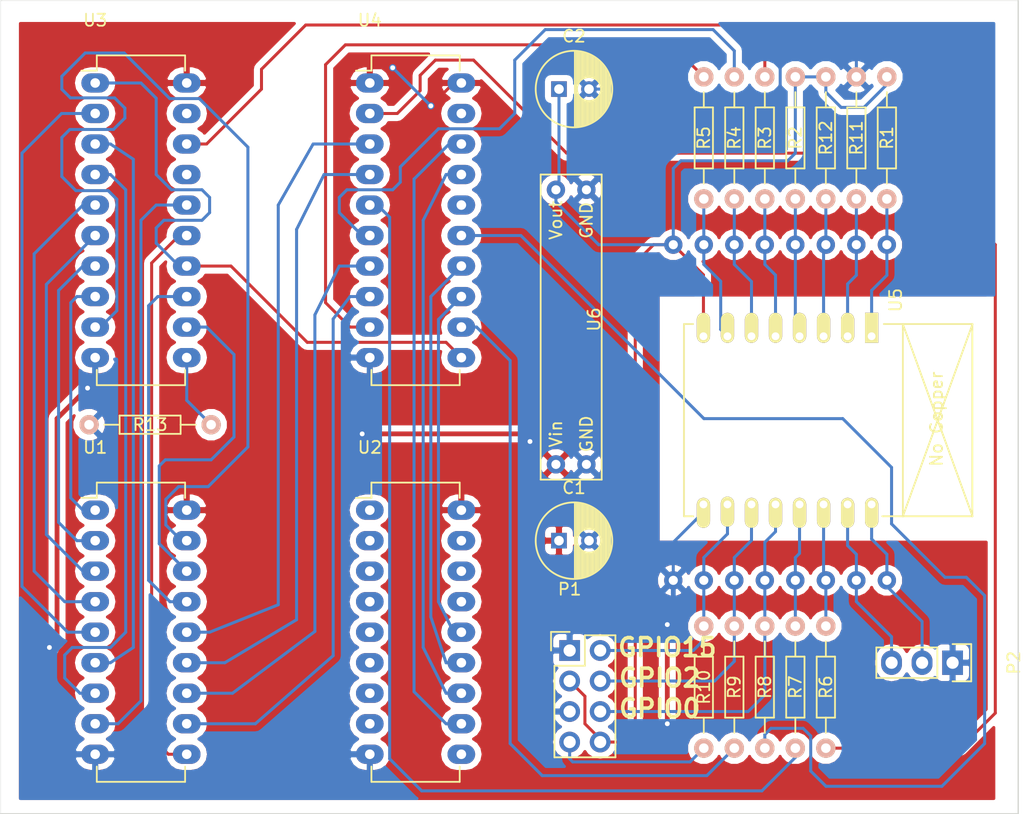
<source format=kicad_pcb>
(kicad_pcb (version 4) (host pcbnew 4.0.4-stable)

  (general
    (links 90)
    (no_connects 1)
    (area 141.935999 64.211999 227.409 132.003001)
    (thickness 1.6)
    (drawings 8)
    (tracks 374)
    (zones 0)
    (modules 23)
    (nets 64)
  )

  (page A4)
  (layers
    (0 F.Cu signal)
    (31 B.Cu signal)
    (32 B.Adhes user)
    (33 F.Adhes user)
    (34 B.Paste user)
    (35 F.Paste user)
    (36 B.SilkS user)
    (37 F.SilkS user)
    (38 B.Mask user)
    (39 F.Mask user)
    (40 Dwgs.User user)
    (41 Cmts.User user)
    (42 Eco1.User user)
    (43 Eco2.User user)
    (44 Edge.Cuts user)
    (45 Margin user)
    (46 B.CrtYd user)
    (47 F.CrtYd user)
    (48 B.Fab user)
    (49 F.Fab user)
  )

  (setup
    (last_trace_width 0.25)
    (user_trace_width 0.4)
    (trace_clearance 0.2)
    (zone_clearance 0.508)
    (zone_45_only yes)
    (trace_min 0.2)
    (segment_width 0.2)
    (edge_width 0.0254)
    (via_size 0.6)
    (via_drill 0.4)
    (via_min_size 0.4)
    (via_min_drill 0.3)
    (uvia_size 0.3)
    (uvia_drill 0.1)
    (uvias_allowed no)
    (uvia_min_size 0.2)
    (uvia_min_drill 0.1)
    (pcb_text_width 0.3)
    (pcb_text_size 1.5 1.5)
    (mod_edge_width 0.15)
    (mod_text_size 1 1)
    (mod_text_width 0.15)
    (pad_size 1.5 1.5)
    (pad_drill 0.6)
    (pad_to_mask_clearance 0)
    (aux_axis_origin 0 0)
    (visible_elements 7FFFFFFF)
    (pcbplotparams
      (layerselection 0x00030_80000001)
      (usegerberextensions false)
      (excludeedgelayer true)
      (linewidth 0.100000)
      (plotframeref false)
      (viasonmask false)
      (mode 1)
      (useauxorigin false)
      (hpglpennumber 1)
      (hpglpenspeed 20)
      (hpglpendiameter 15)
      (hpglpenoverlay 2)
      (psnegative false)
      (psa4output false)
      (plotreference true)
      (plotvalue true)
      (plotinvisibletext false)
      (padsonsilk false)
      (subtractmaskfromsilk false)
      (outputformat 1)
      (mirror false)
      (drillshape 1)
      (scaleselection 1)
      (outputdirectory ""))
  )

  (net 0 "")
  (net 1 GND)
  (net 2 VCC)
  (net 3 "Net-(P1-Pad2)")
  (net 4 +3V3)
  (net 5 "Net-(P1-Pad4)")
  (net 6 "Net-(P1-Pad6)")
  (net 7 "Net-(P1-Pad7)")
  (net 8 "Net-(P2-Pad2)")
  (net 9 "Net-(P2-Pad3)")
  (net 10 "Net-(R1-Pad1)")
  (net 11 "Net-(R2-Pad1)")
  (net 12 "Net-(R3-Pad1)")
  (net 13 "Net-(R3-Pad2)")
  (net 14 "Net-(R4-Pad1)")
  (net 15 "Net-(R4-Pad2)")
  (net 16 "Net-(R5-Pad1)")
  (net 17 "Net-(R5-Pad2)")
  (net 18 "Net-(R6-Pad1)")
  (net 19 "Net-(R6-Pad2)")
  (net 20 "Net-(R7-Pad1)")
  (net 21 "Net-(R7-Pad2)")
  (net 22 "Net-(R8-Pad1)")
  (net 23 "Net-(R9-Pad1)")
  (net 24 "Net-(R11-Pad1)")
  (net 25 "Net-(R12-Pad1)")
  (net 26 "Net-(R13-Pad2)")
  (net 27 "Net-(U1-Pad1)")
  (net 28 "Net-(U1-Pad2)")
  (net 29 "Net-(U1-Pad3)")
  (net 30 "Net-(U1-Pad4)")
  (net 31 "Net-(U1-Pad5)")
  (net 32 "Net-(U1-Pad6)")
  (net 33 "Net-(U1-Pad7)")
  (net 34 "Net-(U1-Pad8)")
  (net 35 "Net-(U1-Pad10)")
  (net 36 "Net-(U1-Pad11)")
  (net 37 "Net-(U1-Pad12)")
  (net 38 "Net-(U1-Pad13)")
  (net 39 "Net-(U1-Pad14)")
  (net 40 "Net-(U1-Pad15)")
  (net 41 "Net-(U1-Pad16)")
  (net 42 "Net-(U1-Pad17)")
  (net 43 "Net-(U2-Pad1)")
  (net 44 "Net-(U2-Pad2)")
  (net 45 "Net-(U2-Pad3)")
  (net 46 "Net-(U2-Pad4)")
  (net 47 "Net-(U2-Pad5)")
  (net 48 "Net-(U2-Pad6)")
  (net 49 "Net-(U2-Pad7)")
  (net 50 "Net-(U2-Pad8)")
  (net 51 "Net-(U2-Pad10)")
  (net 52 "Net-(U2-Pad11)")
  (net 53 "Net-(U2-Pad12)")
  (net 54 "Net-(U2-Pad13)")
  (net 55 "Net-(U2-Pad14)")
  (net 56 "Net-(U2-Pad15)")
  (net 57 "Net-(U2-Pad16)")
  (net 58 "Net-(U2-Pad17)")
  (net 59 "Net-(U3-Pad1)")
  (net 60 "Net-(U3-Pad17)")
  (net 61 "Net-(U3-Pad19)")
  (net 62 "Net-(U4-Pad16)")
  (net 63 "Net-(U4-Pad19)")

  (net_class Default "This is the default net class."
    (clearance 0.2)
    (trace_width 0.25)
    (via_dia 0.6)
    (via_drill 0.4)
    (uvia_dia 0.3)
    (uvia_drill 0.1)
    (add_net +3V3)
    (add_net GND)
    (add_net "Net-(P1-Pad2)")
    (add_net "Net-(P1-Pad4)")
    (add_net "Net-(P1-Pad6)")
    (add_net "Net-(P1-Pad7)")
    (add_net "Net-(P2-Pad2)")
    (add_net "Net-(P2-Pad3)")
    (add_net "Net-(R1-Pad1)")
    (add_net "Net-(R11-Pad1)")
    (add_net "Net-(R12-Pad1)")
    (add_net "Net-(R13-Pad2)")
    (add_net "Net-(R2-Pad1)")
    (add_net "Net-(R3-Pad1)")
    (add_net "Net-(R3-Pad2)")
    (add_net "Net-(R4-Pad1)")
    (add_net "Net-(R4-Pad2)")
    (add_net "Net-(R5-Pad1)")
    (add_net "Net-(R5-Pad2)")
    (add_net "Net-(R6-Pad1)")
    (add_net "Net-(R6-Pad2)")
    (add_net "Net-(R7-Pad1)")
    (add_net "Net-(R7-Pad2)")
    (add_net "Net-(R8-Pad1)")
    (add_net "Net-(R9-Pad1)")
    (add_net "Net-(U1-Pad1)")
    (add_net "Net-(U1-Pad10)")
    (add_net "Net-(U1-Pad11)")
    (add_net "Net-(U1-Pad12)")
    (add_net "Net-(U1-Pad13)")
    (add_net "Net-(U1-Pad14)")
    (add_net "Net-(U1-Pad15)")
    (add_net "Net-(U1-Pad16)")
    (add_net "Net-(U1-Pad17)")
    (add_net "Net-(U1-Pad2)")
    (add_net "Net-(U1-Pad3)")
    (add_net "Net-(U1-Pad4)")
    (add_net "Net-(U1-Pad5)")
    (add_net "Net-(U1-Pad6)")
    (add_net "Net-(U1-Pad7)")
    (add_net "Net-(U1-Pad8)")
    (add_net "Net-(U2-Pad1)")
    (add_net "Net-(U2-Pad10)")
    (add_net "Net-(U2-Pad11)")
    (add_net "Net-(U2-Pad12)")
    (add_net "Net-(U2-Pad13)")
    (add_net "Net-(U2-Pad14)")
    (add_net "Net-(U2-Pad15)")
    (add_net "Net-(U2-Pad16)")
    (add_net "Net-(U2-Pad17)")
    (add_net "Net-(U2-Pad2)")
    (add_net "Net-(U2-Pad3)")
    (add_net "Net-(U2-Pad4)")
    (add_net "Net-(U2-Pad5)")
    (add_net "Net-(U2-Pad6)")
    (add_net "Net-(U2-Pad7)")
    (add_net "Net-(U2-Pad8)")
    (add_net "Net-(U3-Pad1)")
    (add_net "Net-(U3-Pad17)")
    (add_net "Net-(U3-Pad19)")
    (add_net "Net-(U4-Pad16)")
    (add_net "Net-(U4-Pad19)")
    (add_net VCC)
  )

  (module Capacitors_ThroughHole:C_Radial_D6.3_L11.2_P2.5 (layer F.Cu) (tedit 0) (tstamp 584025FB)
    (at 188.468 109.22)
    (descr "Radial Electrolytic Capacitor, Diameter 6.3mm x Length 11.2mm, Pitch 2.5mm")
    (tags "Electrolytic Capacitor")
    (path /5840423C)
    (fp_text reference C1 (at 1.25 -4.4) (layer F.SilkS)
      (effects (font (size 1 1) (thickness 0.15)))
    )
    (fp_text value CP (at 1.25 4.4) (layer F.Fab)
      (effects (font (size 1 1) (thickness 0.15)))
    )
    (fp_line (start 1.325 -3.149) (end 1.325 3.149) (layer F.SilkS) (width 0.15))
    (fp_line (start 1.465 -3.143) (end 1.465 3.143) (layer F.SilkS) (width 0.15))
    (fp_line (start 1.605 -3.13) (end 1.605 -0.446) (layer F.SilkS) (width 0.15))
    (fp_line (start 1.605 0.446) (end 1.605 3.13) (layer F.SilkS) (width 0.15))
    (fp_line (start 1.745 -3.111) (end 1.745 -0.656) (layer F.SilkS) (width 0.15))
    (fp_line (start 1.745 0.656) (end 1.745 3.111) (layer F.SilkS) (width 0.15))
    (fp_line (start 1.885 -3.085) (end 1.885 -0.789) (layer F.SilkS) (width 0.15))
    (fp_line (start 1.885 0.789) (end 1.885 3.085) (layer F.SilkS) (width 0.15))
    (fp_line (start 2.025 -3.053) (end 2.025 -0.88) (layer F.SilkS) (width 0.15))
    (fp_line (start 2.025 0.88) (end 2.025 3.053) (layer F.SilkS) (width 0.15))
    (fp_line (start 2.165 -3.014) (end 2.165 -0.942) (layer F.SilkS) (width 0.15))
    (fp_line (start 2.165 0.942) (end 2.165 3.014) (layer F.SilkS) (width 0.15))
    (fp_line (start 2.305 -2.968) (end 2.305 -0.981) (layer F.SilkS) (width 0.15))
    (fp_line (start 2.305 0.981) (end 2.305 2.968) (layer F.SilkS) (width 0.15))
    (fp_line (start 2.445 -2.915) (end 2.445 -0.998) (layer F.SilkS) (width 0.15))
    (fp_line (start 2.445 0.998) (end 2.445 2.915) (layer F.SilkS) (width 0.15))
    (fp_line (start 2.585 -2.853) (end 2.585 -0.996) (layer F.SilkS) (width 0.15))
    (fp_line (start 2.585 0.996) (end 2.585 2.853) (layer F.SilkS) (width 0.15))
    (fp_line (start 2.725 -2.783) (end 2.725 -0.974) (layer F.SilkS) (width 0.15))
    (fp_line (start 2.725 0.974) (end 2.725 2.783) (layer F.SilkS) (width 0.15))
    (fp_line (start 2.865 -2.704) (end 2.865 -0.931) (layer F.SilkS) (width 0.15))
    (fp_line (start 2.865 0.931) (end 2.865 2.704) (layer F.SilkS) (width 0.15))
    (fp_line (start 3.005 -2.616) (end 3.005 -0.863) (layer F.SilkS) (width 0.15))
    (fp_line (start 3.005 0.863) (end 3.005 2.616) (layer F.SilkS) (width 0.15))
    (fp_line (start 3.145 -2.516) (end 3.145 -0.764) (layer F.SilkS) (width 0.15))
    (fp_line (start 3.145 0.764) (end 3.145 2.516) (layer F.SilkS) (width 0.15))
    (fp_line (start 3.285 -2.404) (end 3.285 -0.619) (layer F.SilkS) (width 0.15))
    (fp_line (start 3.285 0.619) (end 3.285 2.404) (layer F.SilkS) (width 0.15))
    (fp_line (start 3.425 -2.279) (end 3.425 -0.38) (layer F.SilkS) (width 0.15))
    (fp_line (start 3.425 0.38) (end 3.425 2.279) (layer F.SilkS) (width 0.15))
    (fp_line (start 3.565 -2.136) (end 3.565 2.136) (layer F.SilkS) (width 0.15))
    (fp_line (start 3.705 -1.974) (end 3.705 1.974) (layer F.SilkS) (width 0.15))
    (fp_line (start 3.845 -1.786) (end 3.845 1.786) (layer F.SilkS) (width 0.15))
    (fp_line (start 3.985 -1.563) (end 3.985 1.563) (layer F.SilkS) (width 0.15))
    (fp_line (start 4.125 -1.287) (end 4.125 1.287) (layer F.SilkS) (width 0.15))
    (fp_line (start 4.265 -0.912) (end 4.265 0.912) (layer F.SilkS) (width 0.15))
    (fp_circle (center 2.5 0) (end 2.5 -1) (layer F.SilkS) (width 0.15))
    (fp_circle (center 1.25 0) (end 1.25 -3.1875) (layer F.SilkS) (width 0.15))
    (fp_circle (center 1.25 0) (end 1.25 -3.4) (layer F.CrtYd) (width 0.05))
    (pad 2 thru_hole circle (at 2.5 0) (size 1.3 1.3) (drill 0.8) (layers *.Cu *.Mask)
      (net 1 GND))
    (pad 1 thru_hole rect (at 0 0) (size 1.3 1.3) (drill 0.8) (layers *.Cu *.Mask)
      (net 2 VCC))
    (model Capacitors_ThroughHole.3dshapes/C_Radial_D6.3_L11.2_P2.5.wrl
      (at (xyz 0 0 0))
      (scale (xyz 1 1 1))
      (rotate (xyz 0 0 0))
    )
  )

  (module Capacitors_ThroughHole:C_Radial_D6.3_L11.2_P2.5 (layer F.Cu) (tedit 0) (tstamp 58402601)
    (at 188.468 71.628)
    (descr "Radial Electrolytic Capacitor, Diameter 6.3mm x Length 11.2mm, Pitch 2.5mm")
    (tags "Electrolytic Capacitor")
    (path /58404345)
    (fp_text reference C2 (at 1.25 -4.4) (layer F.SilkS)
      (effects (font (size 1 1) (thickness 0.15)))
    )
    (fp_text value CP (at 1.25 4.4) (layer F.Fab)
      (effects (font (size 1 1) (thickness 0.15)))
    )
    (fp_line (start 1.325 -3.149) (end 1.325 3.149) (layer F.SilkS) (width 0.15))
    (fp_line (start 1.465 -3.143) (end 1.465 3.143) (layer F.SilkS) (width 0.15))
    (fp_line (start 1.605 -3.13) (end 1.605 -0.446) (layer F.SilkS) (width 0.15))
    (fp_line (start 1.605 0.446) (end 1.605 3.13) (layer F.SilkS) (width 0.15))
    (fp_line (start 1.745 -3.111) (end 1.745 -0.656) (layer F.SilkS) (width 0.15))
    (fp_line (start 1.745 0.656) (end 1.745 3.111) (layer F.SilkS) (width 0.15))
    (fp_line (start 1.885 -3.085) (end 1.885 -0.789) (layer F.SilkS) (width 0.15))
    (fp_line (start 1.885 0.789) (end 1.885 3.085) (layer F.SilkS) (width 0.15))
    (fp_line (start 2.025 -3.053) (end 2.025 -0.88) (layer F.SilkS) (width 0.15))
    (fp_line (start 2.025 0.88) (end 2.025 3.053) (layer F.SilkS) (width 0.15))
    (fp_line (start 2.165 -3.014) (end 2.165 -0.942) (layer F.SilkS) (width 0.15))
    (fp_line (start 2.165 0.942) (end 2.165 3.014) (layer F.SilkS) (width 0.15))
    (fp_line (start 2.305 -2.968) (end 2.305 -0.981) (layer F.SilkS) (width 0.15))
    (fp_line (start 2.305 0.981) (end 2.305 2.968) (layer F.SilkS) (width 0.15))
    (fp_line (start 2.445 -2.915) (end 2.445 -0.998) (layer F.SilkS) (width 0.15))
    (fp_line (start 2.445 0.998) (end 2.445 2.915) (layer F.SilkS) (width 0.15))
    (fp_line (start 2.585 -2.853) (end 2.585 -0.996) (layer F.SilkS) (width 0.15))
    (fp_line (start 2.585 0.996) (end 2.585 2.853) (layer F.SilkS) (width 0.15))
    (fp_line (start 2.725 -2.783) (end 2.725 -0.974) (layer F.SilkS) (width 0.15))
    (fp_line (start 2.725 0.974) (end 2.725 2.783) (layer F.SilkS) (width 0.15))
    (fp_line (start 2.865 -2.704) (end 2.865 -0.931) (layer F.SilkS) (width 0.15))
    (fp_line (start 2.865 0.931) (end 2.865 2.704) (layer F.SilkS) (width 0.15))
    (fp_line (start 3.005 -2.616) (end 3.005 -0.863) (layer F.SilkS) (width 0.15))
    (fp_line (start 3.005 0.863) (end 3.005 2.616) (layer F.SilkS) (width 0.15))
    (fp_line (start 3.145 -2.516) (end 3.145 -0.764) (layer F.SilkS) (width 0.15))
    (fp_line (start 3.145 0.764) (end 3.145 2.516) (layer F.SilkS) (width 0.15))
    (fp_line (start 3.285 -2.404) (end 3.285 -0.619) (layer F.SilkS) (width 0.15))
    (fp_line (start 3.285 0.619) (end 3.285 2.404) (layer F.SilkS) (width 0.15))
    (fp_line (start 3.425 -2.279) (end 3.425 -0.38) (layer F.SilkS) (width 0.15))
    (fp_line (start 3.425 0.38) (end 3.425 2.279) (layer F.SilkS) (width 0.15))
    (fp_line (start 3.565 -2.136) (end 3.565 2.136) (layer F.SilkS) (width 0.15))
    (fp_line (start 3.705 -1.974) (end 3.705 1.974) (layer F.SilkS) (width 0.15))
    (fp_line (start 3.845 -1.786) (end 3.845 1.786) (layer F.SilkS) (width 0.15))
    (fp_line (start 3.985 -1.563) (end 3.985 1.563) (layer F.SilkS) (width 0.15))
    (fp_line (start 4.125 -1.287) (end 4.125 1.287) (layer F.SilkS) (width 0.15))
    (fp_line (start 4.265 -0.912) (end 4.265 0.912) (layer F.SilkS) (width 0.15))
    (fp_circle (center 2.5 0) (end 2.5 -1) (layer F.SilkS) (width 0.15))
    (fp_circle (center 1.25 0) (end 1.25 -3.1875) (layer F.SilkS) (width 0.15))
    (fp_circle (center 1.25 0) (end 1.25 -3.4) (layer F.CrtYd) (width 0.05))
    (pad 2 thru_hole circle (at 2.5 0) (size 1.3 1.3) (drill 0.8) (layers *.Cu *.Mask)
      (net 1 GND))
    (pad 1 thru_hole rect (at 0 0) (size 1.3 1.3) (drill 0.8) (layers *.Cu *.Mask)
      (net 4 +3V3))
    (model Capacitors_ThroughHole.3dshapes/C_Radial_D6.3_L11.2_P2.5.wrl
      (at (xyz 0 0 0))
      (scale (xyz 1 1 1))
      (rotate (xyz 0 0 0))
    )
  )

  (module Pin_Headers:Pin_Header_Straight_2x04 (layer F.Cu) (tedit 0) (tstamp 5840260D)
    (at 189.357 118.364)
    (descr "Through hole pin header")
    (tags "pin header")
    (path /583F2A61)
    (fp_text reference P1 (at 0 -5.1) (layer F.SilkS)
      (effects (font (size 1 1) (thickness 0.15)))
    )
    (fp_text value CONN_02X04 (at 0 -3.1) (layer F.Fab)
      (effects (font (size 1 1) (thickness 0.15)))
    )
    (fp_line (start -1.75 -1.75) (end -1.75 9.4) (layer F.CrtYd) (width 0.05))
    (fp_line (start 4.3 -1.75) (end 4.3 9.4) (layer F.CrtYd) (width 0.05))
    (fp_line (start -1.75 -1.75) (end 4.3 -1.75) (layer F.CrtYd) (width 0.05))
    (fp_line (start -1.75 9.4) (end 4.3 9.4) (layer F.CrtYd) (width 0.05))
    (fp_line (start -1.27 1.27) (end -1.27 8.89) (layer F.SilkS) (width 0.15))
    (fp_line (start -1.27 8.89) (end 3.81 8.89) (layer F.SilkS) (width 0.15))
    (fp_line (start 3.81 8.89) (end 3.81 -1.27) (layer F.SilkS) (width 0.15))
    (fp_line (start 3.81 -1.27) (end 1.27 -1.27) (layer F.SilkS) (width 0.15))
    (fp_line (start 0 -1.55) (end -1.55 -1.55) (layer F.SilkS) (width 0.15))
    (fp_line (start 1.27 -1.27) (end 1.27 1.27) (layer F.SilkS) (width 0.15))
    (fp_line (start 1.27 1.27) (end -1.27 1.27) (layer F.SilkS) (width 0.15))
    (fp_line (start -1.55 -1.55) (end -1.55 0) (layer F.SilkS) (width 0.15))
    (pad 1 thru_hole rect (at 0 0) (size 1.7272 1.7272) (drill 1.016) (layers *.Cu *.Mask)
      (net 1 GND))
    (pad 2 thru_hole oval (at 2.54 0) (size 1.7272 1.7272) (drill 1.016) (layers *.Cu *.Mask)
      (net 3 "Net-(P1-Pad2)"))
    (pad 3 thru_hole oval (at 0 2.54) (size 1.7272 1.7272) (drill 1.016) (layers *.Cu *.Mask)
      (net 4 +3V3))
    (pad 4 thru_hole oval (at 2.54 2.54) (size 1.7272 1.7272) (drill 1.016) (layers *.Cu *.Mask)
      (net 5 "Net-(P1-Pad4)"))
    (pad 5 thru_hole oval (at 0 5.08) (size 1.7272 1.7272) (drill 1.016) (layers *.Cu *.Mask)
      (net 1 GND))
    (pad 6 thru_hole oval (at 2.54 5.08) (size 1.7272 1.7272) (drill 1.016) (layers *.Cu *.Mask)
      (net 6 "Net-(P1-Pad6)"))
    (pad 7 thru_hole oval (at 0 7.62) (size 1.7272 1.7272) (drill 1.016) (layers *.Cu *.Mask)
      (net 7 "Net-(P1-Pad7)"))
    (pad 8 thru_hole oval (at 2.54 7.62) (size 1.7272 1.7272) (drill 1.016) (layers *.Cu *.Mask)
      (net 4 +3V3))
    (model Pin_Headers.3dshapes/Pin_Header_Straight_2x04.wrl
      (at (xyz 0.05 -0.15 0))
      (scale (xyz 1 1 1))
      (rotate (xyz 0 0 90))
    )
  )

  (module Pin_Headers:Pin_Header_Straight_1x03 (layer F.Cu) (tedit 0) (tstamp 58402614)
    (at 221.234 119.38 270)
    (descr "Through hole pin header")
    (tags "pin header")
    (path /583F0C8F)
    (fp_text reference P2 (at 0 -5.1 270) (layer F.SilkS)
      (effects (font (size 1 1) (thickness 0.15)))
    )
    (fp_text value CONN_01X03 (at 0 -3.1 270) (layer F.Fab)
      (effects (font (size 1 1) (thickness 0.15)))
    )
    (fp_line (start -1.75 -1.75) (end -1.75 6.85) (layer F.CrtYd) (width 0.05))
    (fp_line (start 1.75 -1.75) (end 1.75 6.85) (layer F.CrtYd) (width 0.05))
    (fp_line (start -1.75 -1.75) (end 1.75 -1.75) (layer F.CrtYd) (width 0.05))
    (fp_line (start -1.75 6.85) (end 1.75 6.85) (layer F.CrtYd) (width 0.05))
    (fp_line (start -1.27 1.27) (end -1.27 6.35) (layer F.SilkS) (width 0.15))
    (fp_line (start -1.27 6.35) (end 1.27 6.35) (layer F.SilkS) (width 0.15))
    (fp_line (start 1.27 6.35) (end 1.27 1.27) (layer F.SilkS) (width 0.15))
    (fp_line (start 1.55 -1.55) (end 1.55 0) (layer F.SilkS) (width 0.15))
    (fp_line (start 1.27 1.27) (end -1.27 1.27) (layer F.SilkS) (width 0.15))
    (fp_line (start -1.55 0) (end -1.55 -1.55) (layer F.SilkS) (width 0.15))
    (fp_line (start -1.55 -1.55) (end 1.55 -1.55) (layer F.SilkS) (width 0.15))
    (pad 1 thru_hole rect (at 0 0 270) (size 2.032 1.7272) (drill 1.016) (layers *.Cu *.Mask)
      (net 1 GND))
    (pad 2 thru_hole oval (at 0 2.54 270) (size 2.032 1.7272) (drill 1.016) (layers *.Cu *.Mask)
      (net 8 "Net-(P2-Pad2)"))
    (pad 3 thru_hole oval (at 0 5.08 270) (size 2.032 1.7272) (drill 1.016) (layers *.Cu *.Mask)
      (net 9 "Net-(P2-Pad3)"))
    (model Pin_Headers.3dshapes/Pin_Header_Straight_1x03.wrl
      (at (xyz 0 -0.1 0))
      (scale (xyz 1 1 1))
      (rotate (xyz 0 0 90))
    )
  )

  (module Housings_DIP:DIP-18_W7.62mm_LongPads (layer F.Cu) (tedit 54130A77) (tstamp 58402692)
    (at 149.86 106.68)
    (descr "18-lead dip package, row spacing 7.62 mm (300 mils), longer pads")
    (tags "dil dip 2.54 300")
    (path /583EA8E8)
    (fp_text reference U1 (at 0 -5.22) (layer F.SilkS)
      (effects (font (size 1 1) (thickness 0.15)))
    )
    (fp_text value 2114 (at 0 -3.72) (layer F.Fab)
      (effects (font (size 1 1) (thickness 0.15)))
    )
    (fp_line (start -1.4 -2.45) (end -1.4 22.8) (layer F.CrtYd) (width 0.05))
    (fp_line (start 9 -2.45) (end 9 22.8) (layer F.CrtYd) (width 0.05))
    (fp_line (start -1.4 -2.45) (end 9 -2.45) (layer F.CrtYd) (width 0.05))
    (fp_line (start -1.4 22.8) (end 9 22.8) (layer F.CrtYd) (width 0.05))
    (fp_line (start 0.135 -2.295) (end 0.135 -1.025) (layer F.SilkS) (width 0.15))
    (fp_line (start 7.485 -2.295) (end 7.485 -1.025) (layer F.SilkS) (width 0.15))
    (fp_line (start 7.485 22.615) (end 7.485 21.345) (layer F.SilkS) (width 0.15))
    (fp_line (start 0.135 22.615) (end 0.135 21.345) (layer F.SilkS) (width 0.15))
    (fp_line (start 0.135 -2.295) (end 7.485 -2.295) (layer F.SilkS) (width 0.15))
    (fp_line (start 0.135 22.615) (end 7.485 22.615) (layer F.SilkS) (width 0.15))
    (fp_line (start 0.135 -1.025) (end -1.15 -1.025) (layer F.SilkS) (width 0.15))
    (pad 1 thru_hole oval (at 0 0) (size 2.3 1.6) (drill 0.8) (layers *.Cu *.Mask)
      (net 27 "Net-(U1-Pad1)"))
    (pad 2 thru_hole oval (at 0 2.54) (size 2.3 1.6) (drill 0.8) (layers *.Cu *.Mask)
      (net 28 "Net-(U1-Pad2)"))
    (pad 3 thru_hole oval (at 0 5.08) (size 2.3 1.6) (drill 0.8) (layers *.Cu *.Mask)
      (net 29 "Net-(U1-Pad3)"))
    (pad 4 thru_hole oval (at 0 7.62) (size 2.3 1.6) (drill 0.8) (layers *.Cu *.Mask)
      (net 30 "Net-(U1-Pad4)"))
    (pad 5 thru_hole oval (at 0 10.16) (size 2.3 1.6) (drill 0.8) (layers *.Cu *.Mask)
      (net 31 "Net-(U1-Pad5)"))
    (pad 6 thru_hole oval (at 0 12.7) (size 2.3 1.6) (drill 0.8) (layers *.Cu *.Mask)
      (net 32 "Net-(U1-Pad6)"))
    (pad 7 thru_hole oval (at 0 15.24) (size 2.3 1.6) (drill 0.8) (layers *.Cu *.Mask)
      (net 33 "Net-(U1-Pad7)"))
    (pad 8 thru_hole oval (at 0 17.78) (size 2.3 1.6) (drill 0.8) (layers *.Cu *.Mask)
      (net 34 "Net-(U1-Pad8)"))
    (pad 9 thru_hole oval (at 0 20.32) (size 2.3 1.6) (drill 0.8) (layers *.Cu *.Mask)
      (net 1 GND))
    (pad 10 thru_hole oval (at 7.62 20.32) (size 2.3 1.6) (drill 0.8) (layers *.Cu *.Mask)
      (net 35 "Net-(U1-Pad10)"))
    (pad 11 thru_hole oval (at 7.62 17.78) (size 2.3 1.6) (drill 0.8) (layers *.Cu *.Mask)
      (net 36 "Net-(U1-Pad11)"))
    (pad 12 thru_hole oval (at 7.62 15.24) (size 2.3 1.6) (drill 0.8) (layers *.Cu *.Mask)
      (net 37 "Net-(U1-Pad12)"))
    (pad 13 thru_hole oval (at 7.62 12.7) (size 2.3 1.6) (drill 0.8) (layers *.Cu *.Mask)
      (net 38 "Net-(U1-Pad13)"))
    (pad 14 thru_hole oval (at 7.62 10.16) (size 2.3 1.6) (drill 0.8) (layers *.Cu *.Mask)
      (net 39 "Net-(U1-Pad14)"))
    (pad 15 thru_hole oval (at 7.62 7.62) (size 2.3 1.6) (drill 0.8) (layers *.Cu *.Mask)
      (net 40 "Net-(U1-Pad15)"))
    (pad 16 thru_hole oval (at 7.62 5.08) (size 2.3 1.6) (drill 0.8) (layers *.Cu *.Mask)
      (net 41 "Net-(U1-Pad16)"))
    (pad 17 thru_hole oval (at 7.62 2.54) (size 2.3 1.6) (drill 0.8) (layers *.Cu *.Mask)
      (net 42 "Net-(U1-Pad17)"))
    (pad 18 thru_hole oval (at 7.62 0) (size 2.3 1.6) (drill 0.8) (layers *.Cu *.Mask)
      (net 2 VCC))
    (model Housings_DIP.3dshapes/DIP-18_W7.62mm_LongPads.wrl
      (at (xyz 0 0 0))
      (scale (xyz 1 1 1))
      (rotate (xyz 0 0 0))
    )
  )

  (module Housings_DIP:DIP-18_W7.62mm_LongPads (layer F.Cu) (tedit 54130A77) (tstamp 584026A8)
    (at 172.72 106.68)
    (descr "18-lead dip package, row spacing 7.62 mm (300 mils), longer pads")
    (tags "dil dip 2.54 300")
    (path /583EA9F8)
    (fp_text reference U2 (at 0 -5.22) (layer F.SilkS)
      (effects (font (size 1 1) (thickness 0.15)))
    )
    (fp_text value 2114 (at 0 -3.72) (layer F.Fab)
      (effects (font (size 1 1) (thickness 0.15)))
    )
    (fp_line (start -1.4 -2.45) (end -1.4 22.8) (layer F.CrtYd) (width 0.05))
    (fp_line (start 9 -2.45) (end 9 22.8) (layer F.CrtYd) (width 0.05))
    (fp_line (start -1.4 -2.45) (end 9 -2.45) (layer F.CrtYd) (width 0.05))
    (fp_line (start -1.4 22.8) (end 9 22.8) (layer F.CrtYd) (width 0.05))
    (fp_line (start 0.135 -2.295) (end 0.135 -1.025) (layer F.SilkS) (width 0.15))
    (fp_line (start 7.485 -2.295) (end 7.485 -1.025) (layer F.SilkS) (width 0.15))
    (fp_line (start 7.485 22.615) (end 7.485 21.345) (layer F.SilkS) (width 0.15))
    (fp_line (start 0.135 22.615) (end 0.135 21.345) (layer F.SilkS) (width 0.15))
    (fp_line (start 0.135 -2.295) (end 7.485 -2.295) (layer F.SilkS) (width 0.15))
    (fp_line (start 0.135 22.615) (end 7.485 22.615) (layer F.SilkS) (width 0.15))
    (fp_line (start 0.135 -1.025) (end -1.15 -1.025) (layer F.SilkS) (width 0.15))
    (pad 1 thru_hole oval (at 0 0) (size 2.3 1.6) (drill 0.8) (layers *.Cu *.Mask)
      (net 43 "Net-(U2-Pad1)"))
    (pad 2 thru_hole oval (at 0 2.54) (size 2.3 1.6) (drill 0.8) (layers *.Cu *.Mask)
      (net 44 "Net-(U2-Pad2)"))
    (pad 3 thru_hole oval (at 0 5.08) (size 2.3 1.6) (drill 0.8) (layers *.Cu *.Mask)
      (net 45 "Net-(U2-Pad3)"))
    (pad 4 thru_hole oval (at 0 7.62) (size 2.3 1.6) (drill 0.8) (layers *.Cu *.Mask)
      (net 46 "Net-(U2-Pad4)"))
    (pad 5 thru_hole oval (at 0 10.16) (size 2.3 1.6) (drill 0.8) (layers *.Cu *.Mask)
      (net 47 "Net-(U2-Pad5)"))
    (pad 6 thru_hole oval (at 0 12.7) (size 2.3 1.6) (drill 0.8) (layers *.Cu *.Mask)
      (net 48 "Net-(U2-Pad6)"))
    (pad 7 thru_hole oval (at 0 15.24) (size 2.3 1.6) (drill 0.8) (layers *.Cu *.Mask)
      (net 49 "Net-(U2-Pad7)"))
    (pad 8 thru_hole oval (at 0 17.78) (size 2.3 1.6) (drill 0.8) (layers *.Cu *.Mask)
      (net 50 "Net-(U2-Pad8)"))
    (pad 9 thru_hole oval (at 0 20.32) (size 2.3 1.6) (drill 0.8) (layers *.Cu *.Mask)
      (net 1 GND))
    (pad 10 thru_hole oval (at 7.62 20.32) (size 2.3 1.6) (drill 0.8) (layers *.Cu *.Mask)
      (net 51 "Net-(U2-Pad10)"))
    (pad 11 thru_hole oval (at 7.62 17.78) (size 2.3 1.6) (drill 0.8) (layers *.Cu *.Mask)
      (net 52 "Net-(U2-Pad11)"))
    (pad 12 thru_hole oval (at 7.62 15.24) (size 2.3 1.6) (drill 0.8) (layers *.Cu *.Mask)
      (net 53 "Net-(U2-Pad12)"))
    (pad 13 thru_hole oval (at 7.62 12.7) (size 2.3 1.6) (drill 0.8) (layers *.Cu *.Mask)
      (net 54 "Net-(U2-Pad13)"))
    (pad 14 thru_hole oval (at 7.62 10.16) (size 2.3 1.6) (drill 0.8) (layers *.Cu *.Mask)
      (net 55 "Net-(U2-Pad14)"))
    (pad 15 thru_hole oval (at 7.62 7.62) (size 2.3 1.6) (drill 0.8) (layers *.Cu *.Mask)
      (net 56 "Net-(U2-Pad15)"))
    (pad 16 thru_hole oval (at 7.62 5.08) (size 2.3 1.6) (drill 0.8) (layers *.Cu *.Mask)
      (net 57 "Net-(U2-Pad16)"))
    (pad 17 thru_hole oval (at 7.62 2.54) (size 2.3 1.6) (drill 0.8) (layers *.Cu *.Mask)
      (net 58 "Net-(U2-Pad17)"))
    (pad 18 thru_hole oval (at 7.62 0) (size 2.3 1.6) (drill 0.8) (layers *.Cu *.Mask)
      (net 2 VCC))
    (model Housings_DIP.3dshapes/DIP-18_W7.62mm_LongPads.wrl
      (at (xyz 0 0 0))
      (scale (xyz 1 1 1))
      (rotate (xyz 0 0 0))
    )
  )

  (module Housings_DIP:DIP-20_W7.62mm_LongPads (layer F.Cu) (tedit 54130A77) (tstamp 584026C0)
    (at 149.86 71.12)
    (descr "20-lead dip package, row spacing 7.62 mm (300 mils), longer pads")
    (tags "dil dip 2.54 300")
    (path /583EB024)
    (fp_text reference U3 (at 0 -5.22) (layer F.SilkS)
      (effects (font (size 1 1) (thickness 0.15)))
    )
    (fp_text value GAL16V8 (at 0 -3.72) (layer F.Fab)
      (effects (font (size 1 1) (thickness 0.15)))
    )
    (fp_line (start -1.4 -2.45) (end -1.4 25.35) (layer F.CrtYd) (width 0.05))
    (fp_line (start 9 -2.45) (end 9 25.35) (layer F.CrtYd) (width 0.05))
    (fp_line (start -1.4 -2.45) (end 9 -2.45) (layer F.CrtYd) (width 0.05))
    (fp_line (start -1.4 25.35) (end 9 25.35) (layer F.CrtYd) (width 0.05))
    (fp_line (start 0.135 -2.295) (end 0.135 -1.025) (layer F.SilkS) (width 0.15))
    (fp_line (start 7.485 -2.295) (end 7.485 -1.025) (layer F.SilkS) (width 0.15))
    (fp_line (start 7.485 25.155) (end 7.485 23.885) (layer F.SilkS) (width 0.15))
    (fp_line (start 0.135 25.155) (end 0.135 23.885) (layer F.SilkS) (width 0.15))
    (fp_line (start 0.135 -2.295) (end 7.485 -2.295) (layer F.SilkS) (width 0.15))
    (fp_line (start 0.135 25.155) (end 7.485 25.155) (layer F.SilkS) (width 0.15))
    (fp_line (start 0.135 -1.025) (end -1.15 -1.025) (layer F.SilkS) (width 0.15))
    (pad 1 thru_hole oval (at 0 0) (size 2.3 1.6) (drill 0.8) (layers *.Cu *.Mask)
      (net 59 "Net-(U3-Pad1)"))
    (pad 2 thru_hole oval (at 0 2.54) (size 2.3 1.6) (drill 0.8) (layers *.Cu *.Mask)
      (net 31 "Net-(U1-Pad5)"))
    (pad 3 thru_hole oval (at 0 5.08) (size 2.3 1.6) (drill 0.8) (layers *.Cu *.Mask)
      (net 32 "Net-(U1-Pad6)"))
    (pad 4 thru_hole oval (at 0 7.62) (size 2.3 1.6) (drill 0.8) (layers *.Cu *.Mask)
      (net 33 "Net-(U1-Pad7)"))
    (pad 5 thru_hole oval (at 0 10.16) (size 2.3 1.6) (drill 0.8) (layers *.Cu *.Mask)
      (net 30 "Net-(U1-Pad4)"))
    (pad 6 thru_hole oval (at 0 12.7) (size 2.3 1.6) (drill 0.8) (layers *.Cu *.Mask)
      (net 29 "Net-(U1-Pad3)"))
    (pad 7 thru_hole oval (at 0 15.24) (size 2.3 1.6) (drill 0.8) (layers *.Cu *.Mask)
      (net 28 "Net-(U1-Pad2)"))
    (pad 8 thru_hole oval (at 0 17.78) (size 2.3 1.6) (drill 0.8) (layers *.Cu *.Mask)
      (net 27 "Net-(U1-Pad1)"))
    (pad 9 thru_hole oval (at 0 20.32) (size 2.3 1.6) (drill 0.8) (layers *.Cu *.Mask)
      (net 42 "Net-(U1-Pad17)"))
    (pad 10 thru_hole oval (at 0 22.86) (size 2.3 1.6) (drill 0.8) (layers *.Cu *.Mask)
      (net 1 GND))
    (pad 11 thru_hole oval (at 7.62 22.86) (size 2.3 1.6) (drill 0.8) (layers *.Cu *.Mask)
      (net 26 "Net-(R13-Pad2)"))
    (pad 12 thru_hole oval (at 7.62 20.32) (size 2.3 1.6) (drill 0.8) (layers *.Cu *.Mask)
      (net 41 "Net-(U1-Pad16)"))
    (pad 13 thru_hole oval (at 7.62 17.78) (size 2.3 1.6) (drill 0.8) (layers *.Cu *.Mask)
      (net 40 "Net-(U1-Pad15)"))
    (pad 14 thru_hole oval (at 7.62 15.24) (size 2.3 1.6) (drill 0.8) (layers *.Cu *.Mask)
      (net 59 "Net-(U3-Pad1)"))
    (pad 15 thru_hole oval (at 7.62 12.7) (size 2.3 1.6) (drill 0.8) (layers *.Cu *.Mask)
      (net 35 "Net-(U1-Pad10)"))
    (pad 16 thru_hole oval (at 7.62 10.16) (size 2.3 1.6) (drill 0.8) (layers *.Cu *.Mask)
      (net 34 "Net-(U1-Pad8)"))
    (pad 17 thru_hole oval (at 7.62 7.62) (size 2.3 1.6) (drill 0.8) (layers *.Cu *.Mask)
      (net 60 "Net-(U3-Pad17)"))
    (pad 18 thru_hole oval (at 7.62 5.08) (size 2.3 1.6) (drill 0.8) (layers *.Cu *.Mask)
      (net 13 "Net-(R3-Pad2)"))
    (pad 19 thru_hole oval (at 7.62 2.54) (size 2.3 1.6) (drill 0.8) (layers *.Cu *.Mask)
      (net 61 "Net-(U3-Pad19)"))
    (pad 20 thru_hole oval (at 7.62 0) (size 2.3 1.6) (drill 0.8) (layers *.Cu *.Mask)
      (net 2 VCC))
    (model Housings_DIP.3dshapes/DIP-20_W7.62mm_LongPads.wrl
      (at (xyz 0 0 0))
      (scale (xyz 1 1 1))
      (rotate (xyz 0 0 0))
    )
  )

  (module Housings_DIP:DIP-20_W7.62mm_LongPads (layer F.Cu) (tedit 54130A77) (tstamp 584026D8)
    (at 172.72 71.12)
    (descr "20-lead dip package, row spacing 7.62 mm (300 mils), longer pads")
    (tags "dil dip 2.54 300")
    (path /583EAE91)
    (fp_text reference U4 (at 0 -5.22) (layer F.SilkS)
      (effects (font (size 1 1) (thickness 0.15)))
    )
    (fp_text value 74LS273 (at 0 -3.72) (layer F.Fab)
      (effects (font (size 1 1) (thickness 0.15)))
    )
    (fp_line (start -1.4 -2.45) (end -1.4 25.35) (layer F.CrtYd) (width 0.05))
    (fp_line (start 9 -2.45) (end 9 25.35) (layer F.CrtYd) (width 0.05))
    (fp_line (start -1.4 -2.45) (end 9 -2.45) (layer F.CrtYd) (width 0.05))
    (fp_line (start -1.4 25.35) (end 9 25.35) (layer F.CrtYd) (width 0.05))
    (fp_line (start 0.135 -2.295) (end 0.135 -1.025) (layer F.SilkS) (width 0.15))
    (fp_line (start 7.485 -2.295) (end 7.485 -1.025) (layer F.SilkS) (width 0.15))
    (fp_line (start 7.485 25.155) (end 7.485 23.885) (layer F.SilkS) (width 0.15))
    (fp_line (start 0.135 25.155) (end 0.135 23.885) (layer F.SilkS) (width 0.15))
    (fp_line (start 0.135 -2.295) (end 7.485 -2.295) (layer F.SilkS) (width 0.15))
    (fp_line (start 0.135 25.155) (end 7.485 25.155) (layer F.SilkS) (width 0.15))
    (fp_line (start 0.135 -1.025) (end -1.15 -1.025) (layer F.SilkS) (width 0.15))
    (pad 1 thru_hole oval (at 0 0) (size 2.3 1.6) (drill 0.8) (layers *.Cu *.Mask)
      (net 2 VCC))
    (pad 2 thru_hole oval (at 0 2.54) (size 2.3 1.6) (drill 0.8) (layers *.Cu *.Mask)
      (net 18 "Net-(R6-Pad1)"))
    (pad 3 thru_hole oval (at 0 5.08) (size 2.3 1.6) (drill 0.8) (layers *.Cu *.Mask)
      (net 39 "Net-(U1-Pad14)"))
    (pad 4 thru_hole oval (at 0 7.62) (size 2.3 1.6) (drill 0.8) (layers *.Cu *.Mask)
      (net 38 "Net-(U1-Pad13)"))
    (pad 5 thru_hole oval (at 0 10.16) (size 2.3 1.6) (drill 0.8) (layers *.Cu *.Mask)
      (net 20 "Net-(R7-Pad1)"))
    (pad 6 thru_hole oval (at 0 12.7) (size 2.3 1.6) (drill 0.8) (layers *.Cu *.Mask)
      (net 15 "Net-(R4-Pad2)"))
    (pad 7 thru_hole oval (at 0 15.24) (size 2.3 1.6) (drill 0.8) (layers *.Cu *.Mask)
      (net 37 "Net-(U1-Pad12)"))
    (pad 8 thru_hole oval (at 0 17.78) (size 2.3 1.6) (drill 0.8) (layers *.Cu *.Mask)
      (net 36 "Net-(U1-Pad11)"))
    (pad 9 thru_hole oval (at 0 20.32) (size 2.3 1.6) (drill 0.8) (layers *.Cu *.Mask)
      (net 16 "Net-(R5-Pad1)"))
    (pad 10 thru_hole oval (at 0 22.86) (size 2.3 1.6) (drill 0.8) (layers *.Cu *.Mask)
      (net 1 GND))
    (pad 11 thru_hole oval (at 7.62 22.86) (size 2.3 1.6) (drill 0.8) (layers *.Cu *.Mask)
      (net 59 "Net-(U3-Pad1)"))
    (pad 12 thru_hole oval (at 7.62 20.32) (size 2.3 1.6) (drill 0.8) (layers *.Cu *.Mask)
      (net 23 "Net-(R9-Pad1)"))
    (pad 13 thru_hole oval (at 7.62 17.78) (size 2.3 1.6) (drill 0.8) (layers *.Cu *.Mask)
      (net 55 "Net-(U2-Pad14)"))
    (pad 14 thru_hole oval (at 7.62 15.24) (size 2.3 1.6) (drill 0.8) (layers *.Cu *.Mask)
      (net 54 "Net-(U2-Pad13)"))
    (pad 15 thru_hole oval (at 7.62 12.7) (size 2.3 1.6) (drill 0.8) (layers *.Cu *.Mask)
      (net 22 "Net-(R8-Pad1)"))
    (pad 16 thru_hole oval (at 7.62 10.16) (size 2.3 1.6) (drill 0.8) (layers *.Cu *.Mask)
      (net 62 "Net-(U4-Pad16)"))
    (pad 17 thru_hole oval (at 7.62 7.62) (size 2.3 1.6) (drill 0.8) (layers *.Cu *.Mask)
      (net 53 "Net-(U2-Pad12)"))
    (pad 18 thru_hole oval (at 7.62 5.08) (size 2.3 1.6) (drill 0.8) (layers *.Cu *.Mask)
      (net 52 "Net-(U2-Pad11)"))
    (pad 19 thru_hole oval (at 7.62 2.54) (size 2.3 1.6) (drill 0.8) (layers *.Cu *.Mask)
      (net 63 "Net-(U4-Pad19)"))
    (pad 20 thru_hole oval (at 7.62 0) (size 2.3 1.6) (drill 0.8) (layers *.Cu *.Mask)
      (net 2 VCC))
    (model Housings_DIP.3dshapes/DIP-20_W7.62mm_LongPads.wrl
      (at (xyz 0 0 0))
      (scale (xyz 1 1 1))
      (rotate (xyz 0 0 0))
    )
  )

  (module ESP8266:ESP-12-Carrier (layer F.Cu) (tedit 583FDCDC) (tstamp 584026FC)
    (at 214.494 92.202 270)
    (descr "Module, ESP-8266, ESP-12, 16 pad, SMD")
    (tags "Module ESP-8266 ESP8266")
    (path /583EABE2)
    (fp_text reference U5 (at -3.008 -2 270) (layer F.SilkS)
      (effects (font (size 1 1) (thickness 0.15)))
    )
    (fp_text value ESP-12 (at 6.992 1 270) (layer F.Fab)
      (effects (font (size 1 1) (thickness 0.15)))
    )
    (fp_line (start -2.25 -0.5) (end -2.25 -8.75) (layer F.CrtYd) (width 0.05))
    (fp_line (start -2.25 -8.75) (end 15.25 -8.75) (layer F.CrtYd) (width 0.05))
    (fp_line (start 15.25 -8.75) (end 16.25 -8.75) (layer F.CrtYd) (width 0.05))
    (fp_line (start 16.25 -8.75) (end 16.25 16) (layer F.CrtYd) (width 0.05))
    (fp_line (start 16.25 16) (end -2.25 16) (layer F.CrtYd) (width 0.05))
    (fp_line (start -2.25 16) (end -2.25 -0.5) (layer F.CrtYd) (width 0.05))
    (fp_line (start -1.016 -8.382) (end 14.986 -8.382) (layer F.SilkS) (width 0.1524))
    (fp_line (start 14.986 -8.382) (end 14.986 -0.889) (layer F.SilkS) (width 0.1524))
    (fp_line (start -1.016 -8.382) (end -1.016 -1.016) (layer F.SilkS) (width 0.1524))
    (fp_line (start -1.016 14.859) (end -1.016 15.621) (layer F.SilkS) (width 0.1524))
    (fp_line (start -1.016 15.621) (end 14.986 15.621) (layer F.SilkS) (width 0.1524))
    (fp_line (start 14.986 15.621) (end 14.986 14.859) (layer F.SilkS) (width 0.1524))
    (fp_line (start 14.992 -8.4) (end -1.008 -2.6) (layer F.SilkS) (width 0.1524))
    (fp_line (start -1.008 -8.4) (end 14.992 -2.6) (layer F.SilkS) (width 0.1524))
    (fp_text user "No Copper" (at 6.892 -5.4 270) (layer F.SilkS)
      (effects (font (size 1 1) (thickness 0.15)))
    )
    (fp_line (start -1.008 -2.6) (end 14.992 -2.6) (layer F.SilkS) (width 0.1524))
    (fp_line (start 15 -8.4) (end 15 15.6) (layer F.Fab) (width 0.05))
    (fp_line (start 14.992 15.6) (end -1.008 15.6) (layer F.Fab) (width 0.05))
    (fp_line (start -1.008 15.6) (end -1.008 -8.4) (layer F.Fab) (width 0.05))
    (fp_line (start -1.008 -8.4) (end 14.992 -8.4) (layer F.Fab) (width 0.05))
    (pad 1 thru_hole rect (at 0 0 270) (size 2.5 1.1) (drill 0.65 (offset -0.7 0)) (layers *.Cu *.Mask F.SilkS)
      (net 10 "Net-(R1-Pad1)"))
    (pad 2 thru_hole oval (at 0 2 270) (size 2.5 1.1) (drill 0.65 (offset -0.7 0)) (layers *.Cu *.Mask F.SilkS)
      (net 24 "Net-(R11-Pad1)"))
    (pad 3 thru_hole oval (at 0 4 270) (size 2.5 1.1) (drill 0.65 (offset -0.7 0)) (layers *.Cu *.Mask F.SilkS)
      (net 25 "Net-(R12-Pad1)"))
    (pad 4 thru_hole oval (at 0 6 270) (size 2.5 1.1) (drill 0.65 (offset -0.7 0)) (layers *.Cu *.Mask F.SilkS)
      (net 11 "Net-(R2-Pad1)"))
    (pad 5 thru_hole oval (at 0 8 270) (size 2.5 1.1) (drill 0.65 (offset -0.7 0)) (layers *.Cu *.Mask F.SilkS)
      (net 12 "Net-(R3-Pad1)"))
    (pad 6 thru_hole oval (at 0 10 270) (size 2.5 1.1) (drill 0.65 (offset -0.7 0)) (layers *.Cu *.Mask F.SilkS)
      (net 14 "Net-(R4-Pad1)"))
    (pad 7 thru_hole oval (at 0 12 270) (size 2.5 1.1) (drill 0.65 (offset -0.7 0)) (layers *.Cu *.Mask F.SilkS)
      (net 17 "Net-(R5-Pad2)"))
    (pad 8 thru_hole oval (at 0 14 270) (size 2.5 1.1) (drill 0.65 (offset -0.7 0)) (layers *.Cu *.Mask F.SilkS)
      (net 4 +3V3))
    (pad 9 thru_hole oval (at 14 14 270) (size 2.5 1.1) (drill 0.65 (offset 0.7 0)) (layers *.Cu *.Mask F.SilkS)
      (net 1 GND))
    (pad 10 thru_hole oval (at 14 12 270) (size 2.5 1.1) (drill 0.65 (offset 0.6 0)) (layers *.Cu *.Mask F.SilkS)
      (net 3 "Net-(P1-Pad2)"))
    (pad 11 thru_hole oval (at 14 10 270) (size 2.5 1.1) (drill 0.65 (offset 0.7 0)) (layers *.Cu *.Mask F.SilkS)
      (net 5 "Net-(P1-Pad4)"))
    (pad 12 thru_hole oval (at 14 8 270) (size 2.5 1.1) (drill 0.65 (offset 0.7 0)) (layers *.Cu *.Mask F.SilkS)
      (net 6 "Net-(P1-Pad6)"))
    (pad 13 thru_hole oval (at 14 6 270) (size 2.5 1.1) (drill 0.65 (offset 0.7 0)) (layers *.Cu *.Mask F.SilkS)
      (net 21 "Net-(R7-Pad2)"))
    (pad 14 thru_hole oval (at 14 4 270) (size 2.5 1.1) (drill 0.65 (offset 0.7 0)) (layers *.Cu *.Mask F.SilkS)
      (net 19 "Net-(R6-Pad2)"))
    (pad 15 thru_hole oval (at 14 2 270) (size 2.5 1.1) (drill 0.65 (offset 0.7 0)) (layers *.Cu *.Mask F.SilkS)
      (net 9 "Net-(P2-Pad3)"))
    (pad 16 thru_hole oval (at 14 0 270) (size 2.5 1.1) (drill 0.65 (offset 0.7 0)) (layers *.Cu *.Mask F.SilkS)
      (net 8 "Net-(P2-Pad2)"))
    (pad 1 thru_hole circle (at -7.62 -1.27 270) (size 1.524 1.524) (drill 0.762) (layers *.Cu *.Mask)
      (net 10 "Net-(R1-Pad1)"))
    (pad 2 thru_hole circle (at -7.62 1.27 270) (size 1.524 1.524) (drill 0.762) (layers *.Cu *.Mask)
      (net 24 "Net-(R11-Pad1)"))
    (pad 3 thru_hole circle (at -7.62 3.81 270) (size 1.524 1.524) (drill 0.762) (layers *.Cu *.Mask)
      (net 25 "Net-(R12-Pad1)"))
    (pad 4 thru_hole circle (at -7.62 6.35 270) (size 1.524 1.524) (drill 0.762) (layers *.Cu *.Mask)
      (net 11 "Net-(R2-Pad1)"))
    (pad 5 thru_hole circle (at -7.62 8.89 270) (size 1.524 1.524) (drill 0.762) (layers *.Cu *.Mask)
      (net 12 "Net-(R3-Pad1)"))
    (pad 6 thru_hole circle (at -7.62 11.43 270) (size 1.524 1.524) (drill 0.762) (layers *.Cu *.Mask)
      (net 14 "Net-(R4-Pad1)"))
    (pad 7 thru_hole circle (at -7.62 13.97 270) (size 1.524 1.524) (drill 0.762) (layers *.Cu *.Mask)
      (net 17 "Net-(R5-Pad2)"))
    (pad 8 thru_hole circle (at -7.62 16.51 270) (size 1.524 1.524) (drill 0.762) (layers *.Cu *.Mask)
      (net 4 +3V3))
    (pad 9 thru_hole circle (at 20.32 16.51 270) (size 1.524 1.524) (drill 0.762) (layers *.Cu *.Mask)
      (net 1 GND))
    (pad 10 thru_hole circle (at 20.32 13.97 270) (size 1.524 1.524) (drill 0.762) (layers *.Cu *.Mask)
      (net 3 "Net-(P1-Pad2)"))
    (pad 11 thru_hole circle (at 20.32 11.43 270) (size 1.524 1.524) (drill 0.762) (layers *.Cu *.Mask)
      (net 5 "Net-(P1-Pad4)"))
    (pad 12 thru_hole circle (at 20.32 8.89 270) (size 1.524 1.524) (drill 0.762) (layers *.Cu *.Mask)
      (net 6 "Net-(P1-Pad6)"))
    (pad 13 thru_hole circle (at 20.32 6.35 270) (size 1.524 1.524) (drill 0.762) (layers *.Cu *.Mask)
      (net 21 "Net-(R7-Pad2)"))
    (pad 14 thru_hole circle (at 20.32 3.81 270) (size 1.524 1.524) (drill 0.762) (layers *.Cu *.Mask)
      (net 19 "Net-(R6-Pad2)"))
    (pad 15 thru_hole circle (at 20.32 1.27 270) (size 1.524 1.524) (drill 0.762) (layers *.Cu *.Mask)
      (net 9 "Net-(P2-Pad3)"))
    (pad 16 thru_hole circle (at 20.32 -1.27 270) (size 1.524 1.524) (drill 0.762) (layers *.Cu *.Mask)
      (net 8 "Net-(P2-Pad2)"))
    (model ${ESPLIB}/ESP8266.3dshapes/ESP-12.wrl
      (at (xyz 0 0 0))
      (scale (xyz 0.3937 0.3937 0.3937))
      (rotate (xyz 0 0 0))
    )
  )

  (module Justins:AMS1117-3.3v_2.54mmx22.86mm (layer F.Cu) (tedit 58409AE1) (tstamp 5840270C)
    (at 189.484 91.44 90)
    (path /583F5E90)
    (fp_text reference U6 (at 0.635 1.905 90) (layer F.SilkS)
      (effects (font (size 1 1) (thickness 0.15)))
    )
    (fp_text value AMS1117-3.3v (at 0.635 -0.635 90) (layer F.Fab)
      (effects (font (size 1 1) (thickness 0.15)))
    )
    (fp_text user Vout (at 8.89 -1.27 90) (layer F.SilkS)
      (effects (font (size 1 1) (thickness 0.15)))
    )
    (fp_text user GND (at 8.89 1.27 90) (layer F.SilkS)
      (effects (font (size 1 1) (thickness 0.15)))
    )
    (fp_text user GND (at -8.89 1.27 90) (layer F.SilkS)
      (effects (font (size 1 1) (thickness 0.15)))
    )
    (fp_text user Vin (at -8.89 -1.27 90) (layer F.SilkS)
      (effects (font (size 1 1) (thickness 0.15)))
    )
    (fp_line (start -12.7 -2.54) (end 12.7 -2.54) (layer F.SilkS) (width 0.15))
    (fp_line (start 12.7 -2.54) (end 12.7 2.54) (layer F.SilkS) (width 0.15))
    (fp_line (start 12.7 2.54) (end -12.7 2.54) (layer F.SilkS) (width 0.15))
    (fp_line (start -12.7 2.54) (end -12.7 -2.54) (layer F.SilkS) (width 0.15))
    (pad 1 thru_hole circle (at -11.43 -1.27 90) (size 1.524 1.524) (drill 0.762) (layers *.Cu *.Mask)
      (net 2 VCC))
    (pad 2 thru_hole circle (at -11.43 1.27 90) (size 1.524 1.524) (drill 0.762) (layers *.Cu *.Mask)
      (net 1 GND))
    (pad 3 thru_hole circle (at 11.43 -1.27 90) (size 1.524 1.524) (drill 0.762) (layers *.Cu *.Mask)
      (net 4 +3V3))
    (pad 4 thru_hole circle (at 11.43 1.27 90) (size 1.524 1.524) (drill 0.762) (layers *.Cu *.Mask)
      (net 1 GND))
  )

  (module Justins:Resistor_Horizontal_RM10mmx1mm (layer F.Cu) (tedit 58402C9C) (tstamp 58402E3A)
    (at 215.764 80.772 90)
    (descr "Resistor, Axial,  RM 10mm, 1/3W")
    (tags "Resistor Axial RM 10mm 1/3W")
    (path /583EB88B)
    (fp_text reference R1 (at 5.08 0 90) (layer F.SilkS)
      (effects (font (size 1 1) (thickness 0.15)))
    )
    (fp_text value R (at 7.366 -0.762 90) (layer F.Fab)
      (effects (font (size 1 1) (thickness 0.15)))
    )
    (fp_line (start -1.27 -1.016) (end -1.27 1.016) (layer F.CrtYd) (width 0.05))
    (fp_line (start 11.43 -1.016) (end 11.43 1.016) (layer F.CrtYd) (width 0.05))
    (fp_line (start 2.54 -0.762) (end 2.54 0.762) (layer F.SilkS) (width 0.15))
    (fp_line (start 7.62 -0.762) (end 7.62 0.762) (layer F.SilkS) (width 0.15))
    (fp_line (start -1.25 -0.992) (end 11.4 -0.992) (layer F.CrtYd) (width 0.05))
    (fp_line (start -1.25 0.992) (end 11.4 0.992) (layer F.CrtYd) (width 0.05))
    (fp_line (start 2.54 -0.762) (end 7.62 -0.762) (layer F.SilkS) (width 0.15))
    (fp_line (start 7.62 0.762) (end 2.54 0.762) (layer F.SilkS) (width 0.15))
    (fp_line (start 2.54 0) (end 1.27 0) (layer F.SilkS) (width 0.15))
    (fp_line (start 7.62 0) (end 8.89 0) (layer F.SilkS) (width 0.15))
    (pad 1 thru_hole circle (at 0 0 90) (size 1.6 1.6) (drill 0.8) (layers *.Cu *.SilkS *.Mask)
      (net 10 "Net-(R1-Pad1)"))
    (pad 2 thru_hole circle (at 10.16 0 90) (size 1.6 1.6) (drill 0.8) (layers *.Cu *.SilkS *.Mask)
      (net 4 +3V3))
    (model Resistors_ThroughHole.3dshapes/Resistor_Horizontal_RM10mm.wrl
      (at (xyz 0.2 0 0))
      (scale (xyz 0.4 0.4 0.4))
      (rotate (xyz 0 0 0))
    )
  )

  (module Justins:Resistor_Horizontal_RM10mmx1mm (layer F.Cu) (tedit 58402C9C) (tstamp 58402E43)
    (at 208.144 80.772 90)
    (descr "Resistor, Axial,  RM 10mm, 1/3W")
    (tags "Resistor Axial RM 10mm 1/3W")
    (path /583EB860)
    (fp_text reference R2 (at 5.08 0 90) (layer F.SilkS)
      (effects (font (size 1 1) (thickness 0.15)))
    )
    (fp_text value R (at 7.366 -0.762 90) (layer F.Fab)
      (effects (font (size 1 1) (thickness 0.15)))
    )
    (fp_line (start -1.27 -1.016) (end -1.27 1.016) (layer F.CrtYd) (width 0.05))
    (fp_line (start 11.43 -1.016) (end 11.43 1.016) (layer F.CrtYd) (width 0.05))
    (fp_line (start 2.54 -0.762) (end 2.54 0.762) (layer F.SilkS) (width 0.15))
    (fp_line (start 7.62 -0.762) (end 7.62 0.762) (layer F.SilkS) (width 0.15))
    (fp_line (start -1.25 -0.992) (end 11.4 -0.992) (layer F.CrtYd) (width 0.05))
    (fp_line (start -1.25 0.992) (end 11.4 0.992) (layer F.CrtYd) (width 0.05))
    (fp_line (start 2.54 -0.762) (end 7.62 -0.762) (layer F.SilkS) (width 0.15))
    (fp_line (start 7.62 0.762) (end 2.54 0.762) (layer F.SilkS) (width 0.15))
    (fp_line (start 2.54 0) (end 1.27 0) (layer F.SilkS) (width 0.15))
    (fp_line (start 7.62 0) (end 8.89 0) (layer F.SilkS) (width 0.15))
    (pad 1 thru_hole circle (at 0 0 90) (size 1.6 1.6) (drill 0.8) (layers *.Cu *.SilkS *.Mask)
      (net 11 "Net-(R2-Pad1)"))
    (pad 2 thru_hole circle (at 10.16 0 90) (size 1.6 1.6) (drill 0.8) (layers *.Cu *.SilkS *.Mask)
      (net 4 +3V3))
    (model Resistors_ThroughHole.3dshapes/Resistor_Horizontal_RM10mm.wrl
      (at (xyz 0.2 0 0))
      (scale (xyz 0.4 0.4 0.4))
      (rotate (xyz 0 0 0))
    )
  )

  (module Justins:Resistor_Horizontal_RM10mmx1mm (layer F.Cu) (tedit 58402C9C) (tstamp 58402E4C)
    (at 205.604 80.772 90)
    (descr "Resistor, Axial,  RM 10mm, 1/3W")
    (tags "Resistor Axial RM 10mm 1/3W")
    (path /583EB820)
    (fp_text reference R3 (at 5.08 0 90) (layer F.SilkS)
      (effects (font (size 1 1) (thickness 0.15)))
    )
    (fp_text value R (at 7.366 -0.762 90) (layer F.Fab)
      (effects (font (size 1 1) (thickness 0.15)))
    )
    (fp_line (start -1.27 -1.016) (end -1.27 1.016) (layer F.CrtYd) (width 0.05))
    (fp_line (start 11.43 -1.016) (end 11.43 1.016) (layer F.CrtYd) (width 0.05))
    (fp_line (start 2.54 -0.762) (end 2.54 0.762) (layer F.SilkS) (width 0.15))
    (fp_line (start 7.62 -0.762) (end 7.62 0.762) (layer F.SilkS) (width 0.15))
    (fp_line (start -1.25 -0.992) (end 11.4 -0.992) (layer F.CrtYd) (width 0.05))
    (fp_line (start -1.25 0.992) (end 11.4 0.992) (layer F.CrtYd) (width 0.05))
    (fp_line (start 2.54 -0.762) (end 7.62 -0.762) (layer F.SilkS) (width 0.15))
    (fp_line (start 7.62 0.762) (end 2.54 0.762) (layer F.SilkS) (width 0.15))
    (fp_line (start 2.54 0) (end 1.27 0) (layer F.SilkS) (width 0.15))
    (fp_line (start 7.62 0) (end 8.89 0) (layer F.SilkS) (width 0.15))
    (pad 1 thru_hole circle (at 0 0 90) (size 1.6 1.6) (drill 0.8) (layers *.Cu *.SilkS *.Mask)
      (net 12 "Net-(R3-Pad1)"))
    (pad 2 thru_hole circle (at 10.16 0 90) (size 1.6 1.6) (drill 0.8) (layers *.Cu *.SilkS *.Mask)
      (net 13 "Net-(R3-Pad2)"))
    (model Resistors_ThroughHole.3dshapes/Resistor_Horizontal_RM10mm.wrl
      (at (xyz 0.2 0 0))
      (scale (xyz 0.4 0.4 0.4))
      (rotate (xyz 0 0 0))
    )
  )

  (module Justins:Resistor_Horizontal_RM10mmx1mm (layer F.Cu) (tedit 58402C9C) (tstamp 58402E55)
    (at 203.064 80.772 90)
    (descr "Resistor, Axial,  RM 10mm, 1/3W")
    (tags "Resistor Axial RM 10mm 1/3W")
    (path /583EB779)
    (fp_text reference R4 (at 5.08 0 90) (layer F.SilkS)
      (effects (font (size 1 1) (thickness 0.15)))
    )
    (fp_text value R (at 7.366 -0.762 90) (layer F.Fab)
      (effects (font (size 1 1) (thickness 0.15)))
    )
    (fp_line (start -1.27 -1.016) (end -1.27 1.016) (layer F.CrtYd) (width 0.05))
    (fp_line (start 11.43 -1.016) (end 11.43 1.016) (layer F.CrtYd) (width 0.05))
    (fp_line (start 2.54 -0.762) (end 2.54 0.762) (layer F.SilkS) (width 0.15))
    (fp_line (start 7.62 -0.762) (end 7.62 0.762) (layer F.SilkS) (width 0.15))
    (fp_line (start -1.25 -0.992) (end 11.4 -0.992) (layer F.CrtYd) (width 0.05))
    (fp_line (start -1.25 0.992) (end 11.4 0.992) (layer F.CrtYd) (width 0.05))
    (fp_line (start 2.54 -0.762) (end 7.62 -0.762) (layer F.SilkS) (width 0.15))
    (fp_line (start 7.62 0.762) (end 2.54 0.762) (layer F.SilkS) (width 0.15))
    (fp_line (start 2.54 0) (end 1.27 0) (layer F.SilkS) (width 0.15))
    (fp_line (start 7.62 0) (end 8.89 0) (layer F.SilkS) (width 0.15))
    (pad 1 thru_hole circle (at 0 0 90) (size 1.6 1.6) (drill 0.8) (layers *.Cu *.SilkS *.Mask)
      (net 14 "Net-(R4-Pad1)"))
    (pad 2 thru_hole circle (at 10.16 0 90) (size 1.6 1.6) (drill 0.8) (layers *.Cu *.SilkS *.Mask)
      (net 15 "Net-(R4-Pad2)"))
    (model Resistors_ThroughHole.3dshapes/Resistor_Horizontal_RM10mm.wrl
      (at (xyz 0.2 0 0))
      (scale (xyz 0.4 0.4 0.4))
      (rotate (xyz 0 0 0))
    )
  )

  (module Justins:Resistor_Horizontal_RM10mmx1mm (layer F.Cu) (tedit 58402C9C) (tstamp 58402E5E)
    (at 200.524 70.612 270)
    (descr "Resistor, Axial,  RM 10mm, 1/3W")
    (tags "Resistor Axial RM 10mm 1/3W")
    (path /583EB640)
    (fp_text reference R5 (at 5.08 0 270) (layer F.SilkS)
      (effects (font (size 1 1) (thickness 0.15)))
    )
    (fp_text value R (at 7.366 -0.762 270) (layer F.Fab)
      (effects (font (size 1 1) (thickness 0.15)))
    )
    (fp_line (start -1.27 -1.016) (end -1.27 1.016) (layer F.CrtYd) (width 0.05))
    (fp_line (start 11.43 -1.016) (end 11.43 1.016) (layer F.CrtYd) (width 0.05))
    (fp_line (start 2.54 -0.762) (end 2.54 0.762) (layer F.SilkS) (width 0.15))
    (fp_line (start 7.62 -0.762) (end 7.62 0.762) (layer F.SilkS) (width 0.15))
    (fp_line (start -1.25 -0.992) (end 11.4 -0.992) (layer F.CrtYd) (width 0.05))
    (fp_line (start -1.25 0.992) (end 11.4 0.992) (layer F.CrtYd) (width 0.05))
    (fp_line (start 2.54 -0.762) (end 7.62 -0.762) (layer F.SilkS) (width 0.15))
    (fp_line (start 7.62 0.762) (end 2.54 0.762) (layer F.SilkS) (width 0.15))
    (fp_line (start 2.54 0) (end 1.27 0) (layer F.SilkS) (width 0.15))
    (fp_line (start 7.62 0) (end 8.89 0) (layer F.SilkS) (width 0.15))
    (pad 1 thru_hole circle (at 0 0 270) (size 1.6 1.6) (drill 0.8) (layers *.Cu *.SilkS *.Mask)
      (net 16 "Net-(R5-Pad1)"))
    (pad 2 thru_hole circle (at 10.16 0 270) (size 1.6 1.6) (drill 0.8) (layers *.Cu *.SilkS *.Mask)
      (net 17 "Net-(R5-Pad2)"))
    (model Resistors_ThroughHole.3dshapes/Resistor_Horizontal_RM10mm.wrl
      (at (xyz 0.2 0 0))
      (scale (xyz 0.4 0.4 0.4))
      (rotate (xyz 0 0 0))
    )
  )

  (module Justins:Resistor_Horizontal_RM10mmx1mm (layer F.Cu) (tedit 58402C9C) (tstamp 58402E67)
    (at 210.684 126.492 90)
    (descr "Resistor, Axial,  RM 10mm, 1/3W")
    (tags "Resistor Axial RM 10mm 1/3W")
    (path /583EBC75)
    (fp_text reference R6 (at 5.08 0 90) (layer F.SilkS)
      (effects (font (size 1 1) (thickness 0.15)))
    )
    (fp_text value R (at 7.366 -0.762 90) (layer F.Fab)
      (effects (font (size 1 1) (thickness 0.15)))
    )
    (fp_line (start -1.27 -1.016) (end -1.27 1.016) (layer F.CrtYd) (width 0.05))
    (fp_line (start 11.43 -1.016) (end 11.43 1.016) (layer F.CrtYd) (width 0.05))
    (fp_line (start 2.54 -0.762) (end 2.54 0.762) (layer F.SilkS) (width 0.15))
    (fp_line (start 7.62 -0.762) (end 7.62 0.762) (layer F.SilkS) (width 0.15))
    (fp_line (start -1.25 -0.992) (end 11.4 -0.992) (layer F.CrtYd) (width 0.05))
    (fp_line (start -1.25 0.992) (end 11.4 0.992) (layer F.CrtYd) (width 0.05))
    (fp_line (start 2.54 -0.762) (end 7.62 -0.762) (layer F.SilkS) (width 0.15))
    (fp_line (start 7.62 0.762) (end 2.54 0.762) (layer F.SilkS) (width 0.15))
    (fp_line (start 2.54 0) (end 1.27 0) (layer F.SilkS) (width 0.15))
    (fp_line (start 7.62 0) (end 8.89 0) (layer F.SilkS) (width 0.15))
    (pad 1 thru_hole circle (at 0 0 90) (size 1.6 1.6) (drill 0.8) (layers *.Cu *.SilkS *.Mask)
      (net 18 "Net-(R6-Pad1)"))
    (pad 2 thru_hole circle (at 10.16 0 90) (size 1.6 1.6) (drill 0.8) (layers *.Cu *.SilkS *.Mask)
      (net 19 "Net-(R6-Pad2)"))
    (model Resistors_ThroughHole.3dshapes/Resistor_Horizontal_RM10mm.wrl
      (at (xyz 0.2 0 0))
      (scale (xyz 0.4 0.4 0.4))
      (rotate (xyz 0 0 0))
    )
  )

  (module Justins:Resistor_Horizontal_RM10mmx1mm (layer F.Cu) (tedit 58402C9C) (tstamp 58402E70)
    (at 208.144 126.492 90)
    (descr "Resistor, Axial,  RM 10mm, 1/3W")
    (tags "Resistor Axial RM 10mm 1/3W")
    (path /583EBC33)
    (fp_text reference R7 (at 5.08 0 90) (layer F.SilkS)
      (effects (font (size 1 1) (thickness 0.15)))
    )
    (fp_text value R (at 7.366 -0.762 90) (layer F.Fab)
      (effects (font (size 1 1) (thickness 0.15)))
    )
    (fp_line (start -1.27 -1.016) (end -1.27 1.016) (layer F.CrtYd) (width 0.05))
    (fp_line (start 11.43 -1.016) (end 11.43 1.016) (layer F.CrtYd) (width 0.05))
    (fp_line (start 2.54 -0.762) (end 2.54 0.762) (layer F.SilkS) (width 0.15))
    (fp_line (start 7.62 -0.762) (end 7.62 0.762) (layer F.SilkS) (width 0.15))
    (fp_line (start -1.25 -0.992) (end 11.4 -0.992) (layer F.CrtYd) (width 0.05))
    (fp_line (start -1.25 0.992) (end 11.4 0.992) (layer F.CrtYd) (width 0.05))
    (fp_line (start 2.54 -0.762) (end 7.62 -0.762) (layer F.SilkS) (width 0.15))
    (fp_line (start 7.62 0.762) (end 2.54 0.762) (layer F.SilkS) (width 0.15))
    (fp_line (start 2.54 0) (end 1.27 0) (layer F.SilkS) (width 0.15))
    (fp_line (start 7.62 0) (end 8.89 0) (layer F.SilkS) (width 0.15))
    (pad 1 thru_hole circle (at 0 0 90) (size 1.6 1.6) (drill 0.8) (layers *.Cu *.SilkS *.Mask)
      (net 20 "Net-(R7-Pad1)"))
    (pad 2 thru_hole circle (at 10.16 0 90) (size 1.6 1.6) (drill 0.8) (layers *.Cu *.SilkS *.Mask)
      (net 21 "Net-(R7-Pad2)"))
    (model Resistors_ThroughHole.3dshapes/Resistor_Horizontal_RM10mm.wrl
      (at (xyz 0.2 0 0))
      (scale (xyz 0.4 0.4 0.4))
      (rotate (xyz 0 0 0))
    )
  )

  (module Justins:Resistor_Horizontal_RM10mmx1mm (layer F.Cu) (tedit 58402C9C) (tstamp 58402E79)
    (at 205.604 126.492 90)
    (descr "Resistor, Axial,  RM 10mm, 1/3W")
    (tags "Resistor Axial RM 10mm 1/3W")
    (path /583EBBF8)
    (fp_text reference R8 (at 5.08 0 90) (layer F.SilkS)
      (effects (font (size 1 1) (thickness 0.15)))
    )
    (fp_text value R (at 7.366 -0.762 90) (layer F.Fab)
      (effects (font (size 1 1) (thickness 0.15)))
    )
    (fp_line (start -1.27 -1.016) (end -1.27 1.016) (layer F.CrtYd) (width 0.05))
    (fp_line (start 11.43 -1.016) (end 11.43 1.016) (layer F.CrtYd) (width 0.05))
    (fp_line (start 2.54 -0.762) (end 2.54 0.762) (layer F.SilkS) (width 0.15))
    (fp_line (start 7.62 -0.762) (end 7.62 0.762) (layer F.SilkS) (width 0.15))
    (fp_line (start -1.25 -0.992) (end 11.4 -0.992) (layer F.CrtYd) (width 0.05))
    (fp_line (start -1.25 0.992) (end 11.4 0.992) (layer F.CrtYd) (width 0.05))
    (fp_line (start 2.54 -0.762) (end 7.62 -0.762) (layer F.SilkS) (width 0.15))
    (fp_line (start 7.62 0.762) (end 2.54 0.762) (layer F.SilkS) (width 0.15))
    (fp_line (start 2.54 0) (end 1.27 0) (layer F.SilkS) (width 0.15))
    (fp_line (start 7.62 0) (end 8.89 0) (layer F.SilkS) (width 0.15))
    (pad 1 thru_hole circle (at 0 0 90) (size 1.6 1.6) (drill 0.8) (layers *.Cu *.SilkS *.Mask)
      (net 22 "Net-(R8-Pad1)"))
    (pad 2 thru_hole circle (at 10.16 0 90) (size 1.6 1.6) (drill 0.8) (layers *.Cu *.SilkS *.Mask)
      (net 6 "Net-(P1-Pad6)"))
    (model Resistors_ThroughHole.3dshapes/Resistor_Horizontal_RM10mm.wrl
      (at (xyz 0.2 0 0))
      (scale (xyz 0.4 0.4 0.4))
      (rotate (xyz 0 0 0))
    )
  )

  (module Justins:Resistor_Horizontal_RM10mmx1mm (layer F.Cu) (tedit 58402C9C) (tstamp 58402E82)
    (at 203.064 126.492 90)
    (descr "Resistor, Axial,  RM 10mm, 1/3W")
    (tags "Resistor Axial RM 10mm 1/3W")
    (path /583EBBBA)
    (fp_text reference R9 (at 5.08 0 90) (layer F.SilkS)
      (effects (font (size 1 1) (thickness 0.15)))
    )
    (fp_text value R (at 7.366 -0.762 90) (layer F.Fab)
      (effects (font (size 1 1) (thickness 0.15)))
    )
    (fp_line (start -1.27 -1.016) (end -1.27 1.016) (layer F.CrtYd) (width 0.05))
    (fp_line (start 11.43 -1.016) (end 11.43 1.016) (layer F.CrtYd) (width 0.05))
    (fp_line (start 2.54 -0.762) (end 2.54 0.762) (layer F.SilkS) (width 0.15))
    (fp_line (start 7.62 -0.762) (end 7.62 0.762) (layer F.SilkS) (width 0.15))
    (fp_line (start -1.25 -0.992) (end 11.4 -0.992) (layer F.CrtYd) (width 0.05))
    (fp_line (start -1.25 0.992) (end 11.4 0.992) (layer F.CrtYd) (width 0.05))
    (fp_line (start 2.54 -0.762) (end 7.62 -0.762) (layer F.SilkS) (width 0.15))
    (fp_line (start 7.62 0.762) (end 2.54 0.762) (layer F.SilkS) (width 0.15))
    (fp_line (start 2.54 0) (end 1.27 0) (layer F.SilkS) (width 0.15))
    (fp_line (start 7.62 0) (end 8.89 0) (layer F.SilkS) (width 0.15))
    (pad 1 thru_hole circle (at 0 0 90) (size 1.6 1.6) (drill 0.8) (layers *.Cu *.SilkS *.Mask)
      (net 23 "Net-(R9-Pad1)"))
    (pad 2 thru_hole circle (at 10.16 0 90) (size 1.6 1.6) (drill 0.8) (layers *.Cu *.SilkS *.Mask)
      (net 5 "Net-(P1-Pad4)"))
    (model Resistors_ThroughHole.3dshapes/Resistor_Horizontal_RM10mm.wrl
      (at (xyz 0.2 0 0))
      (scale (xyz 0.4 0.4 0.4))
      (rotate (xyz 0 0 0))
    )
  )

  (module Justins:Resistor_Horizontal_RM10mmx1mm (layer F.Cu) (tedit 58402C9C) (tstamp 58402E8B)
    (at 200.524 126.492 90)
    (descr "Resistor, Axial,  RM 10mm, 1/3W")
    (tags "Resistor Axial RM 10mm 1/3W")
    (path /583EBB41)
    (fp_text reference R10 (at 5.08 0 90) (layer F.SilkS)
      (effects (font (size 1 1) (thickness 0.15)))
    )
    (fp_text value R (at 7.366 -0.762 90) (layer F.Fab)
      (effects (font (size 1 1) (thickness 0.15)))
    )
    (fp_line (start -1.27 -1.016) (end -1.27 1.016) (layer F.CrtYd) (width 0.05))
    (fp_line (start 11.43 -1.016) (end 11.43 1.016) (layer F.CrtYd) (width 0.05))
    (fp_line (start 2.54 -0.762) (end 2.54 0.762) (layer F.SilkS) (width 0.15))
    (fp_line (start 7.62 -0.762) (end 7.62 0.762) (layer F.SilkS) (width 0.15))
    (fp_line (start -1.25 -0.992) (end 11.4 -0.992) (layer F.CrtYd) (width 0.05))
    (fp_line (start -1.25 0.992) (end 11.4 0.992) (layer F.CrtYd) (width 0.05))
    (fp_line (start 2.54 -0.762) (end 7.62 -0.762) (layer F.SilkS) (width 0.15))
    (fp_line (start 7.62 0.762) (end 2.54 0.762) (layer F.SilkS) (width 0.15))
    (fp_line (start 2.54 0) (end 1.27 0) (layer F.SilkS) (width 0.15))
    (fp_line (start 7.62 0) (end 8.89 0) (layer F.SilkS) (width 0.15))
    (pad 1 thru_hole circle (at 0 0 90) (size 1.6 1.6) (drill 0.8) (layers *.Cu *.SilkS *.Mask)
      (net 7 "Net-(P1-Pad7)"))
    (pad 2 thru_hole circle (at 10.16 0 90) (size 1.6 1.6) (drill 0.8) (layers *.Cu *.SilkS *.Mask)
      (net 3 "Net-(P1-Pad2)"))
    (model Resistors_ThroughHole.3dshapes/Resistor_Horizontal_RM10mm.wrl
      (at (xyz 0.2 0 0))
      (scale (xyz 0.4 0.4 0.4))
      (rotate (xyz 0 0 0))
    )
  )

  (module Justins:Resistor_Horizontal_RM10mmx1mm (layer F.Cu) (tedit 58402C9C) (tstamp 58402E94)
    (at 213.224 80.772 90)
    (descr "Resistor, Axial,  RM 10mm, 1/3W")
    (tags "Resistor Axial RM 10mm 1/3W")
    (path /583F70C5)
    (fp_text reference R11 (at 5.08 0 90) (layer F.SilkS)
      (effects (font (size 1 1) (thickness 0.15)))
    )
    (fp_text value R (at 7.366 -0.762 90) (layer F.Fab)
      (effects (font (size 1 1) (thickness 0.15)))
    )
    (fp_line (start -1.27 -1.016) (end -1.27 1.016) (layer F.CrtYd) (width 0.05))
    (fp_line (start 11.43 -1.016) (end 11.43 1.016) (layer F.CrtYd) (width 0.05))
    (fp_line (start 2.54 -0.762) (end 2.54 0.762) (layer F.SilkS) (width 0.15))
    (fp_line (start 7.62 -0.762) (end 7.62 0.762) (layer F.SilkS) (width 0.15))
    (fp_line (start -1.25 -0.992) (end 11.4 -0.992) (layer F.CrtYd) (width 0.05))
    (fp_line (start -1.25 0.992) (end 11.4 0.992) (layer F.CrtYd) (width 0.05))
    (fp_line (start 2.54 -0.762) (end 7.62 -0.762) (layer F.SilkS) (width 0.15))
    (fp_line (start 7.62 0.762) (end 2.54 0.762) (layer F.SilkS) (width 0.15))
    (fp_line (start 2.54 0) (end 1.27 0) (layer F.SilkS) (width 0.15))
    (fp_line (start 7.62 0) (end 8.89 0) (layer F.SilkS) (width 0.15))
    (pad 1 thru_hole circle (at 0 0 90) (size 1.6 1.6) (drill 0.8) (layers *.Cu *.SilkS *.Mask)
      (net 24 "Net-(R11-Pad1)"))
    (pad 2 thru_hole circle (at 10.16 0 90) (size 1.6 1.6) (drill 0.8) (layers *.Cu *.SilkS *.Mask)
      (net 1 GND))
    (model Resistors_ThroughHole.3dshapes/Resistor_Horizontal_RM10mm.wrl
      (at (xyz 0.2 0 0))
      (scale (xyz 0.4 0.4 0.4))
      (rotate (xyz 0 0 0))
    )
  )

  (module Justins:Resistor_Horizontal_RM10mmx1mm (layer F.Cu) (tedit 58402C9C) (tstamp 58402E9D)
    (at 210.684 80.772 90)
    (descr "Resistor, Axial,  RM 10mm, 1/3W")
    (tags "Resistor Axial RM 10mm 1/3W")
    (path /583F8236)
    (fp_text reference R12 (at 5.08 0 90) (layer F.SilkS)
      (effects (font (size 1 1) (thickness 0.15)))
    )
    (fp_text value R (at 7.366 -0.762 90) (layer F.Fab)
      (effects (font (size 1 1) (thickness 0.15)))
    )
    (fp_line (start -1.27 -1.016) (end -1.27 1.016) (layer F.CrtYd) (width 0.05))
    (fp_line (start 11.43 -1.016) (end 11.43 1.016) (layer F.CrtYd) (width 0.05))
    (fp_line (start 2.54 -0.762) (end 2.54 0.762) (layer F.SilkS) (width 0.15))
    (fp_line (start 7.62 -0.762) (end 7.62 0.762) (layer F.SilkS) (width 0.15))
    (fp_line (start -1.25 -0.992) (end 11.4 -0.992) (layer F.CrtYd) (width 0.05))
    (fp_line (start -1.25 0.992) (end 11.4 0.992) (layer F.CrtYd) (width 0.05))
    (fp_line (start 2.54 -0.762) (end 7.62 -0.762) (layer F.SilkS) (width 0.15))
    (fp_line (start 7.62 0.762) (end 2.54 0.762) (layer F.SilkS) (width 0.15))
    (fp_line (start 2.54 0) (end 1.27 0) (layer F.SilkS) (width 0.15))
    (fp_line (start 7.62 0) (end 8.89 0) (layer F.SilkS) (width 0.15))
    (pad 1 thru_hole circle (at 0 0 90) (size 1.6 1.6) (drill 0.8) (layers *.Cu *.SilkS *.Mask)
      (net 25 "Net-(R12-Pad1)"))
    (pad 2 thru_hole circle (at 10.16 0 90) (size 1.6 1.6) (drill 0.8) (layers *.Cu *.SilkS *.Mask)
      (net 4 +3V3))
    (model Resistors_ThroughHole.3dshapes/Resistor_Horizontal_RM10mm.wrl
      (at (xyz 0.2 0 0))
      (scale (xyz 0.4 0.4 0.4))
      (rotate (xyz 0 0 0))
    )
  )

  (module Justins:Resistor_Horizontal_RM10mmx1mm (layer F.Cu) (tedit 58402C9C) (tstamp 58402EA6)
    (at 149.352 99.568)
    (descr "Resistor, Axial,  RM 10mm, 1/3W")
    (tags "Resistor Axial RM 10mm 1/3W")
    (path /583FBA69)
    (fp_text reference R13 (at 5.08 0) (layer F.SilkS)
      (effects (font (size 1 1) (thickness 0.15)))
    )
    (fp_text value R (at 7.366 -0.762) (layer F.Fab)
      (effects (font (size 1 1) (thickness 0.15)))
    )
    (fp_line (start -1.27 -1.016) (end -1.27 1.016) (layer F.CrtYd) (width 0.05))
    (fp_line (start 11.43 -1.016) (end 11.43 1.016) (layer F.CrtYd) (width 0.05))
    (fp_line (start 2.54 -0.762) (end 2.54 0.762) (layer F.SilkS) (width 0.15))
    (fp_line (start 7.62 -0.762) (end 7.62 0.762) (layer F.SilkS) (width 0.15))
    (fp_line (start -1.25 -0.992) (end 11.4 -0.992) (layer F.CrtYd) (width 0.05))
    (fp_line (start -1.25 0.992) (end 11.4 0.992) (layer F.CrtYd) (width 0.05))
    (fp_line (start 2.54 -0.762) (end 7.62 -0.762) (layer F.SilkS) (width 0.15))
    (fp_line (start 7.62 0.762) (end 2.54 0.762) (layer F.SilkS) (width 0.15))
    (fp_line (start 2.54 0) (end 1.27 0) (layer F.SilkS) (width 0.15))
    (fp_line (start 7.62 0) (end 8.89 0) (layer F.SilkS) (width 0.15))
    (pad 1 thru_hole circle (at 0 0) (size 1.6 1.6) (drill 0.8) (layers *.Cu *.SilkS *.Mask)
      (net 1 GND))
    (pad 2 thru_hole circle (at 10.16 0) (size 1.6 1.6) (drill 0.8) (layers *.Cu *.SilkS *.Mask)
      (net 26 "Net-(R13-Pad2)"))
    (model Resistors_ThroughHole.3dshapes/Resistor_Horizontal_RM10mm.wrl
      (at (xyz 0.2 0 0))
      (scale (xyz 0.4 0.4 0.4))
      (rotate (xyz 0 0 0))
    )
  )

  (gr_text GPIO0 (at 196.85 123.19) (layer F.SilkS)
    (effects (font (size 1.5 1.5) (thickness 0.3)))
  )
  (gr_text GPIO2 (at 196.85 120.65) (layer F.SilkS)
    (effects (font (size 1.5 1.5) (thickness 0.3)))
  )
  (gr_text GPIO15 (at 197.485 118.11) (layer F.SilkS)
    (effects (font (size 1.5 1.5) (thickness 0.3)))
  )
  (gr_line (start 141.986 64.262) (end 142.113 64.262) (angle 90) (layer Edge.Cuts) (width 0.0254))
  (gr_line (start 141.986 131.953) (end 141.986 64.262) (angle 90) (layer Edge.Cuts) (width 0.0254))
  (gr_line (start 226.695 131.953) (end 141.986 131.953) (angle 90) (layer Edge.Cuts) (width 0.1))
  (gr_line (start 226.695 64.262) (end 226.695 131.953) (angle 90) (layer Edge.Cuts) (width 0.1))
  (gr_line (start 141.986 64.262) (end 226.695 64.262) (angle 90) (layer Edge.Cuts) (width 0.0254))

  (segment (start 172.72 93.98) (end 170.815 93.98) (width 0.4) (layer B.Cu) (net 1))
  (segment (start 149.86 95.885) (end 149.86 93.98) (width 0.4) (layer B.Cu) (net 1) (tstamp 5842916E))
  (segment (start 149.225 96.52) (end 149.86 95.885) (width 0.4) (layer B.Cu) (net 1) (tstamp 5842916D))
  (via (at 149.225 96.52) (size 0.6) (drill 0.4) (layers F.Cu B.Cu) (net 1))
  (segment (start 146.685 99.06) (end 149.225 96.52) (width 0.4) (layer F.Cu) (net 1) (tstamp 58429166))
  (segment (start 146.685 117.475) (end 146.685 99.06) (width 0.4) (layer F.Cu) (net 1) (tstamp 5842915E))
  (segment (start 146.05 118.11) (end 146.685 117.475) (width 0.4) (layer F.Cu) (net 1) (tstamp 5842915D))
  (via (at 146.05 118.11) (size 0.6) (drill 0.4) (layers F.Cu B.Cu) (net 1))
  (segment (start 146.05 129.54) (end 146.05 118.11) (width 0.4) (layer B.Cu) (net 1) (tstamp 58429155))
  (segment (start 165.735 129.54) (end 146.05 129.54) (width 0.4) (layer B.Cu) (net 1) (tstamp 58429144))
  (segment (start 170.815 124.46) (end 165.735 129.54) (width 0.4) (layer B.Cu) (net 1) (tstamp 5842912E))
  (segment (start 170.815 93.98) (end 170.815 124.46) (width 0.4) (layer B.Cu) (net 1) (tstamp 5842912B))
  (segment (start 189.357 123.444) (end 186.309 123.444) (width 0.4) (layer B.Cu) (net 1))
  (segment (start 186.309 123.444) (end 186.055 123.19) (width 0.4) (layer B.Cu) (net 1) (tstamp 58429080))
  (segment (start 186.055 123.19) (end 186.055 100.965) (width 0.4) (layer B.Cu) (net 1) (tstamp 58429083))
  (via (at 186.055 100.965) (size 0.6) (drill 0.4) (layers F.Cu B.Cu) (net 1))
  (segment (start 186.055 100.965) (end 185.42 100.33) (width 0.4) (layer F.Cu) (net 1) (tstamp 58429091))
  (segment (start 185.42 100.33) (end 172.085 100.33) (width 0.4) (layer F.Cu) (net 1) (tstamp 58429092))
  (via (at 172.085 100.33) (size 0.6) (drill 0.4) (layers F.Cu B.Cu) (net 1))
  (segment (start 172.085 100.33) (end 170.815 101.6) (width 0.4) (layer B.Cu) (net 1) (tstamp 5842909A))
  (segment (start 170.815 101.6) (end 170.815 127) (width 0.4) (layer B.Cu) (net 1) (tstamp 5842909B))
  (segment (start 170.815 127) (end 172.72 127) (width 0.4) (layer B.Cu) (net 1) (tstamp 584290A5))
  (segment (start 221.234 119.38) (end 221.234 121.031) (width 0.4) (layer B.Cu) (net 1))
  (segment (start 197.984 115.706) (end 197.984 112.522) (width 0.4) (layer B.Cu) (net 1) (tstamp 58429014))
  (segment (start 197.485 116.205) (end 197.984 115.706) (width 0.4) (layer B.Cu) (net 1) (tstamp 58429013))
  (via (at 197.485 116.205) (size 0.6) (drill 0.4) (layers F.Cu B.Cu) (net 1))
  (segment (start 197.485 124.46) (end 197.485 116.205) (width 0.4) (layer F.Cu) (net 1) (tstamp 5842900E))
  (via (at 197.485 124.46) (size 0.6) (drill 0.4) (layers F.Cu B.Cu) (net 1))
  (segment (start 204.47 124.46) (end 197.485 124.46) (width 0.4) (layer B.Cu) (net 1) (tstamp 58429000))
  (segment (start 205.74 123.19) (end 204.47 124.46) (width 0.4) (layer B.Cu) (net 1) (tstamp 58428FFC))
  (segment (start 219.075 123.19) (end 205.74 123.19) (width 0.4) (layer B.Cu) (net 1) (tstamp 58428FFA))
  (segment (start 221.234 121.031) (end 219.075 123.19) (width 0.4) (layer B.Cu) (net 1) (tstamp 58428FF4))
  (segment (start 200.494 106.202) (end 200.494 106.846) (width 0.25) (layer B.Cu) (net 1))
  (segment (start 200.494 106.846) (end 197.984 109.356) (width 0.25) (layer B.Cu) (net 1) (tstamp 58428FC0))
  (segment (start 197.984 109.356) (end 197.984 112.522) (width 0.25) (layer B.Cu) (net 1) (tstamp 58428FC3))
  (segment (start 189.357 123.444) (end 188.722 123.444) (width 0.25) (layer F.Cu) (net 1))
  (segment (start 172.72 127) (end 172.974 127) (width 0.25) (layer F.Cu) (net 1))
  (segment (start 190.968 71.628) (end 197.358 71.628) (width 0.25) (layer B.Cu) (net 1))
  (segment (start 213.224 69.206) (end 213.224 70.612) (width 0.25) (layer B.Cu) (net 1) (tstamp 584167D1))
  (segment (start 212.598 68.58) (end 213.224 69.206) (width 0.25) (layer B.Cu) (net 1) (tstamp 584167D0))
  (segment (start 207.264 68.58) (end 212.598 68.58) (width 0.25) (layer B.Cu) (net 1) (tstamp 584167CF))
  (segment (start 206.883 68.961) (end 207.264 68.58) (width 0.25) (layer B.Cu) (net 1) (tstamp 584167CE))
  (segment (start 206.883 72.517) (end 206.883 68.961) (width 0.25) (layer B.Cu) (net 1) (tstamp 584167CC))
  (segment (start 205.74 73.66) (end 206.883 72.517) (width 0.25) (layer B.Cu) (net 1) (tstamp 584167CA))
  (segment (start 199.39 73.66) (end 205.74 73.66) (width 0.25) (layer B.Cu) (net 1) (tstamp 584167C8))
  (segment (start 197.358 71.628) (end 199.39 73.66) (width 0.25) (layer B.Cu) (net 1) (tstamp 584167C6))
  (segment (start 190.754 71.842) (end 190.968 71.628) (width 0.25) (layer B.Cu) (net 1) (tstamp 5841674D))
  (segment (start 190.968 109.22) (end 191.008 109.22) (width 0.25) (layer B.Cu) (net 1))
  (segment (start 190.754 109.006) (end 190.968 109.22) (width 0.25) (layer B.Cu) (net 1) (tstamp 58416717))
  (segment (start 149.86 99.06) (end 149.352 99.568) (width 0.25) (layer B.Cu) (net 1) (tstamp 58416490))
  (segment (start 172.72 71.12) (end 172.72 69.85) (width 0.25) (layer F.Cu) (net 2))
  (segment (start 177.8 73.025) (end 179.705 71.12) (width 0.25) (layer F.Cu) (net 2) (tstamp 58429384))
  (via (at 177.8 73.025) (size 0.6) (drill 0.4) (layers F.Cu B.Cu) (net 2))
  (segment (start 174.625 69.85) (end 177.8 73.025) (width 0.25) (layer B.Cu) (net 2) (tstamp 5842937F))
  (via (at 174.625 69.85) (size 0.6) (drill 0.4) (layers F.Cu B.Cu) (net 2))
  (segment (start 172.72 69.85) (end 174.625 69.85) (width 0.25) (layer F.Cu) (net 2) (tstamp 58429374))
  (segment (start 179.705 71.12) (end 180.34 71.12) (width 0.25) (layer F.Cu) (net 2) (tstamp 58429385))
  (segment (start 188.468 103.124) (end 188.214 102.87) (width 0.25) (layer B.Cu) (net 2) (tstamp 58416714))
  (segment (start 202.494 106.202) (end 202.494 108.656) (width 0.25) (layer B.Cu) (net 3))
  (segment (start 200.524 110.626) (end 200.524 112.522) (width 0.25) (layer B.Cu) (net 3) (tstamp 58426FAA))
  (segment (start 202.494 108.656) (end 200.524 110.626) (width 0.25) (layer B.Cu) (net 3) (tstamp 58426FA5))
  (segment (start 191.897 118.364) (end 199.644 118.364) (width 0.25) (layer B.Cu) (net 3))
  (segment (start 200.524 117.484) (end 200.524 116.332) (width 0.25) (layer B.Cu) (net 3) (tstamp 584168C1))
  (segment (start 199.644 118.364) (end 200.524 117.484) (width 0.25) (layer B.Cu) (net 3) (tstamp 584168C0))
  (segment (start 200.524 112.522) (end 200.524 116.332) (width 0.25) (layer B.Cu) (net 3))
  (segment (start 200.494 87.092) (end 197.984 84.582) (width 0.25) (layer F.Cu) (net 4) (tstamp 58416D6C))
  (segment (start 200.494 92.202) (end 200.494 87.092) (width 0.25) (layer F.Cu) (net 4))
  (segment (start 191.897 125.984) (end 191.897 125.73) (width 0.25) (layer F.Cu) (net 4))
  (segment (start 191.897 125.73) (end 190.627 124.46) (width 0.25) (layer F.Cu) (net 4) (tstamp 58416D47))
  (segment (start 190.627 122.174) (end 189.357 120.904) (width 0.25) (layer F.Cu) (net 4) (tstamp 58416D55))
  (segment (start 190.627 124.46) (end 190.627 122.174) (width 0.25) (layer F.Cu) (net 4) (tstamp 58416D52))
  (segment (start 197.984 84.582) (end 196.342 84.582) (width 0.25) (layer F.Cu) (net 4))
  (segment (start 193.421 125.984) (end 191.897 125.984) (width 0.25) (layer F.Cu) (net 4) (tstamp 58416D44))
  (segment (start 194.818 124.587) (end 193.421 125.984) (width 0.25) (layer F.Cu) (net 4) (tstamp 58416D40))
  (segment (start 194.818 86.106) (end 194.818 124.587) (width 0.25) (layer F.Cu) (net 4) (tstamp 58416D2F))
  (segment (start 196.342 84.582) (end 194.818 86.106) (width 0.25) (layer F.Cu) (net 4) (tstamp 58416D28))
  (segment (start 188.214 80.01) (end 188.214 81.026) (width 0.25) (layer B.Cu) (net 4))
  (segment (start 191.77 84.582) (end 197.984 84.582) (width 0.25) (layer B.Cu) (net 4) (tstamp 58416755))
  (segment (start 188.214 81.026) (end 191.77 84.582) (width 0.25) (layer B.Cu) (net 4) (tstamp 58416753))
  (segment (start 188.468 71.628) (end 188.468 79.756) (width 0.25) (layer B.Cu) (net 4))
  (segment (start 188.468 79.756) (end 188.214 80.01) (width 0.25) (layer B.Cu) (net 4) (tstamp 58416750))
  (segment (start 210.684 70.612) (end 210.684 71.882) (width 0.25) (layer B.Cu) (net 4))
  (segment (start 213.859 73.152) (end 216.399 70.612) (width 0.25) (layer B.Cu) (net 4) (tstamp 58411BB9))
  (segment (start 211.954 73.152) (end 213.859 73.152) (width 0.25) (layer B.Cu) (net 4) (tstamp 58411BB6))
  (segment (start 210.684 71.882) (end 211.954 73.152) (width 0.25) (layer B.Cu) (net 4) (tstamp 58411BAA))
  (segment (start 208.144 70.612) (end 210.684 70.612) (width 0.25) (layer B.Cu) (net 4))
  (segment (start 197.984 84.582) (end 197.984 78.232) (width 0.25) (layer B.Cu) (net 4))
  (segment (start 197.984 78.232) (end 198.619 77.597) (width 0.25) (layer B.Cu) (net 4) (tstamp 58411AF6))
  (segment (start 198.619 77.597) (end 207.509 77.597) (width 0.25) (layer B.Cu) (net 4) (tstamp 58411AFF))
  (segment (start 207.509 77.597) (end 208.144 76.962) (width 0.25) (layer B.Cu) (net 4) (tstamp 58411B38))
  (segment (start 208.144 76.962) (end 208.144 70.612) (width 0.25) (layer B.Cu) (net 4) (tstamp 58411B3B))
  (segment (start 204.494 106.202) (end 204.494 109.196) (width 0.25) (layer B.Cu) (net 5))
  (segment (start 203.064 110.626) (end 203.064 112.522) (width 0.25) (layer B.Cu) (net 5) (tstamp 58426FB0))
  (segment (start 204.494 109.196) (end 203.064 110.626) (width 0.25) (layer B.Cu) (net 5) (tstamp 58426FAE))
  (segment (start 191.897 120.904) (end 201.422 120.904) (width 0.25) (layer B.Cu) (net 5))
  (segment (start 203.064 119.262) (end 203.064 116.332) (width 0.25) (layer B.Cu) (net 5) (tstamp 584168C6))
  (segment (start 201.422 120.904) (end 203.064 119.262) (width 0.25) (layer B.Cu) (net 5) (tstamp 584168C4))
  (segment (start 203.064 116.332) (end 203.327 116.332) (width 0.25) (layer B.Cu) (net 5))
  (segment (start 203.064 112.522) (end 203.064 116.332) (width 0.25) (layer B.Cu) (net 5))
  (segment (start 206.494 106.202) (end 206.494 108.466) (width 0.25) (layer B.Cu) (net 6))
  (segment (start 205.604 109.356) (end 205.604 112.522) (width 0.25) (layer B.Cu) (net 6) (tstamp 58426FB5))
  (segment (start 206.494 108.466) (end 205.604 109.356) (width 0.25) (layer B.Cu) (net 6) (tstamp 58426FB4))
  (segment (start 191.897 123.444) (end 204.216 123.444) (width 0.25) (layer B.Cu) (net 6))
  (segment (start 205.604 122.056) (end 205.604 116.332) (width 0.25) (layer B.Cu) (net 6) (tstamp 584168CC))
  (segment (start 204.216 123.444) (end 205.604 122.056) (width 0.25) (layer B.Cu) (net 6) (tstamp 584168CA))
  (segment (start 205.604 112.522) (end 205.604 116.332) (width 0.25) (layer B.Cu) (net 6))
  (segment (start 189.357 125.984) (end 189.357 127.381) (width 0.25) (layer B.Cu) (net 7))
  (segment (start 199.381 127.635) (end 200.524 126.492) (width 0.25) (layer B.Cu) (net 7) (tstamp 584168D4))
  (segment (start 189.611 127.635) (end 199.381 127.635) (width 0.25) (layer B.Cu) (net 7) (tstamp 584168D2))
  (segment (start 189.357 127.381) (end 189.611 127.635) (width 0.25) (layer B.Cu) (net 7) (tstamp 584168D0))
  (segment (start 214.494 106.202) (end 214.494 109.084) (width 0.25) (layer B.Cu) (net 8))
  (segment (start 215.764 110.354) (end 215.764 112.522) (width 0.25) (layer B.Cu) (net 8) (tstamp 58426FC5))
  (segment (start 214.494 109.084) (end 215.764 110.354) (width 0.25) (layer B.Cu) (net 8) (tstamp 58426FC3))
  (segment (start 215.764 112.522) (end 215.764 113.021) (width 0.25) (layer B.Cu) (net 8))
  (segment (start 215.764 113.021) (end 218.694 115.951) (width 0.25) (layer B.Cu) (net 8) (tstamp 584168AF))
  (segment (start 218.694 115.951) (end 218.694 119.38) (width 0.25) (layer B.Cu) (net 8) (tstamp 584168B0))
  (segment (start 212.494 106.202) (end 212.494 109.624) (width 0.25) (layer B.Cu) (net 9))
  (segment (start 213.224 110.354) (end 213.224 112.522) (width 0.25) (layer B.Cu) (net 9) (tstamp 58426FC0))
  (segment (start 212.494 109.624) (end 213.224 110.354) (width 0.25) (layer B.Cu) (net 9) (tstamp 58426FBF))
  (segment (start 213.224 112.522) (end 213.224 114.291) (width 0.25) (layer B.Cu) (net 9))
  (segment (start 216.154 117.221) (end 216.154 119.38) (width 0.25) (layer B.Cu) (net 9) (tstamp 584168DA))
  (segment (start 213.224 114.291) (end 216.154 117.221) (width 0.25) (layer B.Cu) (net 9) (tstamp 584168D8))
  (segment (start 215.764 84.582) (end 215.764 80.772) (width 0.25) (layer B.Cu) (net 10))
  (segment (start 214.494 92.202) (end 214.494 88.392) (width 0.25) (layer B.Cu) (net 10))
  (segment (start 215.764 87.122) (end 215.764 84.582) (width 0.25) (layer B.Cu) (net 10) (tstamp 5841135F))
  (segment (start 214.494 88.392) (end 215.764 87.122) (width 0.25) (layer B.Cu) (net 10) (tstamp 58411356))
  (segment (start 208.144 84.582) (end 208.144 91.852) (width 0.25) (layer B.Cu) (net 11))
  (segment (start 208.144 91.852) (end 208.494 92.202) (width 0.25) (layer B.Cu) (net 11) (tstamp 58426F9F))
  (segment (start 208.144 80.772) (end 208.144 84.582) (width 0.25) (layer B.Cu) (net 11))
  (segment (start 205.604 84.582) (end 205.604 86.224) (width 0.25) (layer B.Cu) (net 12))
  (segment (start 206.494 87.114) (end 206.494 92.202) (width 0.25) (layer B.Cu) (net 12) (tstamp 58426F9C))
  (segment (start 205.604 86.224) (end 206.494 87.114) (width 0.25) (layer B.Cu) (net 12) (tstamp 58426F9B))
  (segment (start 205.604 80.772) (end 205.604 84.582) (width 0.25) (layer B.Cu) (net 12))
  (segment (start 157.48 76.2) (end 159.131 76.2) (width 0.25) (layer F.Cu) (net 13))
  (segment (start 205.604 68.952) (end 205.604 70.612) (width 0.25) (layer F.Cu) (net 13) (tstamp 58416A1D))
  (segment (start 202.946 66.294) (end 205.604 68.952) (width 0.25) (layer F.Cu) (net 13) (tstamp 58416A1B))
  (segment (start 167.386 66.294) (end 202.946 66.294) (width 0.25) (layer F.Cu) (net 13) (tstamp 58416A16))
  (segment (start 163.703 69.977) (end 167.386 66.294) (width 0.25) (layer F.Cu) (net 13) (tstamp 58416A14))
  (segment (start 163.703 71.628) (end 163.703 69.977) (width 0.25) (layer F.Cu) (net 13) (tstamp 58416A11))
  (segment (start 159.131 76.2) (end 163.703 71.628) (width 0.25) (layer F.Cu) (net 13) (tstamp 58416A07))
  (segment (start 203.064 84.582) (end 203.064 86.224) (width 0.25) (layer B.Cu) (net 14))
  (segment (start 204.494 87.654) (end 204.494 92.202) (width 0.25) (layer B.Cu) (net 14) (tstamp 58426F93))
  (segment (start 203.064 86.224) (end 204.494 87.654) (width 0.25) (layer B.Cu) (net 14) (tstamp 58426F92))
  (segment (start 203.064 80.772) (end 203.064 84.582) (width 0.25) (layer B.Cu) (net 14))
  (segment (start 172.72 83.82) (end 172.085 83.82) (width 0.25) (layer B.Cu) (net 15))
  (segment (start 172.085 83.82) (end 170.18 81.915) (width 0.25) (layer B.Cu) (net 15) (tstamp 584167B0))
  (segment (start 170.18 81.915) (end 170.18 80.645) (width 0.25) (layer B.Cu) (net 15) (tstamp 584167B1))
  (segment (start 170.18 80.645) (end 170.815 80.01) (width 0.25) (layer B.Cu) (net 15) (tstamp 584167B2))
  (segment (start 170.815 80.01) (end 174.625 80.01) (width 0.25) (layer B.Cu) (net 15) (tstamp 584167B3))
  (segment (start 174.625 80.01) (end 175.26 79.375) (width 0.25) (layer B.Cu) (net 15) (tstamp 584167B4))
  (segment (start 175.26 79.375) (end 175.26 78.105) (width 0.25) (layer B.Cu) (net 15) (tstamp 584167B5))
  (segment (start 175.26 78.105) (end 178.435 74.93) (width 0.25) (layer B.Cu) (net 15) (tstamp 584167B6))
  (segment (start 178.435 74.93) (end 183.515 74.93) (width 0.25) (layer B.Cu) (net 15) (tstamp 584167B8))
  (segment (start 183.515 74.93) (end 184.785 73.66) (width 0.25) (layer B.Cu) (net 15) (tstamp 584167B9))
  (segment (start 184.785 73.66) (end 184.785 69.215) (width 0.25) (layer B.Cu) (net 15) (tstamp 584167BA))
  (segment (start 184.785 69.215) (end 187.325 66.675) (width 0.25) (layer B.Cu) (net 15) (tstamp 584167BC))
  (segment (start 187.325 66.675) (end 201.295 66.675) (width 0.25) (layer B.Cu) (net 15) (tstamp 584167BE))
  (segment (start 201.295 66.675) (end 203.064 68.444) (width 0.25) (layer B.Cu) (net 15) (tstamp 584167C0))
  (segment (start 203.064 68.444) (end 203.064 70.612) (width 0.25) (layer B.Cu) (net 15) (tstamp 584167C2))
  (segment (start 172.72 91.44) (end 171.069 91.44) (width 0.25) (layer F.Cu) (net 16))
  (segment (start 197.857 67.945) (end 200.524 70.612) (width 0.25) (layer F.Cu) (net 16) (tstamp 58416C42))
  (segment (start 170.688 67.945) (end 197.857 67.945) (width 0.25) (layer F.Cu) (net 16) (tstamp 58416C40))
  (segment (start 169.037 69.596) (end 170.688 67.945) (width 0.25) (layer F.Cu) (net 16) (tstamp 58416C3E))
  (segment (start 169.037 89.408) (end 169.037 69.596) (width 0.25) (layer F.Cu) (net 16) (tstamp 58416C3C))
  (segment (start 171.069 91.44) (end 169.037 89.408) (width 0.25) (layer F.Cu) (net 16) (tstamp 58416C3A))
  (segment (start 200.524 84.582) (end 200.524 86.224) (width 0.25) (layer B.Cu) (net 17))
  (segment (start 201.93 91.638) (end 202.494 92.202) (width 0.25) (layer B.Cu) (net 17) (tstamp 58426F8E))
  (segment (start 201.93 87.63) (end 201.93 91.638) (width 0.25) (layer B.Cu) (net 17) (tstamp 58426F89))
  (segment (start 200.524 86.224) (end 201.93 87.63) (width 0.25) (layer B.Cu) (net 17) (tstamp 58426F85))
  (segment (start 200.524 80.772) (end 200.524 84.582) (width 0.25) (layer B.Cu) (net 17))
  (segment (start 172.72 73.66) (end 175.006 73.66) (width 0.25) (layer F.Cu) (net 18))
  (segment (start 221.869 126.492) (end 210.684 126.492) (width 0.25) (layer F.Cu) (net 18) (tstamp 58416CD9))
  (segment (start 224.79 123.571) (end 221.869 126.492) (width 0.25) (layer F.Cu) (net 18) (tstamp 58416CD6))
  (segment (start 224.79 84.582) (end 224.79 123.571) (width 0.25) (layer F.Cu) (net 18) (tstamp 58416CD1))
  (segment (start 217.17 76.962) (end 224.79 84.582) (width 0.25) (layer F.Cu) (net 18) (tstamp 58416CAA))
  (segment (start 189.103 76.962) (end 217.17 76.962) (width 0.25) (layer F.Cu) (net 18) (tstamp 58416CA9))
  (segment (start 185.547 73.406) (end 189.103 76.962) (width 0.25) (layer F.Cu) (net 18) (tstamp 58416CA7))
  (segment (start 181.356 69.215) (end 185.547 73.406) (width 0.25) (layer F.Cu) (net 18) (tstamp 58416CA5))
  (segment (start 178.181 69.215) (end 181.356 69.215) (width 0.25) (layer F.Cu) (net 18) (tstamp 58416CA3))
  (segment (start 176.911 70.485) (end 178.181 69.215) (width 0.25) (layer F.Cu) (net 18) (tstamp 58416CA1))
  (segment (start 176.911 71.755) (end 176.911 70.485) (width 0.25) (layer F.Cu) (net 18) (tstamp 58416C9F))
  (segment (start 175.006 73.66) (end 176.911 71.755) (width 0.25) (layer F.Cu) (net 18) (tstamp 58416C9C))
  (segment (start 210.494 106.202) (end 210.494 112.332) (width 0.25) (layer B.Cu) (net 19))
  (segment (start 210.494 112.332) (end 210.684 112.522) (width 0.25) (layer B.Cu) (net 19) (tstamp 58426FBC))
  (segment (start 210.684 112.522) (end 210.684 116.332) (width 0.25) (layer B.Cu) (net 19))
  (segment (start 172.72 81.28) (end 173.355 81.28) (width 0.25) (layer B.Cu) (net 20))
  (segment (start 173.355 81.28) (end 174.371 82.296) (width 0.25) (layer B.Cu) (net 20) (tstamp 58416820))
  (segment (start 174.371 82.296) (end 174.371 127.381) (width 0.25) (layer B.Cu) (net 20) (tstamp 58416821))
  (segment (start 174.371 127.381) (end 177.038 130.048) (width 0.25) (layer B.Cu) (net 20) (tstamp 58416823))
  (segment (start 177.038 130.048) (end 205.359 130.048) (width 0.25) (layer B.Cu) (net 20) (tstamp 58416825))
  (segment (start 205.359 130.048) (end 208.144 127.263) (width 0.25) (layer B.Cu) (net 20) (tstamp 58416827))
  (segment (start 208.144 127.263) (end 208.144 126.492) (width 0.25) (layer B.Cu) (net 20) (tstamp 58416829))
  (segment (start 208.494 106.202) (end 208.494 110.276) (width 0.25) (layer B.Cu) (net 21))
  (segment (start 208.144 110.626) (end 208.144 112.522) (width 0.25) (layer B.Cu) (net 21) (tstamp 58426FB9))
  (segment (start 208.494 110.276) (end 208.144 110.626) (width 0.25) (layer B.Cu) (net 21) (tstamp 58426FB8))
  (segment (start 208.144 112.522) (end 208.144 116.332) (width 0.25) (layer B.Cu) (net 21))
  (segment (start 180.34 83.82) (end 185.293 83.82) (width 0.25) (layer B.Cu) (net 22))
  (segment (start 205.604 125.358) (end 205.604 126.492) (width 0.25) (layer B.Cu) (net 22) (tstamp 58416956))
  (segment (start 206.121 124.841) (end 205.604 125.358) (width 0.25) (layer B.Cu) (net 22) (tstamp 58416954))
  (segment (start 208.788 124.841) (end 206.121 124.841) (width 0.25) (layer B.Cu) (net 22) (tstamp 58416951))
  (segment (start 209.423 125.476) (end 208.788 124.841) (width 0.25) (layer B.Cu) (net 22) (tstamp 58416950))
  (segment (start 209.423 128.397) (end 209.423 125.476) (width 0.25) (layer B.Cu) (net 22) (tstamp 58416949))
  (segment (start 210.693 129.667) (end 209.423 128.397) (width 0.25) (layer B.Cu) (net 22) (tstamp 58416944))
  (segment (start 220.345 129.667) (end 210.693 129.667) (width 0.25) (layer B.Cu) (net 22) (tstamp 5841693E))
  (segment (start 223.901 126.111) (end 220.345 129.667) (width 0.25) (layer B.Cu) (net 22) (tstamp 5841693B))
  (segment (start 223.901 113.792) (end 223.901 126.111) (width 0.25) (layer B.Cu) (net 22) (tstamp 58416931))
  (segment (start 222.377 112.268) (end 223.901 113.792) (width 0.25) (layer B.Cu) (net 22) (tstamp 5841692F))
  (segment (start 220.599 112.268) (end 222.377 112.268) (width 0.25) (layer B.Cu) (net 22) (tstamp 5841692C))
  (segment (start 216.154 107.823) (end 220.599 112.268) (width 0.25) (layer B.Cu) (net 22) (tstamp 58416929))
  (segment (start 216.154 103.124) (end 216.154 107.823) (width 0.25) (layer B.Cu) (net 22) (tstamp 58416926))
  (segment (start 212.09 99.06) (end 216.154 103.124) (width 0.25) (layer B.Cu) (net 22) (tstamp 58416924))
  (segment (start 200.533 99.06) (end 212.09 99.06) (width 0.25) (layer B.Cu) (net 22) (tstamp 58416910))
  (segment (start 185.293 83.82) (end 200.533 99.06) (width 0.25) (layer B.Cu) (net 22) (tstamp 584168F5))
  (segment (start 180.34 91.44) (end 181.61 91.44) (width 0.25) (layer B.Cu) (net 23))
  (segment (start 200.778 128.778) (end 203.064 126.492) (width 0.25) (layer B.Cu) (net 23) (tstamp 584168F1))
  (segment (start 187.071 128.778) (end 200.778 128.778) (width 0.25) (layer B.Cu) (net 23) (tstamp 584168EF))
  (segment (start 184.404 126.111) (end 187.071 128.778) (width 0.25) (layer B.Cu) (net 23) (tstamp 584168ED))
  (segment (start 184.404 94.234) (end 184.404 126.111) (width 0.25) (layer B.Cu) (net 23) (tstamp 584168EB))
  (segment (start 181.61 91.44) (end 184.404 94.234) (width 0.25) (layer B.Cu) (net 23) (tstamp 584168E9))
  (segment (start 180.34 91.44) (end 180.594 91.44) (width 0.25) (layer B.Cu) (net 23))
  (segment (start 213.224 84.582) (end 213.224 80.772) (width 0.25) (layer B.Cu) (net 24))
  (segment (start 212.494 92.202) (end 212.494 87.852) (width 0.25) (layer B.Cu) (net 24))
  (segment (start 213.224 87.122) (end 213.224 84.582) (width 0.25) (layer B.Cu) (net 24) (tstamp 58411A84))
  (segment (start 212.494 87.852) (end 213.224 87.122) (width 0.25) (layer B.Cu) (net 24) (tstamp 58411A82))
  (segment (start 210.684 84.582) (end 210.684 80.772) (width 0.25) (layer B.Cu) (net 25))
  (segment (start 210.494 92.202) (end 210.494 84.772) (width 0.25) (layer B.Cu) (net 25))
  (segment (start 210.494 84.772) (end 210.684 84.582) (width 0.25) (layer B.Cu) (net 25) (tstamp 58411AD3))
  (segment (start 157.48 93.98) (end 157.48 97.536) (width 0.25) (layer B.Cu) (net 26))
  (segment (start 157.48 97.536) (end 159.512 99.568) (width 0.25) (layer B.Cu) (net 26) (tstamp 5841648C))
  (segment (start 149.86 106.68) (end 148.844 106.68) (width 0.25) (layer B.Cu) (net 27))
  (segment (start 148.336 88.9) (end 149.86 88.9) (width 0.25) (layer B.Cu) (net 27) (tstamp 584163F3))
  (segment (start 147.828 89.408) (end 148.336 88.9) (width 0.25) (layer B.Cu) (net 27) (tstamp 584163F1))
  (segment (start 147.828 105.664) (end 147.828 89.408) (width 0.25) (layer B.Cu) (net 27) (tstamp 584163EF))
  (segment (start 148.844 106.68) (end 147.828 105.664) (width 0.25) (layer B.Cu) (net 27) (tstamp 584163EE))
  (segment (start 149.86 86.36) (end 148.844 86.36) (width 0.25) (layer B.Cu) (net 28))
  (segment (start 148.844 86.36) (end 146.812 88.392) (width 0.25) (layer B.Cu) (net 28) (tstamp 584163F7))
  (segment (start 146.812 88.392) (end 146.812 107.696) (width 0.25) (layer B.Cu) (net 28) (tstamp 584163F9))
  (segment (start 146.812 107.696) (end 148.336 109.22) (width 0.25) (layer B.Cu) (net 28) (tstamp 584163FB))
  (segment (start 148.336 109.22) (end 149.86 109.22) (width 0.25) (layer B.Cu) (net 28) (tstamp 584163FD))
  (segment (start 149.86 111.76) (end 148.844 111.76) (width 0.25) (layer B.Cu) (net 29))
  (segment (start 148.844 111.76) (end 145.796 108.712) (width 0.25) (layer B.Cu) (net 29) (tstamp 584164A4))
  (segment (start 145.796 108.712) (end 145.796 87.884) (width 0.25) (layer B.Cu) (net 29) (tstamp 584164A6))
  (segment (start 145.796 87.884) (end 149.86 83.82) (width 0.25) (layer B.Cu) (net 29) (tstamp 584164A8))
  (segment (start 149.86 114.3) (end 147.32 114.3) (width 0.25) (layer B.Cu) (net 30))
  (segment (start 144.78 85.344) (end 148.844 81.28) (width 0.25) (layer B.Cu) (net 30) (tstamp 584164B0))
  (segment (start 144.78 111.76) (end 144.78 85.344) (width 0.25) (layer B.Cu) (net 30) (tstamp 584164AE))
  (segment (start 147.32 114.3) (end 144.78 111.76) (width 0.25) (layer B.Cu) (net 30) (tstamp 584164AC))
  (segment (start 148.844 81.28) (end 149.86 81.28) (width 0.25) (layer B.Cu) (net 30) (tstamp 584164B2))
  (segment (start 149.86 114.3) (end 149.225 114.3) (width 0.25) (layer B.Cu) (net 30))
  (segment (start 149.86 73.66) (end 147.066 73.66) (width 0.25) (layer B.Cu) (net 31))
  (segment (start 147.574 116.84) (end 149.86 116.84) (width 0.25) (layer B.Cu) (net 31) (tstamp 58416A6A))
  (segment (start 143.764 113.03) (end 147.574 116.84) (width 0.25) (layer B.Cu) (net 31) (tstamp 58416A64))
  (segment (start 143.764 76.962) (end 143.764 113.03) (width 0.25) (layer B.Cu) (net 31) (tstamp 58416A62))
  (segment (start 147.066 73.66) (end 143.764 76.962) (width 0.25) (layer B.Cu) (net 31) (tstamp 58416A5F))
  (segment (start 149.86 119.38) (end 151.13 119.38) (width 0.25) (layer B.Cu) (net 32))
  (segment (start 151.13 76.2) (end 149.86 76.2) (width 0.25) (layer B.Cu) (net 32) (tstamp 584139E7))
  (segment (start 153.035 77.47) (end 151.13 76.2) (width 0.25) (layer B.Cu) (net 32) (tstamp 584139E2))
  (segment (start 153.035 118.11) (end 153.035 77.47) (width 0.25) (layer B.Cu) (net 32) (tstamp 584139D8))
  (segment (start 151.13 119.38) (end 153.035 118.11) (width 0.25) (layer B.Cu) (net 32) (tstamp 584139CF))
  (segment (start 149.86 121.92) (end 148.59 121.92) (width 0.25) (layer B.Cu) (net 33))
  (segment (start 151.13 78.74) (end 149.86 78.74) (width 0.25) (layer B.Cu) (net 33) (tstamp 58413A82))
  (segment (start 152.4 80.01) (end 151.13 78.74) (width 0.25) (layer B.Cu) (net 33) (tstamp 58413A7E))
  (segment (start 152.4 116.84) (end 152.4 80.01) (width 0.25) (layer B.Cu) (net 33) (tstamp 58413A62))
  (segment (start 151.13 118.11) (end 152.4 116.84) (width 0.25) (layer B.Cu) (net 33) (tstamp 58413A5D))
  (segment (start 147.955 118.11) (end 151.13 118.11) (width 0.25) (layer B.Cu) (net 33) (tstamp 58413A5C))
  (segment (start 147.32 118.745) (end 147.955 118.11) (width 0.25) (layer B.Cu) (net 33) (tstamp 58413A5B))
  (segment (start 147.32 120.65) (end 147.32 118.745) (width 0.25) (layer B.Cu) (net 33) (tstamp 58413A59))
  (segment (start 148.59 121.92) (end 147.32 120.65) (width 0.25) (layer B.Cu) (net 33) (tstamp 58413A54))
  (segment (start 149.86 124.46) (end 151.765 124.46) (width 0.25) (layer B.Cu) (net 34))
  (segment (start 154.94 81.28) (end 157.48 81.28) (width 0.25) (layer B.Cu) (net 34) (tstamp 58413B4A))
  (segment (start 153.67 82.55) (end 154.94 81.28) (width 0.25) (layer B.Cu) (net 34) (tstamp 58413B46))
  (segment (start 153.67 122.555) (end 153.67 82.55) (width 0.25) (layer B.Cu) (net 34) (tstamp 58413B3D))
  (segment (start 151.765 124.46) (end 153.67 122.555) (width 0.25) (layer B.Cu) (net 34) (tstamp 58413B38))
  (segment (start 157.48 83.82) (end 156.845 83.82) (width 0.25) (layer F.Cu) (net 35))
  (segment (start 156.845 83.82) (end 154.559 86.106) (width 0.25) (layer F.Cu) (net 35) (tstamp 58416B92))
  (segment (start 154.559 86.106) (end 154.559 125.603) (width 0.25) (layer F.Cu) (net 35) (tstamp 58416B96))
  (segment (start 154.559 125.603) (end 155.956 127) (width 0.25) (layer F.Cu) (net 35) (tstamp 58416BA3))
  (segment (start 155.956 127) (end 157.48 127) (width 0.25) (layer F.Cu) (net 35) (tstamp 58416BA6))
  (segment (start 172.72 88.9) (end 171.069 88.9) (width 0.25) (layer B.Cu) (net 36) (status 10))
  (segment (start 163.195 124.46) (end 157.48 124.46) (width 0.25) (layer B.Cu) (net 36) (tstamp 58413D37))
  (segment (start 169.672 118.792625) (end 163.195 124.46) (width 0.25) (layer B.Cu) (net 36) (tstamp 58413D34))
  (segment (start 169.672 90.762668) (end 169.672 118.792625) (width 0.25) (layer B.Cu) (net 36) (tstamp 58413D2E))
  (segment (start 171.069 88.9) (end 169.672 90.762668) (width 0.25) (layer B.Cu) (net 36) (tstamp 58413D2B))
  (segment (start 172.72 86.36) (end 170.18 86.36) (width 0.25) (layer B.Cu) (net 37) (status 10))
  (segment (start 161.29 121.92) (end 157.48 121.92) (width 0.25) (layer B.Cu) (net 37) (tstamp 58413D24))
  (segment (start 168.148 116.7765) (end 161.29 121.92) (width 0.25) (layer B.Cu) (net 37) (tstamp 58413D19))
  (segment (start 168.148 90.424) (end 168.148 116.7765) (width 0.25) (layer B.Cu) (net 37) (tstamp 58413D13))
  (segment (start 170.18 86.36) (end 168.148 90.424) (width 0.25) (layer B.Cu) (net 37) (tstamp 58413D0E))
  (segment (start 172.72 78.74) (end 168.91 78.74) (width 0.25) (layer B.Cu) (net 38) (status 10))
  (segment (start 160.655 119.38) (end 157.48 119.38) (width 0.25) (layer B.Cu) (net 38) (tstamp 58413D08))
  (segment (start 166.624 115.7986) (end 160.655 119.38) (width 0.25) (layer B.Cu) (net 38) (tstamp 58413CFA))
  (segment (start 166.624 83.312) (end 166.624 115.7986) (width 0.25) (layer B.Cu) (net 38) (tstamp 58413CF7))
  (segment (start 168.91 78.74) (end 166.624 83.312) (width 0.25) (layer B.Cu) (net 38) (tstamp 58413CF4))
  (segment (start 172.72 76.2) (end 168.002856 76.2) (width 0.25) (layer B.Cu) (net 39) (status 10))
  (segment (start 159.385 116.84) (end 157.48 116.84) (width 0.25) (layer B.Cu) (net 39) (tstamp 58413CF0))
  (segment (start 165.1 114.554) (end 159.385 116.84) (width 0.25) (layer B.Cu) (net 39) (tstamp 58413CEE))
  (segment (start 165.1 81.279999) (end 165.1 114.554) (width 0.25) (layer B.Cu) (net 39) (tstamp 58413CE2))
  (segment (start 168.002856 76.2) (end 165.1 81.279999) (width 0.25) (layer B.Cu) (net 39) (tstamp 58413CDC))
  (segment (start 157.48 88.9) (end 155.067 88.9) (width 0.25) (layer B.Cu) (net 40))
  (segment (start 156.083 114.3) (end 157.48 114.3) (width 0.25) (layer B.Cu) (net 40) (tstamp 58416AC6))
  (segment (start 154.305 112.522) (end 156.083 114.3) (width 0.25) (layer B.Cu) (net 40) (tstamp 58416AC2))
  (segment (start 154.305 89.662) (end 154.305 112.522) (width 0.25) (layer B.Cu) (net 40) (tstamp 58416AB6))
  (segment (start 155.067 88.9) (end 154.305 89.662) (width 0.25) (layer B.Cu) (net 40) (tstamp 58416AAA))
  (segment (start 157.48 111.76) (end 155.194 109.474) (width 0.25) (layer B.Cu) (net 41))
  (segment (start 159.131 91.44) (end 157.48 91.44) (width 0.25) (layer B.Cu) (net 41) (tstamp 58416B2B))
  (segment (start 161.417 93.726) (end 159.131 91.44) (width 0.25) (layer B.Cu) (net 41) (tstamp 58416B29))
  (segment (start 161.417 100.584) (end 161.417 93.726) (width 0.25) (layer B.Cu) (net 41) (tstamp 58416B26))
  (segment (start 159.512 102.489) (end 161.417 100.584) (width 0.25) (layer B.Cu) (net 41) (tstamp 58416B24))
  (segment (start 155.702 102.489) (end 159.512 102.489) (width 0.25) (layer B.Cu) (net 41) (tstamp 58416B1F))
  (segment (start 155.194 102.997) (end 155.702 102.489) (width 0.25) (layer B.Cu) (net 41) (tstamp 58416B1B))
  (segment (start 155.194 109.474) (end 155.194 102.997) (width 0.25) (layer B.Cu) (net 41) (tstamp 58416B11))
  (segment (start 157.48 109.22) (end 157.05 109.22) (width 0.25) (layer B.Cu) (net 42))
  (segment (start 157.05 109.22) (end 155.74 107.91) (width 0.25) (layer B.Cu) (net 42) (tstamp 58414E09))
  (segment (start 155.74 107.91) (end 155.74 105.78) (width 0.25) (layer B.Cu) (net 42) (tstamp 58414E0C))
  (segment (start 155.74 105.78) (end 156.8 104.72) (width 0.25) (layer B.Cu) (net 42) (tstamp 58414E0F))
  (segment (start 156.8 104.72) (end 159.266 104.72) (width 0.25) (layer B.Cu) (net 42) (tstamp 58414E11))
  (segment (start 159.266 104.72) (end 162.572 101.414) (width 0.25) (layer B.Cu) (net 42) (tstamp 58414E13))
  (segment (start 162.572 101.414) (end 162.572 76.462) (width 0.25) (layer B.Cu) (net 42) (tstamp 58414E15))
  (segment (start 162.572 76.462) (end 158.53 72.42) (width 0.25) (layer B.Cu) (net 42) (tstamp 58414E24))
  (segment (start 158.53 72.42) (end 156.07 72.42) (width 0.25) (layer B.Cu) (net 42) (tstamp 58414E27))
  (segment (start 156.07 72.42) (end 152.27 68.62) (width 0.25) (layer B.Cu) (net 42) (tstamp 58414E29))
  (segment (start 152.27 68.62) (end 149.03 68.62) (width 0.25) (layer B.Cu) (net 42) (tstamp 58414E2C))
  (segment (start 149.03 68.62) (end 147.08 70.57) (width 0.25) (layer B.Cu) (net 42) (tstamp 58414E2E))
  (segment (start 147.08 70.57) (end 147.08 71.64) (width 0.25) (layer B.Cu) (net 42) (tstamp 58414E30))
  (segment (start 147.08 71.64) (end 147.8 72.36) (width 0.25) (layer B.Cu) (net 42) (tstamp 58414E32))
  (segment (start 147.8 72.36) (end 151.48 72.36) (width 0.25) (layer B.Cu) (net 42) (tstamp 58414E33))
  (segment (start 151.48 72.36) (end 152.33 73.21) (width 0.25) (layer B.Cu) (net 42) (tstamp 58414E34))
  (segment (start 152.33 73.21) (end 152.33 74.04) (width 0.25) (layer B.Cu) (net 42) (tstamp 58414E38))
  (segment (start 152.33 74.04) (end 151.38 74.99) (width 0.25) (layer B.Cu) (net 42) (tstamp 58414E39))
  (segment (start 151.38 74.99) (end 147.75 74.99) (width 0.25) (layer B.Cu) (net 42) (tstamp 58414E3A))
  (segment (start 147.75 74.99) (end 147.08 75.66) (width 0.25) (layer B.Cu) (net 42) (tstamp 58414E3E))
  (segment (start 147.08 75.66) (end 147.08 78.91) (width 0.25) (layer B.Cu) (net 42) (tstamp 58414E44))
  (segment (start 147.08 78.91) (end 148.25 80.08) (width 0.25) (layer B.Cu) (net 42) (tstamp 58414E45))
  (segment (start 148.25 80.08) (end 150.94 80.08) (width 0.25) (layer B.Cu) (net 42) (tstamp 58414E47))
  (segment (start 150.94 80.08) (end 151.66 80.8) (width 0.25) (layer B.Cu) (net 42) (tstamp 58414E4C))
  (segment (start 151.66 80.8) (end 151.66 90.08) (width 0.25) (layer B.Cu) (net 42) (tstamp 58414E4D))
  (segment (start 151.66 90.08) (end 150.3 91.44) (width 0.25) (layer B.Cu) (net 42) (tstamp 58414E50))
  (segment (start 150.3 91.44) (end 149.86 91.44) (width 0.25) (layer B.Cu) (net 42) (tstamp 58414E54))
  (segment (start 180.34 124.46) (end 179.07 124.46) (width 0.25) (layer B.Cu) (net 52))
  (segment (start 179.324 76.2) (end 180.34 76.2) (width 0.25) (layer B.Cu) (net 52) (tstamp 58414B2E))
  (segment (start 176.403 79.121) (end 179.324 76.2) (width 0.25) (layer B.Cu) (net 52) (tstamp 58414B27))
  (segment (start 176.403 79.121) (end 176.403 79.121) (width 0.25) (layer B.Cu) (net 52) (tstamp 58414026))
  (segment (start 176.403 121.793) (end 176.403 79.121) (width 0.25) (layer B.Cu) (net 52) (tstamp 58414024))
  (segment (start 179.07 124.46) (end 176.403 121.793) (width 0.25) (layer B.Cu) (net 52) (tstamp 5841401F))
  (segment (start 180.34 121.92) (end 179.07 121.92) (width 0.25) (layer B.Cu) (net 53))
  (segment (start 179.07 78.74) (end 180.34 78.74) (width 0.25) (layer B.Cu) (net 53) (tstamp 58413F94) (status 20))
  (segment (start 177.165 82.55) (end 179.07 78.74) (width 0.25) (layer B.Cu) (net 53) (tstamp 58413F8F))
  (segment (start 177.165 118.11) (end 177.165 82.55) (width 0.25) (layer B.Cu) (net 53) (tstamp 58413F8A))
  (segment (start 179.07 121.92) (end 177.165 118.11) (width 0.25) (layer B.Cu) (net 53) (tstamp 58413F84))
  (segment (start 180.34 119.38) (end 179.07 119.38) (width 0.25) (layer B.Cu) (net 54))
  (segment (start 177.8 88.9) (end 180.34 86.36) (width 0.25) (layer B.Cu) (net 54) (tstamp 58413F80) (status 20))
  (segment (start 177.8 115.57) (end 177.8 88.9) (width 0.25) (layer B.Cu) (net 54) (tstamp 58413F7E))
  (segment (start 179.07 119.38) (end 177.8 115.57) (width 0.25) (layer B.Cu) (net 54) (tstamp 58413F7C))
  (segment (start 180.34 116.84) (end 179.705 116.84) (width 0.25) (layer B.Cu) (net 55))
  (segment (start 179.705 116.84) (end 178.435 114.3) (width 0.25) (layer B.Cu) (net 55) (tstamp 58413F6B))
  (segment (start 178.435 114.3) (end 178.435 90.805) (width 0.25) (layer B.Cu) (net 55) (tstamp 58413F74))
  (segment (start 178.435 90.805) (end 180.34 88.9) (width 0.25) (layer B.Cu) (net 55) (tstamp 58413F78) (status 20))
  (segment (start 157.48 86.36) (end 161.163 86.36) (width 0.25) (layer F.Cu) (net 59))
  (segment (start 179.07 92.71) (end 180.34 93.98) (width 0.25) (layer F.Cu) (net 59) (tstamp 58416A36))
  (segment (start 167.513 92.71) (end 179.07 92.71) (width 0.25) (layer F.Cu) (net 59) (tstamp 58416A2D))
  (segment (start 161.163 86.36) (end 167.513 92.71) (width 0.25) (layer F.Cu) (net 59) (tstamp 58416A2B))
  (segment (start 157.48 86.36) (end 156.845 86.36) (width 0.25) (layer B.Cu) (net 59))
  (segment (start 156.845 86.36) (end 154.94 84.455) (width 0.25) (layer B.Cu) (net 59) (tstamp 58413B70))
  (segment (start 154.94 84.455) (end 154.94 83.185) (width 0.25) (layer B.Cu) (net 59) (tstamp 58413B74))
  (segment (start 154.94 83.185) (end 155.575 82.55) (width 0.25) (layer B.Cu) (net 59) (tstamp 58413B79))
  (segment (start 155.575 82.55) (end 158.75 82.55) (width 0.25) (layer B.Cu) (net 59) (tstamp 58413B7A))
  (segment (start 158.75 82.55) (end 159.385 81.915) (width 0.25) (layer B.Cu) (net 59) (tstamp 58413B7C))
  (segment (start 159.385 81.915) (end 159.385 80.645) (width 0.25) (layer B.Cu) (net 59) (tstamp 58413B81))
  (segment (start 159.385 80.645) (end 158.75 80.01) (width 0.25) (layer B.Cu) (net 59) (tstamp 58413B85))
  (segment (start 158.75 80.01) (end 156.21 80.01) (width 0.25) (layer B.Cu) (net 59) (tstamp 58413B87))
  (segment (start 156.21 80.01) (end 154.94 78.74) (width 0.25) (layer B.Cu) (net 59) (tstamp 58413B8B))
  (segment (start 154.94 78.74) (end 154.94 72.39) (width 0.25) (layer B.Cu) (net 59) (tstamp 58413B8F))
  (segment (start 154.94 72.39) (end 153.67 71.12) (width 0.25) (layer B.Cu) (net 59) (tstamp 58413B91))
  (segment (start 153.67 71.12) (end 149.86 71.12) (width 0.25) (layer B.Cu) (net 59) (tstamp 58413B94))

  (zone (net 2) (net_name VCC) (layer F.Cu) (tstamp 584266DE) (hatch edge 0.508)
    (connect_pads (clearance 0.508))
    (min_thickness 0.254)
    (fill yes (arc_segments 16) (thermal_gap 0.508) (thermal_bridge_width 0.508))
    (polygon
      (pts
        (xy 224.79 130.81) (xy 143.51 130.81) (xy 143.51 66.04) (xy 224.79 66.04)
      )
    )
    (filled_polygon
      (pts
        (xy 163.165599 69.439599) (xy 163.000852 69.686161) (xy 162.943 69.977) (xy 162.943 71.313198) (xy 158.956263 75.299935)
        (xy 158.879668 75.185302) (xy 158.497582 74.93) (xy 158.879668 74.674698) (xy 159.190737 74.209151) (xy 159.29997 73.66)
        (xy 159.190737 73.110849) (xy 158.879668 72.645302) (xy 158.501849 72.392851) (xy 158.9345 72.044896) (xy 159.204367 71.551819)
        (xy 159.221904 71.469039) (xy 159.099915 71.247) (xy 157.607 71.247) (xy 157.607 71.267) (xy 157.353 71.267)
        (xy 157.353 71.247) (xy 155.860085 71.247) (xy 155.738096 71.469039) (xy 155.755633 71.551819) (xy 156.0255 72.044896)
        (xy 156.458151 72.392851) (xy 156.080332 72.645302) (xy 155.769263 73.110849) (xy 155.66003 73.66) (xy 155.769263 74.209151)
        (xy 156.080332 74.674698) (xy 156.462418 74.93) (xy 156.080332 75.185302) (xy 155.769263 75.650849) (xy 155.66003 76.2)
        (xy 155.769263 76.749151) (xy 156.080332 77.214698) (xy 156.462418 77.47) (xy 156.080332 77.725302) (xy 155.769263 78.190849)
        (xy 155.66003 78.74) (xy 155.769263 79.289151) (xy 156.080332 79.754698) (xy 156.462418 80.01) (xy 156.080332 80.265302)
        (xy 155.769263 80.730849) (xy 155.66003 81.28) (xy 155.769263 81.829151) (xy 156.080332 82.294698) (xy 156.462418 82.55)
        (xy 156.080332 82.805302) (xy 155.769263 83.270849) (xy 155.66003 83.82) (xy 155.678308 83.91189) (xy 154.021599 85.568599)
        (xy 153.856852 85.815161) (xy 153.799 86.106) (xy 153.799 125.603) (xy 153.856852 125.893839) (xy 154.021599 126.140401)
        (xy 155.418599 127.537401) (xy 155.66516 127.702148) (xy 155.90312 127.749481) (xy 156.080332 128.014698) (xy 156.545879 128.325767)
        (xy 157.09503 128.435) (xy 157.86497 128.435) (xy 158.414121 128.325767) (xy 158.879668 128.014698) (xy 159.190737 127.549151)
        (xy 159.29997 127) (xy 159.190737 126.450849) (xy 158.879668 125.985302) (xy 158.497582 125.73) (xy 158.879668 125.474698)
        (xy 159.190737 125.009151) (xy 159.29997 124.46) (xy 159.190737 123.910849) (xy 158.879668 123.445302) (xy 158.497582 123.19)
        (xy 158.879668 122.934698) (xy 159.190737 122.469151) (xy 159.29997 121.92) (xy 159.190737 121.370849) (xy 158.879668 120.905302)
        (xy 158.497582 120.65) (xy 158.879668 120.394698) (xy 159.190737 119.929151) (xy 159.29997 119.38) (xy 159.190737 118.830849)
        (xy 158.879668 118.365302) (xy 158.497582 118.11) (xy 158.879668 117.854698) (xy 159.190737 117.389151) (xy 159.29997 116.84)
        (xy 159.190737 116.290849) (xy 158.879668 115.825302) (xy 158.497582 115.57) (xy 158.879668 115.314698) (xy 159.190737 114.849151)
        (xy 159.29997 114.3) (xy 159.190737 113.750849) (xy 158.879668 113.285302) (xy 158.497582 113.03) (xy 158.879668 112.774698)
        (xy 159.190737 112.309151) (xy 159.29997 111.76) (xy 159.190737 111.210849) (xy 158.879668 110.745302) (xy 158.497582 110.49)
        (xy 158.879668 110.234698) (xy 159.190737 109.769151) (xy 159.29997 109.22) (xy 159.190737 108.670849) (xy 158.879668 108.205302)
        (xy 158.501849 107.952851) (xy 158.9345 107.604896) (xy 159.204367 107.111819) (xy 159.221904 107.029039) (xy 159.099915 106.807)
        (xy 157.607 106.807) (xy 157.607 106.827) (xy 157.353 106.827) (xy 157.353 106.807) (xy 155.860085 106.807)
        (xy 155.738096 107.029039) (xy 155.755633 107.111819) (xy 156.0255 107.604896) (xy 156.458151 107.952851) (xy 156.080332 108.205302)
        (xy 155.769263 108.670849) (xy 155.66003 109.22) (xy 155.769263 109.769151) (xy 156.080332 110.234698) (xy 156.462418 110.49)
        (xy 156.080332 110.745302) (xy 155.769263 111.210849) (xy 155.66003 111.76) (xy 155.769263 112.309151) (xy 156.080332 112.774698)
        (xy 156.462418 113.03) (xy 156.080332 113.285302) (xy 155.769263 113.750849) (xy 155.66003 114.3) (xy 155.769263 114.849151)
        (xy 156.080332 115.314698) (xy 156.462418 115.57) (xy 156.080332 115.825302) (xy 155.769263 116.290849) (xy 155.66003 116.84)
        (xy 155.769263 117.389151) (xy 156.080332 117.854698) (xy 156.462418 118.11) (xy 156.080332 118.365302) (xy 155.769263 118.830849)
        (xy 155.66003 119.38) (xy 155.769263 119.929151) (xy 156.080332 120.394698) (xy 156.462418 120.65) (xy 156.080332 120.905302)
        (xy 155.769263 121.370849) (xy 155.66003 121.92) (xy 155.769263 122.469151) (xy 156.080332 122.934698) (xy 156.462418 123.19)
        (xy 156.080332 123.445302) (xy 155.769263 123.910849) (xy 155.66003 124.46) (xy 155.769263 125.009151) (xy 156.080332 125.474698)
        (xy 156.462418 125.73) (xy 156.080332 125.985302) (xy 156.054606 126.023804) (xy 155.319 125.288198) (xy 155.319 106.68)
        (xy 170.90003 106.68) (xy 171.009263 107.229151) (xy 171.320332 107.694698) (xy 171.702418 107.95) (xy 171.320332 108.205302)
        (xy 171.009263 108.670849) (xy 170.90003 109.22) (xy 171.009263 109.769151) (xy 171.320332 110.234698) (xy 171.702418 110.49)
        (xy 171.320332 110.745302) (xy 171.009263 111.210849) (xy 170.90003 111.76) (xy 171.009263 112.309151) (xy 171.320332 112.774698)
        (xy 171.702418 113.03) (xy 171.320332 113.285302) (xy 171.009263 113.750849) (xy 170.90003 114.3) (xy 171.009263 114.849151)
        (xy 171.320332 115.314698) (xy 171.702418 115.57) (xy 171.320332 115.825302) (xy 171.009263 116.290849) (xy 170.90003 116.84)
        (xy 171.009263 117.389151) (xy 171.320332 117.854698) (xy 171.702418 118.11) (xy 171.320332 118.365302) (xy 171.009263 118.830849)
        (xy 170.90003 119.38) (xy 171.009263 119.929151) (xy 171.320332 120.394698) (xy 171.702418 120.65) (xy 171.320332 120.905302)
        (xy 171.009263 121.370849) (xy 170.90003 121.92) (xy 171.009263 122.469151) (xy 171.320332 122.934698) (xy 171.702418 123.19)
        (xy 171.320332 123.445302) (xy 171.009263 123.910849) (xy 170.90003 124.46) (xy 171.009263 125.009151) (xy 171.320332 125.474698)
        (xy 171.702418 125.73) (xy 171.320332 125.985302) (xy 171.009263 126.450849) (xy 170.90003 127) (xy 171.009263 127.549151)
        (xy 171.320332 128.014698) (xy 171.785879 128.325767) (xy 172.33503 128.435) (xy 173.10497 128.435) (xy 173.654121 128.325767)
        (xy 174.119668 128.014698) (xy 174.430737 127.549151) (xy 174.53997 127) (xy 174.430737 126.450849) (xy 174.119668 125.985302)
        (xy 173.737582 125.73) (xy 174.119668 125.474698) (xy 174.430737 125.009151) (xy 174.53997 124.46) (xy 174.430737 123.910849)
        (xy 174.119668 123.445302) (xy 173.737582 123.19) (xy 174.119668 122.934698) (xy 174.430737 122.469151) (xy 174.53997 121.92)
        (xy 174.430737 121.370849) (xy 174.119668 120.905302) (xy 173.737582 120.65) (xy 174.119668 120.394698) (xy 174.430737 119.929151)
        (xy 174.53997 119.38) (xy 174.430737 118.830849) (xy 174.119668 118.365302) (xy 173.737582 118.11) (xy 174.119668 117.854698)
        (xy 174.430737 117.389151) (xy 174.53997 116.84) (xy 174.430737 116.290849) (xy 174.119668 115.825302) (xy 173.737582 115.57)
        (xy 174.119668 115.314698) (xy 174.430737 114.849151) (xy 174.53997 114.3) (xy 174.430737 113.750849) (xy 174.119668 113.285302)
        (xy 173.737582 113.03) (xy 174.119668 112.774698) (xy 174.430737 112.309151) (xy 174.53997 111.76) (xy 174.430737 111.210849)
        (xy 174.119668 110.745302) (xy 173.737582 110.49) (xy 174.119668 110.234698) (xy 174.430737 109.769151) (xy 174.53997 109.22)
        (xy 178.52003 109.22) (xy 178.629263 109.769151) (xy 178.940332 110.234698) (xy 179.322418 110.49) (xy 178.940332 110.745302)
        (xy 178.629263 111.210849) (xy 178.52003 111.76) (xy 178.629263 112.309151) (xy 178.940332 112.774698) (xy 179.322418 113.03)
        (xy 178.940332 113.285302) (xy 178.629263 113.750849) (xy 178.52003 114.3) (xy 178.629263 114.849151) (xy 178.940332 115.314698)
        (xy 179.322418 115.57) (xy 178.940332 115.825302) (xy 178.629263 116.290849) (xy 178.52003 116.84) (xy 178.629263 117.389151)
        (xy 178.940332 117.854698) (xy 179.322418 118.11) (xy 178.940332 118.365302) (xy 178.629263 118.830849) (xy 178.52003 119.38)
        (xy 178.629263 119.929151) (xy 178.940332 120.394698) (xy 179.322418 120.65) (xy 178.940332 120.905302) (xy 178.629263 121.370849)
        (xy 178.52003 121.92) (xy 178.629263 122.469151) (xy 178.940332 122.934698) (xy 179.322418 123.19) (xy 178.940332 123.445302)
        (xy 178.629263 123.910849) (xy 178.52003 124.46) (xy 178.629263 125.009151) (xy 178.940332 125.474698) (xy 179.322418 125.73)
        (xy 178.940332 125.985302) (xy 178.629263 126.450849) (xy 178.52003 127) (xy 178.629263 127.549151) (xy 178.940332 128.014698)
        (xy 179.405879 128.325767) (xy 179.95503 128.435) (xy 180.72497 128.435) (xy 181.274121 128.325767) (xy 181.739668 128.014698)
        (xy 182.050737 127.549151) (xy 182.15997 127) (xy 182.050737 126.450849) (xy 181.739668 125.985302) (xy 181.357582 125.73)
        (xy 181.739668 125.474698) (xy 182.050737 125.009151) (xy 182.15997 124.46) (xy 182.050737 123.910849) (xy 181.739668 123.445302)
        (xy 181.357582 123.19) (xy 181.739668 122.934698) (xy 182.050737 122.469151) (xy 182.15997 121.92) (xy 182.050737 121.370849)
        (xy 181.739668 120.905302) (xy 181.357582 120.65) (xy 181.739668 120.394698) (xy 182.050737 119.929151) (xy 182.15997 119.38)
        (xy 182.050737 118.830849) (xy 181.739668 118.365302) (xy 181.357582 118.11) (xy 181.739668 117.854698) (xy 182.050737 117.389151)
        (xy 182.15997 116.84) (xy 182.050737 116.290849) (xy 181.739668 115.825302) (xy 181.357582 115.57) (xy 181.739668 115.314698)
        (xy 182.050737 114.849151) (xy 182.15997 114.3) (xy 182.050737 113.750849) (xy 181.739668 113.285302) (xy 181.357582 113.03)
        (xy 181.739668 112.774698) (xy 182.050737 112.309151) (xy 182.15997 111.76) (xy 182.050737 111.210849) (xy 181.739668 110.745302)
        (xy 181.357582 110.49) (xy 181.739668 110.234698) (xy 182.050737 109.769151) (xy 182.10313 109.50575) (xy 187.183 109.50575)
        (xy 187.183 109.99631) (xy 187.279673 110.229699) (xy 187.458302 110.408327) (xy 187.691691 110.505) (xy 188.18225 110.505)
        (xy 188.341 110.34625) (xy 188.341 109.347) (xy 187.34175 109.347) (xy 187.183 109.50575) (xy 182.10313 109.50575)
        (xy 182.15997 109.22) (xy 182.050737 108.670849) (xy 181.898954 108.44369) (xy 187.183 108.44369) (xy 187.183 108.93425)
        (xy 187.34175 109.093) (xy 188.341 109.093) (xy 188.341 108.09375) (xy 188.595 108.09375) (xy 188.595 109.093)
        (xy 188.615 109.093) (xy 188.615 109.347) (xy 188.595 109.347) (xy 188.595 110.34625) (xy 188.75375 110.505)
        (xy 189.244309 110.505) (xy 189.477698 110.408327) (xy 189.656327 110.229699) (xy 189.753 109.99631) (xy 189.753 109.644433)
        (xy 189.877995 109.946943) (xy 190.239155 110.308735) (xy 190.711276 110.504777) (xy 191.222481 110.505223) (xy 191.694943 110.310005)
        (xy 192.056735 109.948845) (xy 192.252777 109.476724) (xy 192.253223 108.965519) (xy 192.058005 108.493057) (xy 191.696845 108.131265)
        (xy 191.224724 107.935223) (xy 190.713519 107.934777) (xy 190.241057 108.129995) (xy 189.879265 108.491155) (xy 189.753 108.795235)
        (xy 189.753 108.44369) (xy 189.656327 108.210301) (xy 189.477698 108.031673) (xy 189.244309 107.935) (xy 188.75375 107.935)
        (xy 188.595 108.09375) (xy 188.341 108.09375) (xy 188.18225 107.935) (xy 187.691691 107.935) (xy 187.458302 108.031673)
        (xy 187.279673 108.210301) (xy 187.183 108.44369) (xy 181.898954 108.44369) (xy 181.739668 108.205302) (xy 181.361849 107.952851)
        (xy 181.7945 107.604896) (xy 182.064367 107.111819) (xy 182.081904 107.029039) (xy 181.959915 106.807) (xy 180.467 106.807)
        (xy 180.467 106.827) (xy 180.213 106.827) (xy 180.213 106.807) (xy 178.720085 106.807) (xy 178.598096 107.029039)
        (xy 178.615633 107.111819) (xy 178.8855 107.604896) (xy 179.318151 107.952851) (xy 178.940332 108.205302) (xy 178.629263 108.670849)
        (xy 178.52003 109.22) (xy 174.53997 109.22) (xy 174.430737 108.670849) (xy 174.119668 108.205302) (xy 173.737582 107.95)
        (xy 174.119668 107.694698) (xy 174.430737 107.229151) (xy 174.53997 106.68) (xy 174.470542 106.330961) (xy 178.598096 106.330961)
        (xy 178.720085 106.553) (xy 180.213 106.553) (xy 180.213 105.245) (xy 180.467 105.245) (xy 180.467 106.553)
        (xy 181.959915 106.553) (xy 182.081904 106.330961) (xy 182.064367 106.248181) (xy 181.7945 105.755104) (xy 181.356483 105.402834)
        (xy 180.817 105.245) (xy 180.467 105.245) (xy 180.213 105.245) (xy 179.863 105.245) (xy 179.323517 105.402834)
        (xy 178.8855 105.755104) (xy 178.615633 106.248181) (xy 178.598096 106.330961) (xy 174.470542 106.330961) (xy 174.430737 106.130849)
        (xy 174.119668 105.665302) (xy 173.654121 105.354233) (xy 173.10497 105.245) (xy 172.33503 105.245) (xy 171.785879 105.354233)
        (xy 171.320332 105.665302) (xy 171.009263 106.130849) (xy 170.90003 106.68) (xy 155.319 106.68) (xy 155.319 106.330961)
        (xy 155.738096 106.330961) (xy 155.860085 106.553) (xy 157.353 106.553) (xy 157.353 105.245) (xy 157.607 105.245)
        (xy 157.607 106.553) (xy 159.099915 106.553) (xy 159.221904 106.330961) (xy 159.204367 106.248181) (xy 158.9345 105.755104)
        (xy 158.496483 105.402834) (xy 157.957 105.245) (xy 157.607 105.245) (xy 157.353 105.245) (xy 157.003 105.245)
        (xy 156.463517 105.402834) (xy 156.0255 105.755104) (xy 155.755633 106.248181) (xy 155.738096 106.330961) (xy 155.319 106.330961)
        (xy 155.319 103.850213) (xy 187.413392 103.850213) (xy 187.482857 104.092397) (xy 188.006302 104.279144) (xy 188.561368 104.251362)
        (xy 188.945143 104.092397) (xy 189.014608 103.850213) (xy 188.214 103.049605) (xy 187.413392 103.850213) (xy 155.319 103.850213)
        (xy 155.319 102.662302) (xy 186.804856 102.662302) (xy 186.832638 103.217368) (xy 186.991603 103.601143) (xy 187.233787 103.670608)
        (xy 188.034395 102.87) (xy 188.393605 102.87) (xy 189.194213 103.670608) (xy 189.436397 103.601143) (xy 189.486509 103.460682)
        (xy 189.56899 103.660303) (xy 189.96163 104.053629) (xy 190.4749 104.266757) (xy 191.030661 104.267242) (xy 191.544303 104.05501)
        (xy 191.937629 103.66237) (xy 192.150757 103.1491) (xy 192.151242 102.593339) (xy 191.93901 102.079697) (xy 191.54637 101.686371)
        (xy 191.0331 101.473243) (xy 190.477339 101.472758) (xy 189.963697 101.68499) (xy 189.570371 102.07763) (xy 189.490605 102.269727)
        (xy 189.436397 102.138857) (xy 189.194213 102.069392) (xy 188.393605 102.87) (xy 188.034395 102.87) (xy 187.233787 102.069392)
        (xy 186.991603 102.138857) (xy 186.804856 102.662302) (xy 155.319 102.662302) (xy 155.319 99.852187) (xy 158.076752 99.852187)
        (xy 158.294757 100.3798) (xy 158.698077 100.783824) (xy 159.225309 101.00275) (xy 159.796187 101.003248) (xy 160.3238 100.785243)
        (xy 160.594347 100.515167) (xy 171.149838 100.515167) (xy 171.291883 100.858943) (xy 171.554673 101.122192) (xy 171.898201 101.264838)
        (xy 172.270167 101.265162) (xy 172.512578 101.165) (xy 185.074132 101.165) (xy 185.162465 101.253333) (xy 185.261883 101.493943)
        (xy 185.524673 101.757192) (xy 185.868201 101.899838) (xy 186.240167 101.900162) (xy 186.265276 101.889787) (xy 187.413392 101.889787)
        (xy 188.214 102.690395) (xy 189.014608 101.889787) (xy 188.945143 101.647603) (xy 188.421698 101.460856) (xy 187.866632 101.488638)
        (xy 187.482857 101.647603) (xy 187.413392 101.889787) (xy 186.265276 101.889787) (xy 186.583943 101.758117) (xy 186.847192 101.495327)
        (xy 186.989838 101.151799) (xy 186.990162 100.779833) (xy 186.848117 100.436057) (xy 186.585327 100.172808) (xy 186.34309 100.072222)
        (xy 186.010434 99.739566) (xy 185.739541 99.558561) (xy 185.42 99.495) (xy 172.512234 99.495) (xy 172.271799 99.395162)
        (xy 171.899833 99.394838) (xy 171.556057 99.536883) (xy 171.292808 99.799673) (xy 171.150162 100.143201) (xy 171.149838 100.515167)
        (xy 160.594347 100.515167) (xy 160.727824 100.381923) (xy 160.94675 99.854691) (xy 160.947248 99.283813) (xy 160.729243 98.7562)
        (xy 160.325923 98.352176) (xy 159.798691 98.13325) (xy 159.227813 98.132752) (xy 158.7002 98.350757) (xy 158.296176 98.754077)
        (xy 158.07725 99.281309) (xy 158.076752 99.852187) (xy 155.319 99.852187) (xy 155.319 86.420802) (xy 155.729611 86.010191)
        (xy 155.66003 86.36) (xy 155.769263 86.909151) (xy 156.080332 87.374698) (xy 156.462418 87.63) (xy 156.080332 87.885302)
        (xy 155.769263 88.350849) (xy 155.66003 88.9) (xy 155.769263 89.449151) (xy 156.080332 89.914698) (xy 156.462418 90.17)
        (xy 156.080332 90.425302) (xy 155.769263 90.890849) (xy 155.66003 91.44) (xy 155.769263 91.989151) (xy 156.080332 92.454698)
        (xy 156.462418 92.71) (xy 156.080332 92.965302) (xy 155.769263 93.430849) (xy 155.66003 93.98) (xy 155.769263 94.529151)
        (xy 156.080332 94.994698) (xy 156.545879 95.305767) (xy 157.09503 95.415) (xy 157.86497 95.415) (xy 158.414121 95.305767)
        (xy 158.879668 94.994698) (xy 159.190737 94.529151) (xy 159.29997 93.98) (xy 159.190737 93.430849) (xy 158.879668 92.965302)
        (xy 158.497582 92.71) (xy 158.879668 92.454698) (xy 159.190737 91.989151) (xy 159.29997 91.44) (xy 159.190737 90.890849)
        (xy 158.879668 90.425302) (xy 158.497582 90.17) (xy 158.879668 89.914698) (xy 159.190737 89.449151) (xy 159.29997 88.9)
        (xy 159.190737 88.350849) (xy 158.879668 87.885302) (xy 158.497582 87.63) (xy 158.879668 87.374698) (xy 159.049852 87.12)
        (xy 160.848198 87.12) (xy 166.975599 93.247401) (xy 167.222161 93.412148) (xy 167.513 93.47) (xy 171.001475 93.47)
        (xy 170.90003 93.98) (xy 171.009263 94.529151) (xy 171.320332 94.994698) (xy 171.785879 95.305767) (xy 172.33503 95.415)
        (xy 173.10497 95.415) (xy 173.654121 95.305767) (xy 174.119668 94.994698) (xy 174.430737 94.529151) (xy 174.53997 93.98)
        (xy 174.438525 93.47) (xy 178.621475 93.47) (xy 178.52003 93.98) (xy 178.629263 94.529151) (xy 178.940332 94.994698)
        (xy 179.405879 95.305767) (xy 179.95503 95.415) (xy 180.72497 95.415) (xy 181.274121 95.305767) (xy 181.739668 94.994698)
        (xy 182.050737 94.529151) (xy 182.15997 93.98) (xy 182.050737 93.430849) (xy 181.739668 92.965302) (xy 181.357582 92.71)
        (xy 181.739668 92.454698) (xy 182.050737 91.989151) (xy 182.15997 91.44) (xy 182.050737 90.890849) (xy 181.739668 90.425302)
        (xy 181.357582 90.17) (xy 181.739668 89.914698) (xy 182.050737 89.449151) (xy 182.15997 88.9) (xy 182.050737 88.350849)
        (xy 181.739668 87.885302) (xy 181.357582 87.63) (xy 181.739668 87.374698) (xy 182.050737 86.909151) (xy 182.15997 86.36)
        (xy 182.050737 85.810849) (xy 181.739668 85.345302) (xy 181.357582 85.09) (xy 181.739668 84.834698) (xy 182.050737 84.369151)
        (xy 182.15997 83.82) (xy 182.050737 83.270849) (xy 181.739668 82.805302) (xy 181.357582 82.55) (xy 181.739668 82.294698)
        (xy 182.050737 81.829151) (xy 182.15997 81.28) (xy 182.050737 80.730849) (xy 181.75394 80.286661) (xy 186.816758 80.286661)
        (xy 187.02899 80.800303) (xy 187.42163 81.193629) (xy 187.9349 81.406757) (xy 188.490661 81.407242) (xy 189.004303 81.19501)
        (xy 189.397629 80.80237) (xy 189.483949 80.594488) (xy 189.56899 80.800303) (xy 189.96163 81.193629) (xy 190.4749 81.406757)
        (xy 191.030661 81.407242) (xy 191.544303 81.19501) (xy 191.683368 81.056187) (xy 199.088752 81.056187) (xy 199.306757 81.5838)
        (xy 199.710077 81.987824) (xy 200.237309 82.20675) (xy 200.808187 82.207248) (xy 201.3358 81.989243) (xy 201.739824 81.585923)
        (xy 201.793862 81.455785) (xy 201.846757 81.5838) (xy 202.250077 81.987824) (xy 202.777309 82.20675) (xy 203.348187 82.207248)
        (xy 203.8758 81.989243) (xy 204.279824 81.585923) (xy 204.333862 81.455785) (xy 204.386757 81.5838) (xy 204.790077 81.987824)
        (xy 205.317309 82.20675) (xy 205.888187 82.207248) (xy 206.4158 81.989243) (xy 206.819824 81.585923) (xy 206.873862 81.455785)
        (xy 206.926757 81.5838) (xy 207.330077 81.987824) (xy 207.857309 82.20675) (xy 208.428187 82.207248) (xy 208.9558 81.989243)
        (xy 209.359824 81.585923) (xy 209.413862 81.455785) (xy 209.466757 81.5838) (xy 209.870077 81.987824) (xy 210.397309 82.20675)
        (xy 210.968187 82.207248) (xy 211.4958 81.989243) (xy 211.899824 81.585923) (xy 211.953862 81.455785) (xy 212.006757 81.5838)
        (xy 212.410077 81.987824) (xy 212.937309 82.20675) (xy 213.508187 82.207248) (xy 214.0358 81.989243) (xy 214.439824 81.585923)
        (xy 214.493862 81.455785) (xy 214.546757 81.5838) (xy 214.950077 81.987824) (xy 215.477309 82.20675) (xy 216.048187 82.207248)
        (xy 216.5758 81.989243) (xy 216.979824 81.585923) (xy 217.19875 81.058691) (xy 217.199248 80.487813) (xy 216.981243 79.9602)
        (xy 216.577923 79.556176) (xy 216.050691 79.33725) (xy 215.479813 79.336752) (xy 214.9522 79.554757) (xy 214.548176 79.958077)
        (xy 214.494138 80.088215) (xy 214.441243 79.9602) (xy 214.037923 79.556176) (xy 213.510691 79.33725) (xy 212.939813 79.336752)
        (xy 212.4122 79.554757) (xy 212.008176 79.958077) (xy 211.954138 80.088215) (xy 211.901243 79.9602) (xy 211.497923 79.556176)
        (xy 210.970691 79.33725) (xy 210.399813 79.336752) (xy 209.8722 79.554757) (xy 209.468176 79.958077) (xy 209.414138 80.088215)
        (xy 209.361243 79.9602) (xy 208.957923 79.556176) (xy 208.430691 79.33725) (xy 207.859813 79.336752) (xy 207.3322 79.554757)
        (xy 206.928176 79.958077) (xy 206.874138 80.088215) (xy 206.821243 79.9602) (xy 206.417923 79.556176) (xy 205.890691 79.33725)
        (xy 205.319813 79.336752) (xy 204.7922 79.554757) (xy 204.388176 79.958077) (xy 204.334138 80.088215) (xy 204.281243 79.9602)
        (xy 203.877923 79.556176) (xy 203.350691 79.33725) (xy 202.779813 79.336752) (xy 202.2522 79.554757) (xy 201.848176 79.958077)
        (xy 201.794138 80.088215) (xy 201.741243 79.9602) (xy 201.337923 79.556176) (xy 200.810691 79.33725) (xy 200.239813 79.336752)
        (xy 199.7122 79.554757) (xy 199.308176 79.958077) (xy 199.08925 80.485309) (xy 199.088752 81.056187) (xy 191.683368 81.056187)
        (xy 191.937629 80.80237) (xy 192.150757 80.2891) (xy 192.151242 79.733339) (xy 191.93901 79.219697) (xy 191.54637 78.826371)
        (xy 191.0331 78.613243) (xy 190.477339 78.612758) (xy 189.963697 78.82499) (xy 189.570371 79.21763) (xy 189.484051 79.425512)
        (xy 189.39901 79.219697) (xy 189.00637 78.826371) (xy 188.4931 78.613243) (xy 187.937339 78.612758) (xy 187.423697 78.82499)
        (xy 187.030371 79.21763) (xy 186.817243 79.7309) (xy 186.816758 80.286661) (xy 181.75394 80.286661) (xy 181.739668 80.265302)
        (xy 181.357582 80.01) (xy 181.739668 79.754698) (xy 182.050737 79.289151) (xy 182.15997 78.74) (xy 182.050737 78.190849)
        (xy 181.739668 77.725302) (xy 181.357582 77.47) (xy 181.739668 77.214698) (xy 182.050737 76.749151) (xy 182.15997 76.2)
        (xy 182.050737 75.650849) (xy 181.739668 75.185302) (xy 181.357582 74.93) (xy 181.739668 74.674698) (xy 182.050737 74.209151)
        (xy 182.15997 73.66) (xy 182.050737 73.110849) (xy 181.739668 72.645302) (xy 181.361849 72.392851) (xy 181.7945 72.044896)
        (xy 182.064367 71.551819) (xy 182.081904 71.469039) (xy 181.959915 71.247) (xy 180.467 71.247) (xy 180.467 71.267)
        (xy 180.213 71.267) (xy 180.213 71.247) (xy 178.720085 71.247) (xy 178.598096 71.469039) (xy 178.615633 71.551819)
        (xy 178.8855 72.044896) (xy 179.318151 72.392851) (xy 178.940332 72.645302) (xy 178.629263 73.110849) (xy 178.52003 73.66)
        (xy 178.629263 74.209151) (xy 178.940332 74.674698) (xy 179.322418 74.93) (xy 178.940332 75.185302) (xy 178.629263 75.650849)
        (xy 178.52003 76.2) (xy 178.629263 76.749151) (xy 178.940332 77.214698) (xy 179.322418 77.47) (xy 178.940332 77.725302)
        (xy 178.629263 78.190849) (xy 178.52003 78.74) (xy 178.629263 79.289151) (xy 178.940332 79.754698) (xy 179.322418 80.01)
        (xy 178.940332 80.265302) (xy 178.629263 80.730849) (xy 178.52003 81.28) (xy 178.629263 81.829151) (xy 178.940332 82.294698)
        (xy 179.322418 82.55) (xy 178.940332 82.805302) (xy 178.629263 83.270849) (xy 178.52003 83.82) (xy 178.629263 84.369151)
        (xy 178.940332 84.834698) (xy 179.322418 85.09) (xy 178.940332 85.345302) (xy 178.629263 85.810849) (xy 178.52003 86.36)
        (xy 178.629263 86.909151) (xy 178.940332 87.374698) (xy 179.322418 87.63) (xy 178.940332 87.885302) (xy 178.629263 88.350849)
        (xy 178.52003 88.9) (xy 178.629263 89.449151) (xy 178.940332 89.914698) (xy 179.322418 90.17) (xy 178.940332 90.425302)
        (xy 178.629263 90.890849) (xy 178.52003 91.44) (xy 178.621475 91.95) (xy 174.438525 91.95) (xy 174.53997 91.44)
        (xy 174.430737 90.890849) (xy 174.119668 90.425302) (xy 173.737582 90.17) (xy 174.119668 89.914698) (xy 174.430737 89.449151)
        (xy 174.53997 88.9) (xy 174.430737 88.350849) (xy 174.119668 87.885302) (xy 173.737582 87.63) (xy 174.119668 87.374698)
        (xy 174.430737 86.909151) (xy 174.53997 86.36) (xy 174.430737 85.810849) (xy 174.119668 85.345302) (xy 173.737582 85.09)
        (xy 174.119668 84.834698) (xy 174.430737 84.369151) (xy 174.53997 83.82) (xy 174.430737 83.270849) (xy 174.119668 82.805302)
        (xy 173.737582 82.55) (xy 174.119668 82.294698) (xy 174.430737 81.829151) (xy 174.53997 81.28) (xy 174.430737 80.730849)
        (xy 174.119668 80.265302) (xy 173.737582 80.01) (xy 174.119668 79.754698) (xy 174.430737 79.289151) (xy 174.53997 78.74)
        (xy 174.430737 78.190849) (xy 174.119668 77.725302) (xy 173.737582 77.47) (xy 174.119668 77.214698) (xy 174.430737 76.749151)
        (xy 174.53997 76.2) (xy 174.430737 75.650849) (xy 174.119668 75.185302) (xy 173.737582 74.93) (xy 174.119668 74.674698)
        (xy 174.289852 74.42) (xy 175.006 74.42) (xy 175.296839 74.362148) (xy 175.543401 74.197401) (xy 177.448401 72.292401)
        (xy 177.613148 72.045839) (xy 177.671 71.755) (xy 177.671 70.799802) (xy 178.495802 69.975) (xy 179.15918 69.975)
        (xy 178.8855 70.195104) (xy 178.615633 70.688181) (xy 178.598096 70.770961) (xy 178.720085 70.993) (xy 180.213 70.993)
        (xy 180.213 70.973) (xy 180.467 70.973) (xy 180.467 70.993) (xy 181.959915 70.993) (xy 181.99512 70.928922)
        (xy 188.565599 77.499401) (xy 188.81216 77.664148) (xy 188.860414 77.673746) (xy 189.103 77.722) (xy 216.855198 77.722)
        (xy 224.03 84.896802) (xy 224.03 88.773) (xy 201.254 88.773) (xy 201.254 87.092) (xy 201.196148 86.801161)
        (xy 201.031401 86.554599) (xy 200.455743 85.978941) (xy 200.800661 85.979242) (xy 201.314303 85.76701) (xy 201.707629 85.37437)
        (xy 201.793949 85.166488) (xy 201.87899 85.372303) (xy 202.27163 85.765629) (xy 202.7849 85.978757) (xy 203.340661 85.979242)
        (xy 203.854303 85.76701) (xy 204.247629 85.37437) (xy 204.333949 85.166488) (xy 204.41899 85.372303) (xy 204.81163 85.765629)
        (xy 205.3249 85.978757) (xy 205.880661 85.979242) (xy 206.394303 85.76701) (xy 206.787629 85.37437) (xy 206.873949 85.166488)
        (xy 206.95899 85.372303) (xy 207.35163 85.765629) (xy 207.8649 85.978757) (xy 208.420661 85.979242) (xy 208.934303 85.76701)
        (xy 209.327629 85.37437) (xy 209.413949 85.166488) (xy 209.49899 85.372303) (xy 209.89163 85.765629) (xy 210.4049 85.978757)
        (xy 210.960661 85.979242) (xy 211.474303 85.76701) (xy 211.867629 85.37437) (xy 211.953949 85.166488) (xy 212.03899 85.372303)
        (xy 212.43163 85.765629) (xy 212.9449 85.978757) (xy 213.500661 85.979242) (xy 214.014303 85.76701) (xy 214.407629 85.37437)
        (xy 214.493949 85.166488) (xy 214.57899 85.372303) (xy 214.97163 85.765629) (xy 215.4849 85.978757) (xy 216.040661 85.979242)
        (xy 216.554303 85.76701) (xy 216.947629 85.37437) (xy 217.160757 84.8611) (xy 217.161242 84.305339) (xy 216.94901 83.791697)
        (xy 216.55637 83.398371) (xy 216.0431 83.185243) (xy 215.487339 83.184758) (xy 214.973697 83.39699) (xy 214.580371 83.78963)
        (xy 214.494051 83.997512) (xy 214.40901 83.791697) (xy 214.01637 83.398371) (xy 213.5031 83.185243) (xy 212.947339 83.184758)
        (xy 212.433697 83.39699) (xy 212.040371 83.78963) (xy 211.954051 83.997512) (xy 211.86901 83.791697) (xy 211.47637 83.398371)
        (xy 210.9631 83.185243) (xy 210.407339 83.184758) (xy 209.893697 83.39699) (xy 209.500371 83.78963) (xy 209.414051 83.997512)
        (xy 209.32901 83.791697) (xy 208.93637 83.398371) (xy 208.4231 83.185243) (xy 207.867339 83.184758) (xy 207.353697 83.39699)
        (xy 206.960371 83.78963) (xy 206.874051 83.997512) (xy 206.78901 83.791697) (xy 206.39637 83.398371) (xy 205.8831 83.185243)
        (xy 205.327339 83.184758) (xy 204.813697 83.39699) (xy 204.420371 83.78963) (xy 204.334051 83.997512) (xy 204.24901 83.791697)
        (xy 203.85637 83.398371) (xy 203.3431 83.185243) (xy 202.787339 83.184758) (xy 202.273697 83.39699) (xy 201.880371 83.78963)
        (xy 201.794051 83.997512) (xy 201.70901 83.791697) (xy 201.31637 83.398371) (xy 200.8031 83.185243) (xy 200.247339 83.184758)
        (xy 199.733697 83.39699) (xy 199.340371 83.78963) (xy 199.254051 83.997512) (xy 199.16901 83.791697) (xy 198.77637 83.398371)
        (xy 198.2631 83.185243) (xy 197.707339 83.184758) (xy 197.193697 83.39699) (xy 196.800371 83.78963) (xy 196.78693 83.822)
        (xy 196.342 83.822) (xy 196.099414 83.870254) (xy 196.05116 83.879852) (xy 195.804599 84.044599) (xy 194.280599 85.568599)
        (xy 194.115852 85.815161) (xy 194.058 86.106) (xy 194.058 124.272198) (xy 193.154193 125.176005) (xy 192.986029 124.92433)
        (xy 192.671248 124.714) (xy 192.986029 124.50367) (xy 193.310885 124.017489) (xy 193.424959 123.444) (xy 193.310885 122.870511)
        (xy 192.986029 122.38433) (xy 192.671248 122.174) (xy 192.986029 121.96367) (xy 193.310885 121.477489) (xy 193.424959 120.904)
        (xy 193.310885 120.330511) (xy 192.986029 119.84433) (xy 192.671248 119.634) (xy 192.986029 119.42367) (xy 193.310885 118.937489)
        (xy 193.424959 118.364) (xy 193.310885 117.790511) (xy 192.986029 117.30433) (xy 192.499848 116.979474) (xy 191.926359 116.8654)
        (xy 191.867641 116.8654) (xy 191.294152 116.979474) (xy 190.828558 117.290574) (xy 190.823762 117.265083) (xy 190.68469 117.048959)
        (xy 190.47249 116.903969) (xy 190.2206 116.85296) (xy 188.4934 116.85296) (xy 188.258083 116.897238) (xy 188.041959 117.03631)
        (xy 187.896969 117.24851) (xy 187.84596 117.5004) (xy 187.84596 119.2276) (xy 187.890238 119.462917) (xy 188.02931 119.679041)
        (xy 188.24151 119.824031) (xy 188.285131 119.832864) (xy 188.267971 119.84433) (xy 187.943115 120.330511) (xy 187.829041 120.904)
        (xy 187.943115 121.477489) (xy 188.267971 121.96367) (xy 188.582752 122.174) (xy 188.267971 122.38433) (xy 187.943115 122.870511)
        (xy 187.829041 123.444) (xy 187.943115 124.017489) (xy 188.267971 124.50367) (xy 188.582752 124.714) (xy 188.267971 124.92433)
        (xy 187.943115 125.410511) (xy 187.829041 125.984) (xy 187.943115 126.557489) (xy 188.267971 127.04367) (xy 188.754152 127.368526)
        (xy 189.327641 127.4826) (xy 189.386359 127.4826) (xy 189.959848 127.368526) (xy 190.446029 127.04367) (xy 190.627 126.772828)
        (xy 190.807971 127.04367) (xy 191.294152 127.368526) (xy 191.867641 127.4826) (xy 191.926359 127.4826) (xy 192.499848 127.368526)
        (xy 192.986029 127.04367) (xy 193.186262 126.744) (xy 193.421 126.744) (xy 193.711839 126.686148) (xy 193.958401 126.521401)
        (xy 195.355401 125.124401) (xy 195.520148 124.87784) (xy 195.578 124.587) (xy 195.578 116.390167) (xy 196.549838 116.390167)
        (xy 196.65 116.632578) (xy 196.65 124.032766) (xy 196.550162 124.273201) (xy 196.549838 124.645167) (xy 196.691883 124.988943)
        (xy 196.954673 125.252192) (xy 197.298201 125.394838) (xy 197.670167 125.395162) (xy 198.013943 125.253117) (xy 198.277192 124.990327)
        (xy 198.419838 124.646799) (xy 198.420162 124.274833) (xy 198.32 124.032422) (xy 198.32 119.195255) (xy 214.6554 119.195255)
        (xy 214.6554 119.564745) (xy 214.769474 120.138234) (xy 215.09433 120.624415) (xy 215.580511 120.949271) (xy 216.154 121.063345)
        (xy 216.727489 120.949271) (xy 217.21367 120.624415) (xy 217.424 120.309634) (xy 217.63433 120.624415) (xy 218.120511 120.949271)
        (xy 218.694 121.063345) (xy 219.267489 120.949271) (xy 219.75367 120.624415) (xy 219.763243 120.610087) (xy 219.767238 120.631317)
        (xy 219.90631 120.847441) (xy 220.11851 120.992431) (xy 220.3704 121.04344) (xy 222.0976 121.04344) (xy 222.332917 120.999162)
        (xy 222.549041 120.86009) (xy 222.694031 120.64789) (xy 222.74504 120.396) (xy 222.74504 118.364) (xy 222.700762 118.128683)
        (xy 222.56169 117.912559) (xy 222.34949 117.767569) (xy 222.0976 117.71656) (xy 220.3704 117.71656) (xy 220.135083 117.760838)
        (xy 219.918959 117.89991) (xy 219.773969 118.11211) (xy 219.7656 118.153439) (xy 219.75367 118.135585) (xy 219.267489 117.810729)
        (xy 218.694 117.696655) (xy 218.120511 117.810729) (xy 217.63433 118.135585) (xy 217.424 118.450366) (xy 217.21367 118.135585)
        (xy 216.727489 117.810729) (xy 216.154 117.696655) (xy 215.580511 117.810729) (xy 215.09433 118.135585) (xy 214.769474 118.621766)
        (xy 214.6554 119.195255) (xy 198.32 119.195255) (xy 198.32 116.632234) (xy 198.326663 116.616187) (xy 199.088752 116.616187)
        (xy 199.306757 117.1438) (xy 199.710077 117.547824) (xy 200.237309 117.76675) (xy 200.808187 117.767248) (xy 201.3358 117.549243)
        (xy 201.739824 117.145923) (xy 201.793862 117.015785) (xy 201.846757 117.1438) (xy 202.250077 117.547824) (xy 202.777309 117.76675)
        (xy 203.348187 117.767248) (xy 203.8758 117.549243) (xy 204.279824 117.145923) (xy 204.333862 117.015785) (xy 204.386757 117.1438)
        (xy 204.790077 117.547824) (xy 205.317309 117.76675) (xy 205.888187 117.767248) (xy 206.4158 117.549243) (xy 206.819824 117.145923)
        (xy 206.873862 117.015785) (xy 206.926757 117.1438) (xy 207.330077 117.547824) (xy 207.857309 117.76675) (xy 208.428187 117.767248)
        (xy 208.9558 117.549243) (xy 209.359824 117.145923) (xy 209.413862 117.015785) (xy 209.466757 117.1438) (xy 209.870077 117.547824)
        (xy 210.397309 117.76675) (xy 210.968187 117.767248) (xy 211.4958 117.549243) (xy 211.899824 117.145923) (xy 212.11875 116.618691)
        (xy 212.119248 116.047813) (xy 211.901243 115.5202) (xy 211.497923 115.116176) (xy 210.970691 114.89725) (xy 210.399813 114.896752)
        (xy 209.8722 115.114757) (xy 209.468176 115.518077) (xy 209.414138 115.648215) (xy 209.361243 115.5202) (xy 208.957923 115.116176)
        (xy 208.430691 114.89725) (xy 207.859813 114.896752) (xy 207.3322 115.114757) (xy 206.928176 115.518077) (xy 206.874138 115.648215)
        (xy 206.821243 115.5202) (xy 206.417923 115.116176) (xy 205.890691 114.89725) (xy 205.319813 114.896752) (xy 204.7922 115.114757)
        (xy 204.388176 115.518077) (xy 204.334138 115.648215) (xy 204.281243 115.5202) (xy 203.877923 115.116176) (xy 203.350691 114.89725)
        (xy 202.779813 114.896752) (xy 202.2522 115.114757) (xy 201.848176 115.518077) (xy 201.794138 115.648215) (xy 201.741243 115.5202)
        (xy 201.337923 115.116176) (xy 200.810691 114.89725) (xy 200.239813 114.896752) (xy 199.7122 115.114757) (xy 199.308176 115.518077)
        (xy 199.08925 116.045309) (xy 199.088752 116.616187) (xy 198.326663 116.616187) (xy 198.419838 116.391799) (xy 198.420162 116.019833)
        (xy 198.278117 115.676057) (xy 198.015327 115.412808) (xy 197.671799 115.270162) (xy 197.299833 115.269838) (xy 196.956057 115.411883)
        (xy 196.692808 115.674673) (xy 196.550162 116.018201) (xy 196.549838 116.390167) (xy 195.578 116.390167) (xy 195.578 112.798661)
        (xy 196.586758 112.798661) (xy 196.79899 113.312303) (xy 197.19163 113.705629) (xy 197.7049 113.918757) (xy 198.260661 113.919242)
        (xy 198.774303 113.70701) (xy 199.167629 113.31437) (xy 199.253949 113.106488) (xy 199.33899 113.312303) (xy 199.73163 113.705629)
        (xy 200.2449 113.918757) (xy 200.800661 113.919242) (xy 201.314303 113.70701) (xy 201.707629 113.31437) (xy 201.793949 113.106488)
        (xy 201.87899 113.312303) (xy 202.27163 113.705629) (xy 202.7849 113.918757) (xy 203.340661 113.919242) (xy 203.854303 113.70701)
        (xy 204.247629 113.31437) (xy 204.333949 113.106488) (xy 204.41899 113.312303) (xy 204.81163 113.705629) (xy 205.3249 113.918757)
        (xy 205.880661 113.919242) (xy 206.394303 113.70701) (xy 206.787629 113.31437) (xy 206.873949 113.106488) (xy 206.95899 113.312303)
        (xy 207.35163 113.705629) (xy 207.8649 113.918757) (xy 208.420661 113.919242) (xy 208.934303 113.70701) (xy 209.327629 113.31437)
        (xy 209.413949 113.106488) (xy 209.49899 113.312303) (xy 209.89163 113.705629) (xy 210.4049 113.918757) (xy 210.960661 113.919242)
        (xy 211.474303 113.70701) (xy 211.867629 113.31437) (xy 211.953949 113.106488) (xy 212.03899 113.312303) (xy 212.43163 113.705629)
        (xy 212.9449 113.918757) (xy 213.500661 113.919242) (xy 214.014303 113.70701) (xy 214.407629 113.31437) (xy 214.493949 113.106488)
        (xy 214.57899 113.312303) (xy 214.97163 113.705629) (xy 215.4849 113.918757) (xy 216.040661 113.919242) (xy 216.554303 113.70701)
        (xy 216.947629 113.31437) (xy 217.160757 112.8011) (xy 217.161242 112.245339) (xy 216.94901 111.731697) (xy 216.55637 111.338371)
        (xy 216.0431 111.125243) (xy 215.487339 111.124758) (xy 214.973697 111.33699) (xy 214.580371 111.72963) (xy 214.494051 111.937512)
        (xy 214.40901 111.731697) (xy 214.01637 111.338371) (xy 213.5031 111.125243) (xy 212.947339 111.124758) (xy 212.433697 111.33699)
        (xy 212.040371 111.72963) (xy 211.954051 111.937512) (xy 211.86901 111.731697) (xy 211.47637 111.338371) (xy 210.9631 111.125243)
        (xy 210.407339 111.124758) (xy 209.893697 111.33699) (xy 209.500371 111.72963) (xy 209.414051 111.937512) (xy 209.32901 111.731697)
        (xy 208.93637 111.338371) (xy 208.4231 111.125243) (xy 207.867339 111.124758) (xy 207.353697 111.33699) (xy 206.960371 111.72963)
        (xy 206.874051 111.937512) (xy 206.78901 111.731697) (xy 206.39637 111.338371) (xy 205.8831 111.125243) (xy 205.327339 111.124758)
        (xy 204.813697 111.33699) (xy 204.420371 111.72963) (xy 204.334051 111.937512) (xy 204.24901 111.731697) (xy 203.85637 111.338371)
        (xy 203.3431 111.125243) (xy 202.787339 111.124758) (xy 202.273697 111.33699) (xy 201.880371 111.72963) (xy 201.794051 111.937512)
        (xy 201.70901 111.731697) (xy 201.31637 111.338371) (xy 200.8031 111.125243) (xy 200.247339 111.124758) (xy 199.733697 111.33699)
        (xy 199.340371 111.72963) (xy 199.254051 111.937512) (xy 199.16901 111.731697) (xy 198.77637 111.338371) (xy 198.2631 111.125243)
        (xy 197.707339 111.124758) (xy 197.193697 111.33699) (xy 196.800371 111.72963) (xy 196.587243 112.2429) (xy 196.586758 112.798661)
        (xy 195.578 112.798661) (xy 195.578 86.420802) (xy 196.656802 85.342) (xy 196.786469 85.342) (xy 196.79899 85.372303)
        (xy 197.19163 85.765629) (xy 197.7049 85.978757) (xy 198.260661 85.979242) (xy 198.293055 85.965857) (xy 199.734 87.406802)
        (xy 199.734 88.773) (xy 196.85 88.773) (xy 196.803841 88.781685) (xy 196.761447 88.808965) (xy 196.733006 88.85059)
        (xy 196.723 88.9) (xy 196.723 109.22) (xy 196.731685 109.266159) (xy 196.758965 109.308553) (xy 196.80059 109.336994)
        (xy 196.85 109.347) (xy 224.03 109.347) (xy 224.03 123.256198) (xy 221.554198 125.732) (xy 211.922646 125.732)
        (xy 211.901243 125.6802) (xy 211.497923 125.276176) (xy 210.970691 125.05725) (xy 210.399813 125.056752) (xy 209.8722 125.274757)
        (xy 209.468176 125.678077) (xy 209.414138 125.808215) (xy 209.361243 125.6802) (xy 208.957923 125.276176) (xy 208.430691 125.05725)
        (xy 207.859813 125.056752) (xy 207.3322 125.274757) (xy 206.928176 125.678077) (xy 206.874138 125.808215) (xy 206.821243 125.6802)
        (xy 206.417923 125.276176) (xy 205.890691 125.05725) (xy 205.319813 125.056752) (xy 204.7922 125.274757) (xy 204.388176 125.678077)
        (xy 204.334138 125.808215) (xy 204.281243 125.6802) (xy 203.877923 125.276176) (xy 203.350691 125.05725) (xy 202.779813 125.056752)
        (xy 202.2522 125.274757) (xy 201.848176 125.678077) (xy 201.794138 125.808215) (xy 201.741243 125.6802) (xy 201.337923 125.276176)
        (xy 200.810691 125.05725) (xy 200.239813 125.056752) (xy 199.7122 125.274757) (xy 199.308176 125.678077) (xy 199.08925 126.205309)
        (xy 199.088752 126.776187) (xy 199.306757 127.3038) (xy 199.710077 127.707824) (xy 200.237309 127.92675) (xy 200.808187 127.927248)
        (xy 201.3358 127.709243) (xy 201.739824 127.305923) (xy 201.793862 127.175785) (xy 201.846757 127.3038) (xy 202.250077 127.707824)
        (xy 202.777309 127.92675) (xy 203.348187 127.927248) (xy 203.8758 127.709243) (xy 204.279824 127.305923) (xy 204.333862 127.175785)
        (xy 204.386757 127.3038) (xy 204.790077 127.707824) (xy 205.317309 127.92675) (xy 205.888187 127.927248) (xy 206.4158 127.709243)
        (xy 206.819824 127.305923) (xy 206.873862 127.175785) (xy 206.926757 127.3038) (xy 207.330077 127.707824) (xy 207.857309 127.92675)
        (xy 208.428187 127.927248) (xy 208.9558 127.709243) (xy 209.359824 127.305923) (xy 209.413862 127.175785) (xy 209.466757 127.3038)
        (xy 209.870077 127.707824) (xy 210.397309 127.92675) (xy 210.968187 127.927248) (xy 211.4958 127.709243) (xy 211.899824 127.305923)
        (xy 211.922215 127.252) (xy 221.869 127.252) (xy 222.159839 127.194148) (xy 222.406401 127.029401) (xy 224.663 124.772802)
        (xy 224.663 130.683) (xy 143.637 130.683) (xy 143.637 118.295167) (xy 145.114838 118.295167) (xy 145.256883 118.638943)
        (xy 145.519673 118.902192) (xy 145.863201 119.044838) (xy 146.235167 119.045162) (xy 146.578943 118.903117) (xy 146.842192 118.640327)
        (xy 146.942778 118.39809) (xy 147.275434 118.065434) (xy 147.45644 117.79454) (xy 147.52 117.475) (xy 147.52 106.68)
        (xy 148.04003 106.68) (xy 148.149263 107.229151) (xy 148.460332 107.694698) (xy 148.842418 107.95) (xy 148.460332 108.205302)
        (xy 148.149263 108.670849) (xy 148.04003 109.22) (xy 148.149263 109.769151) (xy 148.460332 110.234698) (xy 148.842418 110.49)
        (xy 148.460332 110.745302) (xy 148.149263 111.210849) (xy 148.04003 111.76) (xy 148.149263 112.309151) (xy 148.460332 112.774698)
        (xy 148.842418 113.03) (xy 148.460332 113.285302) (xy 148.149263 113.750849) (xy 148.04003 114.3) (xy 148.149263 114.849151)
        (xy 148.460332 115.314698) (xy 148.842418 115.57) (xy 148.460332 115.825302) (xy 148.149263 116.290849) (xy 148.04003 116.84)
        (xy 148.149263 117.389151) (xy 148.460332 117.854698) (xy 148.842418 118.11) (xy 148.460332 118.365302) (xy 148.149263 118.830849)
        (xy 148.04003 119.38) (xy 148.149263 119.929151) (xy 148.460332 120.394698) (xy 148.842418 120.65) (xy 148.460332 120.905302)
        (xy 148.149263 121.370849) (xy 148.04003 121.92) (xy 148.149263 122.469151) (xy 148.460332 122.934698) (xy 148.842418 123.19)
        (xy 148.460332 123.445302) (xy 148.149263 123.910849) (xy 148.04003 124.46) (xy 148.149263 125.009151) (xy 148.460332 125.474698)
        (xy 148.842418 125.73) (xy 148.460332 125.985302) (xy 148.149263 126.450849) (xy 148.04003 127) (xy 148.149263 127.549151)
        (xy 148.460332 128.014698) (xy 148.925879 128.325767) (xy 149.47503 128.435) (xy 150.24497 128.435) (xy 150.794121 128.325767)
        (xy 151.259668 128.014698) (xy 151.570737 127.549151) (xy 151.67997 127) (xy 151.570737 126.450849) (xy 151.259668 125.985302)
        (xy 150.877582 125.73) (xy 151.259668 125.474698) (xy 151.570737 125.009151) (xy 151.67997 124.46) (xy 151.570737 123.910849)
        (xy 151.259668 123.445302) (xy 150.877582 123.19) (xy 151.259668 122.934698) (xy 151.570737 122.469151) (xy 151.67997 121.92)
        (xy 151.570737 121.370849) (xy 151.259668 120.905302) (xy 150.877582 120.65) (xy 151.259668 120.394698) (xy 151.570737 119.929151)
        (xy 151.67997 119.38) (xy 151.570737 118.830849) (xy 151.259668 118.365302) (xy 150.877582 118.11) (xy 151.259668 117.854698)
        (xy 151.570737 117.389151) (xy 151.67997 116.84) (xy 151.570737 116.290849) (xy 151.259668 115.825302) (xy 150.877582 115.57)
        (xy 151.259668 115.314698) (xy 151.570737 114.849151) (xy 151.67997 114.3) (xy 151.570737 113.750849) (xy 151.259668 113.285302)
        (xy 150.877582 113.03) (xy 151.259668 112.774698) (xy 151.570737 112.309151) (xy 151.67997 111.76) (xy 151.570737 111.210849)
        (xy 151.259668 110.745302) (xy 150.877582 110.49) (xy 151.259668 110.234698) (xy 151.570737 109.769151) (xy 151.67997 109.22)
        (xy 151.570737 108.670849) (xy 151.259668 108.205302) (xy 150.877582 107.95) (xy 151.259668 107.694698) (xy 151.570737 107.229151)
        (xy 151.67997 106.68) (xy 151.570737 106.130849) (xy 151.259668 105.665302) (xy 150.794121 105.354233) (xy 150.24497 105.245)
        (xy 149.47503 105.245) (xy 148.925879 105.354233) (xy 148.460332 105.665302) (xy 148.149263 106.130849) (xy 148.04003 106.68)
        (xy 147.52 106.68) (xy 147.52 99.405868) (xy 148.110886 98.814982) (xy 147.91725 99.281309) (xy 147.916752 99.852187)
        (xy 148.134757 100.3798) (xy 148.538077 100.783824) (xy 149.065309 101.00275) (xy 149.636187 101.003248) (xy 150.1638 100.785243)
        (xy 150.567824 100.381923) (xy 150.78675 99.854691) (xy 150.787248 99.283813) (xy 150.569243 98.7562) (xy 150.165923 98.352176)
        (xy 149.638691 98.13325) (xy 149.067813 98.132752) (xy 148.599693 98.326175) (xy 149.513333 97.412535) (xy 149.753943 97.313117)
        (xy 150.017192 97.050327) (xy 150.159838 96.706799) (xy 150.160162 96.334833) (xy 150.018117 95.991057) (xy 149.755327 95.727808)
        (xy 149.411799 95.585162) (xy 149.039833 95.584838) (xy 148.696057 95.726883) (xy 148.432808 95.989673) (xy 148.332222 96.23191)
        (xy 146.094566 98.469566) (xy 145.913561 98.740459) (xy 145.85 99.06) (xy 145.85 117.129132) (xy 145.761667 117.217465)
        (xy 145.521057 117.316883) (xy 145.257808 117.579673) (xy 145.115162 117.923201) (xy 145.114838 118.295167) (xy 143.637 118.295167)
        (xy 143.637 71.12) (xy 148.04003 71.12) (xy 148.149263 71.669151) (xy 148.460332 72.134698) (xy 148.842418 72.39)
        (xy 148.460332 72.645302) (xy 148.149263 73.110849) (xy 148.04003 73.66) (xy 148.149263 74.209151) (xy 148.460332 74.674698)
        (xy 148.842418 74.93) (xy 148.460332 75.185302) (xy 148.149263 75.650849) (xy 148.04003 76.2) (xy 148.149263 76.749151)
        (xy 148.460332 77.214698) (xy 148.842418 77.47) (xy 148.460332 77.725302) (xy 148.149263 78.190849) (xy 148.04003 78.74)
        (xy 148.149263 79.289151) (xy 148.460332 79.754698) (xy 148.842418 80.01) (xy 148.460332 80.265302) (xy 148.149263 80.730849)
        (xy 148.04003 81.28) (xy 148.149263 81.829151) (xy 148.460332 82.294698) (xy 148.842418 82.55) (xy 148.460332 82.805302)
        (xy 148.149263 83.270849) (xy 148.04003 83.82) (xy 148.149263 84.369151) (xy 148.460332 84.834698) (xy 148.842418 85.09)
        (xy 148.460332 85.345302) (xy 148.149263 85.810849) (xy 148.04003 86.36) (xy 148.149263 86.909151) (xy 148.460332 87.374698)
        (xy 148.842418 87.63) (xy 148.460332 87.885302) (xy 148.149263 88.350849) (xy 148.04003 88.9) (xy 148.149263 89.449151)
        (xy 148.460332 89.914698) (xy 148.842418 90.17) (xy 148.460332 90.425302) (xy 148.149263 90.890849) (xy 148.04003 91.44)
        (xy 148.149263 91.989151) (xy 148.460332 92.454698) (xy 148.842418 92.71) (xy 148.460332 92.965302) (xy 148.149263 93.430849)
        (xy 148.04003 93.98) (xy 148.149263 94.529151) (xy 148.460332 94.994698) (xy 148.925879 95.305767) (xy 149.47503 95.415)
        (xy 150.24497 95.415) (xy 150.794121 95.305767) (xy 151.259668 94.994698) (xy 151.570737 94.529151) (xy 151.67997 93.98)
        (xy 151.570737 93.430849) (xy 151.259668 92.965302) (xy 150.877582 92.71) (xy 151.259668 92.454698) (xy 151.570737 91.989151)
        (xy 151.67997 91.44) (xy 151.570737 90.890849) (xy 151.259668 90.425302) (xy 150.877582 90.17) (xy 151.259668 89.914698)
        (xy 151.570737 89.449151) (xy 151.67997 88.9) (xy 151.570737 88.350849) (xy 151.259668 87.885302) (xy 150.877582 87.63)
        (xy 151.259668 87.374698) (xy 151.570737 86.909151) (xy 151.67997 86.36) (xy 151.570737 85.810849) (xy 151.259668 85.345302)
        (xy 150.877582 85.09) (xy 151.259668 84.834698) (xy 151.570737 84.369151) (xy 151.67997 83.82) (xy 151.570737 83.270849)
        (xy 151.259668 82.805302) (xy 150.877582 82.55) (xy 151.259668 82.294698) (xy 151.570737 81.829151) (xy 151.67997 81.28)
        (xy 151.570737 80.730849) (xy 151.259668 80.265302) (xy 150.877582 80.01) (xy 151.259668 79.754698) (xy 151.570737 79.289151)
        (xy 151.67997 78.74) (xy 151.570737 78.190849) (xy 151.259668 77.725302) (xy 150.877582 77.47) (xy 151.259668 77.214698)
        (xy 151.570737 76.749151) (xy 151.67997 76.2) (xy 151.570737 75.650849) (xy 151.259668 75.185302) (xy 150.877582 74.93)
        (xy 151.259668 74.674698) (xy 151.570737 74.209151) (xy 151.67997 73.66) (xy 151.570737 73.110849) (xy 151.259668 72.645302)
        (xy 150.877582 72.39) (xy 151.259668 72.134698) (xy 151.570737 71.669151) (xy 151.67997 71.12) (xy 151.610542 70.770961)
        (xy 155.738096 70.770961) (xy 155.860085 70.993) (xy 157.353 70.993) (xy 157.353 69.685) (xy 157.607 69.685)
        (xy 157.607 70.993) (xy 159.099915 70.993) (xy 159.221904 70.770961) (xy 159.204367 70.688181) (xy 158.9345 70.195104)
        (xy 158.496483 69.842834) (xy 157.957 69.685) (xy 157.607 69.685) (xy 157.353 69.685) (xy 157.003 69.685)
        (xy 156.463517 69.842834) (xy 156.0255 70.195104) (xy 155.755633 70.688181) (xy 155.738096 70.770961) (xy 151.610542 70.770961)
        (xy 151.570737 70.570849) (xy 151.259668 70.105302) (xy 150.794121 69.794233) (xy 150.24497 69.685) (xy 149.47503 69.685)
        (xy 148.925879 69.794233) (xy 148.460332 70.105302) (xy 148.149263 70.570849) (xy 148.04003 71.12) (xy 143.637 71.12)
        (xy 143.637 66.167) (xy 166.438198 66.167)
      )
    )
    (filled_polygon
      (pts
        (xy 176.373599 69.947599) (xy 176.208852 70.194161) (xy 176.151 70.485) (xy 176.151 71.440198) (xy 174.691198 72.9)
        (xy 174.289852 72.9) (xy 174.119668 72.645302) (xy 173.741849 72.392851) (xy 174.1745 72.044896) (xy 174.444367 71.551819)
        (xy 174.461904 71.469039) (xy 174.339915 71.247) (xy 172.847 71.247) (xy 172.847 71.267) (xy 172.593 71.267)
        (xy 172.593 71.247) (xy 171.100085 71.247) (xy 170.978096 71.469039) (xy 170.995633 71.551819) (xy 171.2655 72.044896)
        (xy 171.698151 72.392851) (xy 171.320332 72.645302) (xy 171.009263 73.110849) (xy 170.90003 73.66) (xy 171.009263 74.209151)
        (xy 171.320332 74.674698) (xy 171.702418 74.93) (xy 171.320332 75.185302) (xy 171.009263 75.650849) (xy 170.90003 76.2)
        (xy 171.009263 76.749151) (xy 171.320332 77.214698) (xy 171.702418 77.47) (xy 171.320332 77.725302) (xy 171.009263 78.190849)
        (xy 170.90003 78.74) (xy 171.009263 79.289151) (xy 171.320332 79.754698) (xy 171.702418 80.01) (xy 171.320332 80.265302)
        (xy 171.009263 80.730849) (xy 170.90003 81.28) (xy 171.009263 81.829151) (xy 171.320332 82.294698) (xy 171.702418 82.55)
        (xy 171.320332 82.805302) (xy 171.009263 83.270849) (xy 170.90003 83.82) (xy 171.009263 84.369151) (xy 171.320332 84.834698)
        (xy 171.702418 85.09) (xy 171.320332 85.345302) (xy 171.009263 85.810849) (xy 170.90003 86.36) (xy 171.009263 86.909151)
        (xy 171.320332 87.374698) (xy 171.702418 87.63) (xy 171.320332 87.885302) (xy 171.009263 88.350849) (xy 170.90003 88.9)
        (xy 171.009263 89.449151) (xy 171.320332 89.914698) (xy 171.702418 90.17) (xy 171.320332 90.425302) (xy 171.243737 90.539935)
        (xy 169.797 89.093198) (xy 169.797 70.770961) (xy 170.978096 70.770961) (xy 171.100085 70.993) (xy 172.593 70.993)
        (xy 172.593 69.685) (xy 172.847 69.685) (xy 172.847 70.993) (xy 174.339915 70.993) (xy 174.461904 70.770961)
        (xy 174.444367 70.688181) (xy 174.1745 70.195104) (xy 173.736483 69.842834) (xy 173.197 69.685) (xy 172.847 69.685)
        (xy 172.593 69.685) (xy 172.243 69.685) (xy 171.703517 69.842834) (xy 171.2655 70.195104) (xy 170.995633 70.688181)
        (xy 170.978096 70.770961) (xy 169.797 70.770961) (xy 169.797 69.910802) (xy 171.002802 68.705) (xy 177.616198 68.705)
      )
    )
  )
  (zone (net 1) (net_name GND) (layer B.Cu) (tstamp 5842675E) (hatch edge 0.508)
    (connect_pads (clearance 0.508))
    (min_thickness 0.254)
    (fill yes (arc_segments 16) (thermal_gap 0.508) (thermal_bridge_width 0.508))
    (polygon
      (pts
        (xy 224.79 130.81) (xy 143.51 130.81) (xy 143.51 66.04) (xy 224.79 66.04)
      )
    )
    (filled_polygon
      (pts
        (xy 171.320332 89.914698) (xy 171.702418 90.17) (xy 171.320332 90.425302) (xy 171.009263 90.890849) (xy 170.90003 91.44)
        (xy 171.009263 91.989151) (xy 171.320332 92.454698) (xy 171.698151 92.707149) (xy 171.2655 93.055104) (xy 170.995633 93.548181)
        (xy 170.978096 93.630961) (xy 171.100085 93.853) (xy 172.593 93.853) (xy 172.593 93.833) (xy 172.847 93.833)
        (xy 172.847 93.853) (xy 172.867 93.853) (xy 172.867 94.107) (xy 172.847 94.107) (xy 172.847 95.415)
        (xy 173.197 95.415) (xy 173.611 95.293878) (xy 173.611 105.345656) (xy 173.10497 105.245) (xy 172.33503 105.245)
        (xy 171.785879 105.354233) (xy 171.320332 105.665302) (xy 171.009263 106.130849) (xy 170.90003 106.68) (xy 171.009263 107.229151)
        (xy 171.320332 107.694698) (xy 171.702418 107.95) (xy 171.320332 108.205302) (xy 171.009263 108.670849) (xy 170.90003 109.22)
        (xy 171.009263 109.769151) (xy 171.320332 110.234698) (xy 171.702418 110.49) (xy 171.320332 110.745302) (xy 171.009263 111.210849)
        (xy 170.90003 111.76) (xy 171.009263 112.309151) (xy 171.320332 112.774698) (xy 171.702418 113.03) (xy 171.320332 113.285302)
        (xy 171.009263 113.750849) (xy 170.90003 114.3) (xy 171.009263 114.849151) (xy 171.320332 115.314698) (xy 171.702418 115.57)
        (xy 171.320332 115.825302) (xy 171.009263 116.290849) (xy 170.90003 116.84) (xy 171.009263 117.389151) (xy 171.320332 117.854698)
        (xy 171.702418 118.11) (xy 171.320332 118.365302) (xy 171.009263 118.830849) (xy 170.90003 119.38) (xy 171.009263 119.929151)
        (xy 171.320332 120.394698) (xy 171.702418 120.65) (xy 171.320332 120.905302) (xy 171.009263 121.370849) (xy 170.90003 121.92)
        (xy 171.009263 122.469151) (xy 171.320332 122.934698) (xy 171.702418 123.19) (xy 171.320332 123.445302) (xy 171.009263 123.910849)
        (xy 170.90003 124.46) (xy 171.009263 125.009151) (xy 171.320332 125.474698) (xy 171.698151 125.727149) (xy 171.2655 126.075104)
        (xy 170.995633 126.568181) (xy 170.978096 126.650961) (xy 171.100085 126.873) (xy 172.593 126.873) (xy 172.593 126.853)
        (xy 172.847 126.853) (xy 172.847 126.873) (xy 172.867 126.873) (xy 172.867 127.127) (xy 172.847 127.127)
        (xy 172.847 128.435) (xy 173.197 128.435) (xy 173.736483 128.277166) (xy 173.989155 128.073957) (xy 176.500599 130.585401)
        (xy 176.646667 130.683) (xy 143.637 130.683) (xy 143.637 127.349039) (xy 148.118096 127.349039) (xy 148.135633 127.431819)
        (xy 148.4055 127.924896) (xy 148.843517 128.277166) (xy 149.383 128.435) (xy 149.733 128.435) (xy 149.733 127.127)
        (xy 149.987 127.127) (xy 149.987 128.435) (xy 150.337 128.435) (xy 150.876483 128.277166) (xy 151.3145 127.924896)
        (xy 151.584367 127.431819) (xy 151.601904 127.349039) (xy 151.479915 127.127) (xy 149.987 127.127) (xy 149.733 127.127)
        (xy 148.240085 127.127) (xy 148.118096 127.349039) (xy 143.637 127.349039) (xy 143.637 113.977802) (xy 147.036599 117.377401)
        (xy 147.283161 117.542148) (xy 147.421877 117.569741) (xy 147.417599 117.572599) (xy 146.782599 118.207599) (xy 146.617852 118.454161)
        (xy 146.56 118.745) (xy 146.56 120.65) (xy 146.617852 120.940839) (xy 146.782599 121.187401) (xy 148.052599 122.457401)
        (xy 148.213045 122.564608) (xy 148.460332 122.934698) (xy 148.842418 123.19) (xy 148.460332 123.445302) (xy 148.149263 123.910849)
        (xy 148.04003 124.46) (xy 148.149263 125.009151) (xy 148.460332 125.474698) (xy 148.838151 125.727149) (xy 148.4055 126.075104)
        (xy 148.135633 126.568181) (xy 148.118096 126.650961) (xy 148.240085 126.873) (xy 149.733 126.873) (xy 149.733 126.853)
        (xy 149.987 126.853) (xy 149.987 126.873) (xy 151.479915 126.873) (xy 151.601904 126.650961) (xy 151.584367 126.568181)
        (xy 151.3145 126.075104) (xy 150.881849 125.727149) (xy 151.259668 125.474698) (xy 151.429852 125.22) (xy 151.765 125.22)
        (xy 152.055839 125.162148) (xy 152.302401 124.997401) (xy 154.207401 123.092401) (xy 154.372148 122.845839) (xy 154.43 122.555)
        (xy 154.43 113.721802) (xy 155.545599 114.837401) (xy 155.792161 115.002148) (xy 155.883653 115.020347) (xy 156.080332 115.314698)
        (xy 156.462418 115.57) (xy 156.080332 115.825302) (xy 155.769263 116.290849) (xy 155.66003 116.84) (xy 155.769263 117.389151)
        (xy 156.080332 117.854698) (xy 156.462418 118.11) (xy 156.080332 118.365302) (xy 155.769263 118.830849) (xy 155.66003 119.38)
        (xy 155.769263 119.929151) (xy 156.080332 120.394698) (xy 156.462418 120.65) (xy 156.080332 120.905302) (xy 155.769263 121.370849)
        (xy 155.66003 121.92) (xy 155.769263 122.469151) (xy 156.080332 122.934698) (xy 156.462418 123.19) (xy 156.080332 123.445302)
        (xy 155.769263 123.910849) (xy 155.66003 124.46) (xy 155.769263 125.009151) (xy 156.080332 125.474698) (xy 156.462418 125.73)
        (xy 156.080332 125.985302) (xy 155.769263 126.450849) (xy 155.66003 127) (xy 155.769263 127.549151) (xy 156.080332 128.014698)
        (xy 156.545879 128.325767) (xy 157.09503 128.435) (xy 157.86497 128.435) (xy 158.414121 128.325767) (xy 158.879668 128.014698)
        (xy 159.190737 127.549151) (xy 159.230541 127.349039) (xy 170.978096 127.349039) (xy 170.995633 127.431819) (xy 171.2655 127.924896)
        (xy 171.703517 128.277166) (xy 172.243 128.435) (xy 172.593 128.435) (xy 172.593 127.127) (xy 171.100085 127.127)
        (xy 170.978096 127.349039) (xy 159.230541 127.349039) (xy 159.29997 127) (xy 159.190737 126.450849) (xy 158.879668 125.985302)
        (xy 158.497582 125.73) (xy 158.879668 125.474698) (xy 159.049852 125.22) (xy 163.195 125.22) (xy 163.316078 125.195916)
        (xy 163.438489 125.179939) (xy 163.4607 125.167148) (xy 163.485839 125.162148) (xy 163.588481 125.093565) (xy 163.695464 125.031958)
        (xy 170.172464 119.364583) (xy 170.18809 119.344265) (xy 170.209401 119.330026) (xy 170.277987 119.22738) (xy 170.353246 119.129526)
        (xy 170.359907 119.104777) (xy 170.374148 119.083464) (xy 170.398232 118.962386) (xy 170.430317 118.843179) (xy 170.427 118.817763)
        (xy 170.432 118.792625) (xy 170.432 94.329039) (xy 170.978096 94.329039) (xy 170.995633 94.411819) (xy 171.2655 94.904896)
        (xy 171.703517 95.257166) (xy 172.243 95.415) (xy 172.593 95.415) (xy 172.593 94.107) (xy 171.100085 94.107)
        (xy 170.978096 94.329039) (xy 170.432 94.329039) (xy 170.432 91.016001) (xy 171.290953 89.87073)
      )
    )
    (filled_polygon
      (pts
        (xy 220.061599 112.805401) (xy 220.30816 112.970148) (xy 220.599 113.028) (xy 222.062198 113.028) (xy 223.141 114.106802)
        (xy 223.141 125.796198) (xy 220.030198 128.907) (xy 211.007802 128.907) (xy 210.183 128.082198) (xy 210.183 127.837761)
        (xy 210.397309 127.92675) (xy 210.968187 127.927248) (xy 211.4958 127.709243) (xy 211.899824 127.305923) (xy 212.11875 126.778691)
        (xy 212.119248 126.207813) (xy 211.901243 125.6802) (xy 211.497923 125.276176) (xy 210.970691 125.05725) (xy 210.399813 125.056752)
        (xy 210.117336 125.173469) (xy 209.960401 124.938599) (xy 209.325401 124.303599) (xy 209.078839 124.138852) (xy 208.788 124.081)
        (xy 206.121 124.081) (xy 205.878414 124.129254) (xy 205.83016 124.138852) (xy 205.583599 124.303599) (xy 205.066599 124.820599)
        (xy 204.901852 125.067161) (xy 204.86668 125.243983) (xy 204.7922 125.274757) (xy 204.388176 125.678077) (xy 204.334138 125.808215)
        (xy 204.281243 125.6802) (xy 203.877923 125.276176) (xy 203.350691 125.05725) (xy 202.779813 125.056752) (xy 202.2522 125.274757)
        (xy 201.848176 125.678077) (xy 201.794138 125.808215) (xy 201.741243 125.6802) (xy 201.337923 125.276176) (xy 200.810691 125.05725)
        (xy 200.239813 125.056752) (xy 199.7122 125.274757) (xy 199.308176 125.678077) (xy 199.08925 126.205309) (xy 199.088752 126.776187)
        (xy 199.111049 126.830149) (xy 199.066198 126.875) (xy 193.098731 126.875) (xy 193.310885 126.557489) (xy 193.424959 125.984)
        (xy 193.310885 125.410511) (xy 192.986029 124.92433) (xy 192.671248 124.714) (xy 192.986029 124.50367) (xy 193.186262 124.204)
        (xy 204.216 124.204) (xy 204.506839 124.146148) (xy 204.753401 123.981401) (xy 206.141401 122.593401) (xy 206.306148 122.34684)
        (xy 206.3332 122.210839) (xy 206.364 122.056) (xy 206.364 117.570646) (xy 206.4158 117.549243) (xy 206.819824 117.145923)
        (xy 206.873862 117.015785) (xy 206.926757 117.1438) (xy 207.330077 117.547824) (xy 207.857309 117.76675) (xy 208.428187 117.767248)
        (xy 208.9558 117.549243) (xy 209.359824 117.145923) (xy 209.413862 117.015785) (xy 209.466757 117.1438) (xy 209.870077 117.547824)
        (xy 210.397309 117.76675) (xy 210.968187 117.767248) (xy 211.4958 117.549243) (xy 211.899824 117.145923) (xy 212.11875 116.618691)
        (xy 212.119248 116.047813) (xy 211.901243 115.5202) (xy 211.497923 115.116176) (xy 211.444 115.093785) (xy 211.444 113.719531)
        (xy 211.474303 113.70701) (xy 211.867629 113.31437) (xy 211.953949 113.106488) (xy 212.03899 113.312303) (xy 212.43163 113.705629)
        (xy 212.464 113.71907) (xy 212.464 114.291) (xy 212.521852 114.581839) (xy 212.686599 114.828401) (xy 215.394 117.535802)
        (xy 215.394 117.935352) (xy 215.09433 118.135585) (xy 214.769474 118.621766) (xy 214.6554 119.195255) (xy 214.6554 119.564745)
        (xy 214.769474 120.138234) (xy 215.09433 120.624415) (xy 215.580511 120.949271) (xy 216.154 121.063345) (xy 216.727489 120.949271)
        (xy 217.21367 120.624415) (xy 217.424 120.309634) (xy 217.63433 120.624415) (xy 218.120511 120.949271) (xy 218.694 121.063345)
        (xy 219.267489 120.949271) (xy 219.75367 120.624415) (xy 219.7685 120.60222) (xy 219.832073 120.755698) (xy 220.010701 120.934327)
        (xy 220.24409 121.031) (xy 220.94825 121.031) (xy 221.107 120.87225) (xy 221.107 119.507) (xy 221.361 119.507)
        (xy 221.361 120.87225) (xy 221.51975 121.031) (xy 222.22391 121.031) (xy 222.457299 120.934327) (xy 222.635927 120.755698)
        (xy 222.7326 120.522309) (xy 222.7326 119.66575) (xy 222.57385 119.507) (xy 221.361 119.507) (xy 221.107 119.507)
        (xy 221.087 119.507) (xy 221.087 119.253) (xy 221.107 119.253) (xy 221.107 117.88775) (xy 221.361 117.88775)
        (xy 221.361 119.253) (xy 222.57385 119.253) (xy 222.7326 119.09425) (xy 222.7326 118.237691) (xy 222.635927 118.004302)
        (xy 222.457299 117.825673) (xy 222.22391 117.729) (xy 221.51975 117.729) (xy 221.361 117.88775) (xy 221.107 117.88775)
        (xy 220.94825 117.729) (xy 220.24409 117.729) (xy 220.010701 117.825673) (xy 219.832073 118.004302) (xy 219.7685 118.15778)
        (xy 219.75367 118.135585) (xy 219.454 117.935352) (xy 219.454 115.951) (xy 219.396148 115.660161) (xy 219.231401 115.413599)
        (xy 217.001775 113.183973) (xy 217.160757 112.8011) (xy 217.161242 112.245339) (xy 216.94901 111.731697) (xy 216.55637 111.338371)
        (xy 216.524 111.32493) (xy 216.524 110.354) (xy 216.51846 110.326148) (xy 216.466148 110.06316) (xy 216.301401 109.816599)
        (xy 215.831802 109.347) (xy 216.603198 109.347)
      )
    )
    (filled_polygon
      (pts
        (xy 196.723 96.324802) (xy 196.723 109.22) (xy 196.731685 109.266159) (xy 196.758965 109.308553) (xy 196.80059 109.336994)
        (xy 196.85 109.347) (xy 200.728198 109.347) (xy 199.986599 110.088599) (xy 199.821852 110.335161) (xy 199.764 110.626)
        (xy 199.764 111.324469) (xy 199.733697 111.33699) (xy 199.340371 111.72963) (xy 199.260605 111.921727) (xy 199.206397 111.790857)
        (xy 198.964213 111.721392) (xy 198.163605 112.522) (xy 198.964213 113.322608) (xy 199.206397 113.253143) (xy 199.256509 113.112682)
        (xy 199.33899 113.312303) (xy 199.73163 113.705629) (xy 199.764 113.71907) (xy 199.764 115.093354) (xy 199.7122 115.114757)
        (xy 199.308176 115.518077) (xy 199.08925 116.045309) (xy 199.088752 116.616187) (xy 199.306757 117.1438) (xy 199.547867 117.385331)
        (xy 199.329198 117.604) (xy 193.186262 117.604) (xy 192.986029 117.30433) (xy 192.499848 116.979474) (xy 191.926359 116.8654)
        (xy 191.867641 116.8654) (xy 191.294152 116.979474) (xy 190.822644 117.294526) (xy 190.758927 117.140701) (xy 190.580298 116.962073)
        (xy 190.346909 116.8654) (xy 189.64275 116.8654) (xy 189.484 117.02415) (xy 189.484 118.237) (xy 189.504 118.237)
        (xy 189.504 118.491) (xy 189.484 118.491) (xy 189.484 118.511) (xy 189.23 118.511) (xy 189.23 118.491)
        (xy 188.01715 118.491) (xy 187.8584 118.64975) (xy 187.8584 119.35391) (xy 187.955073 119.587299) (xy 188.133702 119.765927)
        (xy 188.289023 119.830263) (xy 188.267971 119.84433) (xy 187.943115 120.330511) (xy 187.829041 120.904) (xy 187.943115 121.477489)
        (xy 188.267971 121.96367) (xy 188.591228 122.179664) (xy 188.46851 122.237179) (xy 188.074312 122.669053) (xy 187.902042 123.084974)
        (xy 188.023183 123.317) (xy 189.23 123.317) (xy 189.23 123.297) (xy 189.484 123.297) (xy 189.484 123.317)
        (xy 189.504 123.317) (xy 189.504 123.571) (xy 189.484 123.571) (xy 189.484 123.591) (xy 189.23 123.591)
        (xy 189.23 123.571) (xy 188.023183 123.571) (xy 187.902042 123.803026) (xy 188.074312 124.218947) (xy 188.46851 124.650821)
        (xy 188.591228 124.708336) (xy 188.267971 124.92433) (xy 187.943115 125.410511) (xy 187.829041 125.984) (xy 187.943115 126.557489)
        (xy 188.267971 127.04367) (xy 188.597 127.26352) (xy 188.597 127.381) (xy 188.654852 127.671839) (xy 188.819599 127.918401)
        (xy 188.919198 128.018) (xy 187.385802 128.018) (xy 185.164 125.796198) (xy 185.164 117.37409) (xy 187.8584 117.37409)
        (xy 187.8584 118.07825) (xy 188.01715 118.237) (xy 189.23 118.237) (xy 189.23 117.02415) (xy 189.07125 116.8654)
        (xy 188.367091 116.8654) (xy 188.133702 116.962073) (xy 187.955073 117.140701) (xy 187.8584 117.37409) (xy 185.164 117.37409)
        (xy 185.164 113.502213) (xy 197.183392 113.502213) (xy 197.252857 113.744397) (xy 197.776302 113.931144) (xy 198.331368 113.903362)
        (xy 198.715143 113.744397) (xy 198.784608 113.502213) (xy 197.984 112.701605) (xy 197.183392 113.502213) (xy 185.164 113.502213)
        (xy 185.164 112.314302) (xy 196.574856 112.314302) (xy 196.602638 112.869368) (xy 196.761603 113.253143) (xy 197.003787 113.322608)
        (xy 197.804395 112.522) (xy 197.003787 111.721392) (xy 196.761603 111.790857) (xy 196.574856 112.314302) (xy 185.164 112.314302)
        (xy 185.164 111.541787) (xy 197.183392 111.541787) (xy 197.984 112.342395) (xy 198.784608 111.541787) (xy 198.715143 111.299603)
        (xy 198.191698 111.112856) (xy 197.636632 111.140638) (xy 197.252857 111.299603) (xy 197.183392 111.541787) (xy 185.164 111.541787)
        (xy 185.164 108.57) (xy 187.17056 108.57) (xy 187.17056 109.87) (xy 187.214838 110.105317) (xy 187.35391 110.321441)
        (xy 187.56611 110.466431) (xy 187.818 110.51744) (xy 189.118 110.51744) (xy 189.353317 110.473162) (xy 189.569441 110.33409)
        (xy 189.714431 110.12189) (xy 189.715012 110.119016) (xy 190.24859 110.119016) (xy 190.304271 110.349611) (xy 190.787078 110.517622)
        (xy 191.297428 110.488083) (xy 191.631729 110.349611) (xy 191.68741 110.119016) (xy 190.968 109.399605) (xy 190.24859 110.119016)
        (xy 189.715012 110.119016) (xy 189.76544 109.87) (xy 189.76544 109.707615) (xy 189.838389 109.883729) (xy 190.068984 109.93941)
        (xy 190.788395 109.22) (xy 191.147605 109.22) (xy 191.867016 109.93941) (xy 192.097611 109.883729) (xy 192.265622 109.400922)
        (xy 192.236083 108.890572) (xy 192.097611 108.556271) (xy 191.867016 108.50059) (xy 191.147605 109.22) (xy 190.788395 109.22)
        (xy 190.068984 108.50059) (xy 189.838389 108.556271) (xy 189.76544 108.765902) (xy 189.76544 108.57) (xy 189.721162 108.334683)
        (xy 189.712347 108.320984) (xy 190.24859 108.320984) (xy 190.968 109.040395) (xy 191.68741 108.320984) (xy 191.631729 108.090389)
        (xy 191.148922 107.922378) (xy 190.638572 107.951917) (xy 190.304271 108.090389) (xy 190.24859 108.320984) (xy 189.712347 108.320984)
        (xy 189.58209 108.118559) (xy 189.36989 107.973569) (xy 189.118 107.92256) (xy 187.818 107.92256) (xy 187.582683 107.966838)
        (xy 187.366559 108.10591) (xy 187.221569 108.31811) (xy 187.17056 108.57) (xy 185.164 108.57) (xy 185.164 103.146661)
        (xy 186.816758 103.146661) (xy 187.02899 103.660303) (xy 187.42163 104.053629) (xy 187.9349 104.266757) (xy 188.490661 104.267242)
        (xy 189.004303 104.05501) (xy 189.209457 103.850213) (xy 189.953392 103.850213) (xy 190.022857 104.092397) (xy 190.546302 104.279144)
        (xy 191.101368 104.251362) (xy 191.485143 104.092397) (xy 191.554608 103.850213) (xy 190.754 103.049605) (xy 189.953392 103.850213)
        (xy 189.209457 103.850213) (xy 189.397629 103.66237) (xy 189.477395 103.470273) (xy 189.531603 103.601143) (xy 189.773787 103.670608)
        (xy 190.574395 102.87) (xy 190.933605 102.87) (xy 191.734213 103.670608) (xy 191.976397 103.601143) (xy 192.163144 103.077698)
        (xy 192.135362 102.522632) (xy 191.976397 102.138857) (xy 191.734213 102.069392) (xy 190.933605 102.87) (xy 190.574395 102.87)
        (xy 189.773787 102.069392) (xy 189.531603 102.138857) (xy 189.481491 102.279318) (xy 189.39901 102.079697) (xy 189.209432 101.889787)
        (xy 189.953392 101.889787) (xy 190.754 102.690395) (xy 191.554608 101.889787) (xy 191.485143 101.647603) (xy 190.961698 101.460856)
        (xy 190.406632 101.488638) (xy 190.022857 101.647603) (xy 189.953392 101.889787) (xy 189.209432 101.889787) (xy 189.00637 101.686371)
        (xy 188.4931 101.473243) (xy 187.937339 101.472758) (xy 187.423697 101.68499) (xy 187.030371 102.07763) (xy 186.817243 102.5909)
        (xy 186.816758 103.146661) (xy 185.164 103.146661) (xy 185.164 94.234) (xy 185.106148 93.943161) (xy 184.941401 93.696599)
        (xy 182.147401 90.902599) (xy 181.986955 90.795393) (xy 181.739668 90.425302) (xy 181.357582 90.17) (xy 181.739668 89.914698)
        (xy 182.050737 89.449151) (xy 182.15997 88.9) (xy 182.050737 88.350849) (xy 181.739668 87.885302) (xy 181.357582 87.63)
        (xy 181.739668 87.374698) (xy 182.050737 86.909151) (xy 182.15997 86.36) (xy 182.050737 85.810849) (xy 181.739668 85.345302)
        (xy 181.357582 85.09) (xy 181.739668 84.834698) (xy 181.909852 84.58) (xy 184.978198 84.58)
      )
    )
    (filled_polygon
      (pts
        (xy 149.987 93.853) (xy 150.007 93.853) (xy 150.007 94.107) (xy 149.987 94.107) (xy 149.987 95.415)
        (xy 150.337 95.415) (xy 150.876483 95.257166) (xy 151.3145 94.904896) (xy 151.584367 94.411819) (xy 151.601904 94.329039)
        (xy 151.479916 94.107002) (xy 151.64 94.107002) (xy 151.64 106.479057) (xy 151.570737 106.130849) (xy 151.259668 105.665302)
        (xy 150.794121 105.354233) (xy 150.24497 105.245) (xy 149.47503 105.245) (xy 148.925879 105.354233) (xy 148.726354 105.487552)
        (xy 148.588 105.349198) (xy 148.588 100.788681) (xy 148.597995 100.821864) (xy 149.135223 101.014965) (xy 149.705454 100.987778)
        (xy 150.106005 100.821864) (xy 150.180139 100.575745) (xy 149.352 99.747605) (xy 149.337858 99.761748) (xy 149.158252 99.582142)
        (xy 149.172395 99.568) (xy 149.531605 99.568) (xy 150.359745 100.396139) (xy 150.605864 100.322005) (xy 150.798965 99.784777)
        (xy 150.771778 99.214546) (xy 150.605864 98.813995) (xy 150.359745 98.739861) (xy 149.531605 99.568) (xy 149.172395 99.568)
        (xy 149.158252 99.553858) (xy 149.337858 99.374252) (xy 149.352 99.388395) (xy 150.180139 98.560255) (xy 150.106005 98.314136)
        (xy 149.568777 98.121035) (xy 148.998546 98.148222) (xy 148.597995 98.314136) (xy 148.588 98.347319) (xy 148.588 95.051669)
        (xy 148.843517 95.257166) (xy 149.383 95.415) (xy 149.733 95.415) (xy 149.733 94.107) (xy 149.713 94.107)
        (xy 149.713 93.853) (xy 149.733 93.853) (xy 149.733 93.833) (xy 149.987 93.833)
      )
    )
    (filled_polygon
      (pts
        (xy 202.304 68.758802) (xy 202.304 69.373354) (xy 202.2522 69.394757) (xy 201.848176 69.798077) (xy 201.794138 69.928215)
        (xy 201.741243 69.8002) (xy 201.337923 69.396176) (xy 200.810691 69.17725) (xy 200.239813 69.176752) (xy 199.7122 69.394757)
        (xy 199.308176 69.798077) (xy 199.08925 70.325309) (xy 199.088752 70.896187) (xy 199.306757 71.4238) (xy 199.710077 71.827824)
        (xy 200.237309 72.04675) (xy 200.808187 72.047248) (xy 201.3358 71.829243) (xy 201.739824 71.425923) (xy 201.793862 71.295785)
        (xy 201.846757 71.4238) (xy 202.250077 71.827824) (xy 202.777309 72.04675) (xy 203.348187 72.047248) (xy 203.8758 71.829243)
        (xy 204.279824 71.425923) (xy 204.333862 71.295785) (xy 204.386757 71.4238) (xy 204.790077 71.827824) (xy 205.317309 72.04675)
        (xy 205.888187 72.047248) (xy 206.4158 71.829243) (xy 206.819824 71.425923) (xy 206.873862 71.295785) (xy 206.926757 71.4238)
        (xy 207.330077 71.827824) (xy 207.384 71.850215) (xy 207.384 76.647198) (xy 207.194198 76.837) (xy 198.619 76.837)
        (xy 198.328161 76.894852) (xy 198.081599 77.059599) (xy 197.446599 77.694599) (xy 197.281852 77.941161) (xy 197.224 78.232)
        (xy 197.224 83.384469) (xy 197.193697 83.39699) (xy 196.800371 83.78963) (xy 196.78693 83.822) (xy 192.084802 83.822)
        (xy 189.253015 80.990213) (xy 189.953392 80.990213) (xy 190.022857 81.232397) (xy 190.546302 81.419144) (xy 191.101368 81.391362)
        (xy 191.485143 81.232397) (xy 191.554608 80.990213) (xy 190.754 80.189605) (xy 189.953392 80.990213) (xy 189.253015 80.990213)
        (xy 189.231255 80.968453) (xy 189.397629 80.80237) (xy 189.477395 80.610273) (xy 189.531603 80.741143) (xy 189.773787 80.810608)
        (xy 190.574395 80.01) (xy 190.933605 80.01) (xy 191.734213 80.810608) (xy 191.976397 80.741143) (xy 192.163144 80.217698)
        (xy 192.135362 79.662632) (xy 191.976397 79.278857) (xy 191.734213 79.209392) (xy 190.933605 80.01) (xy 190.574395 80.01)
        (xy 189.773787 79.209392) (xy 189.531603 79.278857) (xy 189.481491 79.419318) (xy 189.39901 79.219697) (xy 189.228 79.048388)
        (xy 189.228 79.029787) (xy 189.953392 79.029787) (xy 190.754 79.830395) (xy 191.554608 79.029787) (xy 191.485143 78.787603)
        (xy 190.961698 78.600856) (xy 190.406632 78.628638) (xy 190.022857 78.787603) (xy 189.953392 79.029787) (xy 189.228 79.029787)
        (xy 189.228 72.904742) (xy 189.353317 72.881162) (xy 189.569441 72.74209) (xy 189.714431 72.52989) (xy 189.715012 72.527016)
        (xy 190.24859 72.527016) (xy 190.304271 72.757611) (xy 190.787078 72.925622) (xy 191.297428 72.896083) (xy 191.631729 72.757611)
        (xy 191.68741 72.527016) (xy 190.968 71.807605) (xy 190.24859 72.527016) (xy 189.715012 72.527016) (xy 189.76544 72.278)
        (xy 189.76544 72.115615) (xy 189.838389 72.291729) (xy 190.068984 72.34741) (xy 190.788395 71.628) (xy 191.147605 71.628)
        (xy 191.867016 72.34741) (xy 192.097611 72.291729) (xy 192.265622 71.808922) (xy 192.236083 71.298572) (xy 192.097611 70.964271)
        (xy 191.867016 70.90859) (xy 191.147605 71.628) (xy 190.788395 71.628) (xy 190.068984 70.90859) (xy 189.838389 70.964271)
        (xy 189.76544 71.173902) (xy 189.76544 70.978) (xy 189.721162 70.742683) (xy 189.712347 70.728984) (xy 190.24859 70.728984)
        (xy 190.968 71.448395) (xy 191.68741 70.728984) (xy 191.631729 70.498389) (xy 191.148922 70.330378) (xy 190.638572 70.359917)
        (xy 190.304271 70.498389) (xy 190.24859 70.728984) (xy 189.712347 70.728984) (xy 189.58209 70.526559) (xy 189.36989 70.381569)
        (xy 189.118 70.33056) (xy 187.818 70.33056) (xy 187.582683 70.374838) (xy 187.366559 70.51391) (xy 187.221569 70.72611)
        (xy 187.17056 70.978) (xy 187.17056 72.278) (xy 187.214838 72.513317) (xy 187.35391 72.729441) (xy 187.56611 72.874431)
        (xy 187.708 72.903164) (xy 187.708 78.707519) (xy 187.423697 78.82499) (xy 187.030371 79.21763) (xy 186.817243 79.7309)
        (xy 186.816758 80.286661) (xy 187.02899 80.800303) (xy 187.42163 81.193629) (xy 187.49326 81.223372) (xy 187.511852 81.316839)
        (xy 187.676599 81.563401) (xy 191.232599 85.119401) (xy 191.47916 85.284148) (xy 191.527414 85.293746) (xy 191.77 85.342)
        (xy 196.786469 85.342) (xy 196.79899 85.372303) (xy 197.19163 85.765629) (xy 197.7049 85.978757) (xy 198.260661 85.979242)
        (xy 198.774303 85.76701) (xy 199.167629 85.37437) (xy 199.253949 85.166488) (xy 199.33899 85.372303) (xy 199.73163 85.765629)
        (xy 199.764 85.77907) (xy 199.764 86.224) (xy 199.821852 86.514839) (xy 199.986599 86.761401) (xy 201.17 87.944802)
        (xy 201.17 88.773) (xy 196.85 88.773) (xy 196.803841 88.781685) (xy 196.761447 88.808965) (xy 196.733006 88.85059)
        (xy 196.723 88.9) (xy 196.723 94.175198) (xy 185.830401 83.282599) (xy 185.583839 83.117852) (xy 185.293 83.06)
        (xy 181.909852 83.06) (xy 181.739668 82.805302) (xy 181.357582 82.55) (xy 181.739668 82.294698) (xy 182.050737 81.829151)
        (xy 182.15997 81.28) (xy 182.050737 80.730849) (xy 181.739668 80.265302) (xy 181.357582 80.01) (xy 181.739668 79.754698)
        (xy 182.050737 79.289151) (xy 182.15997 78.74) (xy 182.050737 78.190849) (xy 181.739668 77.725302) (xy 181.357582 77.47)
        (xy 181.739668 77.214698) (xy 182.050737 76.749151) (xy 182.15997 76.2) (xy 182.058525 75.69) (xy 183.515 75.69)
        (xy 183.805839 75.632148) (xy 184.052401 75.467401) (xy 185.322401 74.197401) (xy 185.487148 73.95084) (xy 185.545 73.66)
        (xy 185.545 69.529802) (xy 187.639802 67.435) (xy 200.980198 67.435)
      )
    )
    (filled_polygon
      (pts
        (xy 224.663 88.773) (xy 215.254 88.773) (xy 215.254 88.706802) (xy 216.301401 87.659401) (xy 216.466148 87.41284)
        (xy 216.524 87.122) (xy 216.524 85.779531) (xy 216.554303 85.76701) (xy 216.947629 85.37437) (xy 217.160757 84.8611)
        (xy 217.161242 84.305339) (xy 216.94901 83.791697) (xy 216.55637 83.398371) (xy 216.524 83.38493) (xy 216.524 82.010646)
        (xy 216.5758 81.989243) (xy 216.979824 81.585923) (xy 217.19875 81.058691) (xy 217.199248 80.487813) (xy 216.981243 79.9602)
        (xy 216.577923 79.556176) (xy 216.050691 79.33725) (xy 215.479813 79.336752) (xy 214.9522 79.554757) (xy 214.548176 79.958077)
        (xy 214.494138 80.088215) (xy 214.441243 79.9602) (xy 214.037923 79.556176) (xy 213.510691 79.33725) (xy 212.939813 79.336752)
        (xy 212.4122 79.554757) (xy 212.008176 79.958077) (xy 211.954138 80.088215) (xy 211.901243 79.9602) (xy 211.497923 79.556176)
        (xy 210.970691 79.33725) (xy 210.399813 79.336752) (xy 209.8722 79.554757) (xy 209.468176 79.958077) (xy 209.414138 80.088215)
        (xy 209.361243 79.9602) (xy 208.957923 79.556176) (xy 208.430691 79.33725) (xy 207.859813 79.336752) (xy 207.3322 79.554757)
        (xy 206.928176 79.958077) (xy 206.874138 80.088215) (xy 206.821243 79.9602) (xy 206.417923 79.556176) (xy 205.890691 79.33725)
        (xy 205.319813 79.336752) (xy 204.7922 79.554757) (xy 204.388176 79.958077) (xy 204.334138 80.088215) (xy 204.281243 79.9602)
        (xy 203.877923 79.556176) (xy 203.350691 79.33725) (xy 202.779813 79.336752) (xy 202.2522 79.554757) (xy 201.848176 79.958077)
        (xy 201.794138 80.088215) (xy 201.741243 79.9602) (xy 201.337923 79.556176) (xy 200.810691 79.33725) (xy 200.239813 79.336752)
        (xy 199.7122 79.554757) (xy 199.308176 79.958077) (xy 199.08925 80.485309) (xy 199.088752 81.056187) (xy 199.306757 81.5838)
        (xy 199.710077 81.987824) (xy 199.764 82.010215) (xy 199.764 83.384469) (xy 199.733697 83.39699) (xy 199.340371 83.78963)
        (xy 199.254051 83.997512) (xy 199.16901 83.791697) (xy 198.77637 83.398371) (xy 198.744 83.38493) (xy 198.744 78.546802)
        (xy 198.933802 78.357) (xy 207.509 78.357) (xy 207.799839 78.299148) (xy 208.046401 78.134401) (xy 208.681401 77.499401)
        (xy 208.846148 77.252839) (xy 208.904 76.962) (xy 208.904 71.850646) (xy 208.9558 71.829243) (xy 209.359824 71.425923)
        (xy 209.382215 71.372) (xy 209.445354 71.372) (xy 209.466757 71.4238) (xy 209.870077 71.827824) (xy 209.924 71.850215)
        (xy 209.924 71.882) (xy 209.981852 72.172839) (xy 210.146599 72.419401) (xy 211.416599 73.689401) (xy 211.66316 73.854148)
        (xy 211.954 73.912) (xy 213.859 73.912) (xy 214.149839 73.854148) (xy 214.396401 73.689401) (xy 216.038562 72.04724)
        (xy 216.048187 72.047248) (xy 216.5758 71.829243) (xy 216.979824 71.425923) (xy 217.19875 70.898691) (xy 217.199248 70.327813)
        (xy 216.981243 69.8002) (xy 216.577923 69.396176) (xy 216.050691 69.17725) (xy 215.479813 69.176752) (xy 214.9522 69.394757)
        (xy 214.548176 69.798077) (xy 214.500552 69.912768) (xy 214.477864 69.857995) (xy 214.231745 69.783861) (xy 213.403605 70.612)
        (xy 214.231745 71.440139) (xy 214.477864 71.366005) (xy 214.498805 71.307746) (xy 214.536711 71.399487) (xy 213.544198 72.392)
        (xy 212.268802 72.392) (xy 211.601014 71.724212) (xy 211.705663 71.619745) (xy 212.395861 71.619745) (xy 212.469995 71.865864)
        (xy 213.007223 72.058965) (xy 213.577454 72.031778) (xy 213.978005 71.865864) (xy 214.052139 71.619745) (xy 213.224 70.791605)
        (xy 212.395861 71.619745) (xy 211.705663 71.619745) (xy 211.899824 71.425923) (xy 211.947448 71.311232) (xy 211.970136 71.366005)
        (xy 212.216255 71.440139) (xy 213.044395 70.612) (xy 212.216255 69.783861) (xy 211.970136 69.857995) (xy 211.949195 69.916254)
        (xy 211.901243 69.8002) (xy 211.70564 69.604255) (xy 212.395861 69.604255) (xy 213.224 70.432395) (xy 214.052139 69.604255)
        (xy 213.978005 69.358136) (xy 213.440777 69.165035) (xy 212.870546 69.192222) (xy 212.469995 69.358136) (xy 212.395861 69.604255)
        (xy 211.70564 69.604255) (xy 211.497923 69.396176) (xy 210.970691 69.17725) (xy 210.399813 69.176752) (xy 209.8722 69.394757)
        (xy 209.468176 69.798077) (xy 209.445785 69.852) (xy 209.382646 69.852) (xy 209.361243 69.8002) (xy 208.957923 69.396176)
        (xy 208.430691 69.17725) (xy 207.859813 69.176752) (xy 207.3322 69.394757) (xy 206.928176 69.798077) (xy 206.874138 69.928215)
        (xy 206.821243 69.8002) (xy 206.417923 69.396176) (xy 205.890691 69.17725) (xy 205.319813 69.176752) (xy 204.7922 69.394757)
        (xy 204.388176 69.798077) (xy 204.334138 69.928215) (xy 204.281243 69.8002) (xy 203.877923 69.396176) (xy 203.824 69.373785)
        (xy 203.824 68.444) (xy 203.766148 68.153161) (xy 203.601401 67.906599) (xy 201.861802 66.167) (xy 224.663 66.167)
      )
    )
  )
  (zone (net 0) (net_name "") (layer B.Cu) (tstamp 58426815) (hatch edge 0.508)
    (connect_pads (clearance 0.508))
    (min_thickness 0.254)
    (keepout (tracks allowed) (vias allowed) (copperpour not_allowed))
    (fill (arc_segments 16) (thermal_gap 0.508) (thermal_bridge_width 0.508))
    (polygon
      (pts
        (xy 226.06 109.22) (xy 196.85 109.22) (xy 196.85 88.9) (xy 226.06 88.9)
      )
    )
  )
  (zone (net 0) (net_name "") (layer F.Cu) (tstamp 58426858) (hatch edge 0.508)
    (connect_pads (clearance 0.508))
    (min_thickness 0.254)
    (keepout (tracks allowed) (vias allowed) (copperpour not_allowed))
    (fill (arc_segments 16) (thermal_gap 0.508) (thermal_bridge_width 0.508))
    (polygon
      (pts
        (xy 226.06 109.22) (xy 196.85 109.22) (xy 196.85 88.9) (xy 226.06 88.9)
      )
    )
  )
)

</source>
